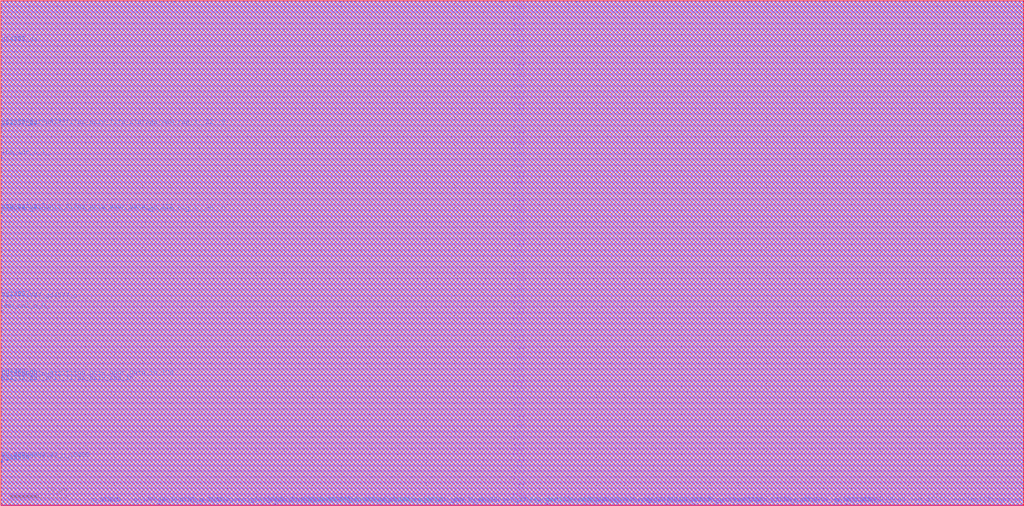
<source format=lef>
VERSION 5.7 ;
BUSBITCHARS "[]" ;
DIVIDERCHAR "/" ;

MACRO h7
   CLASS BLOCK ;
   SIZE 344 BY 54 ;
   ORIGIN 0 0 ;
   SYMMETRY X Y R90 ;
   PIN FE_OFN1038_g64577_p
      DIRECTION OUTPUT ;
      PORT 
         LAYER metal2 ;
             RECT 3.65 53.49 3.75 54 ;
      END
   END FE_OFN1038_g64577_p

   PIN FE_OFN1047_g64577_p
      DIRECTION OUTPUT ;
      PORT 
         LAYER metal2 ;
             RECT 15.25 53.49 15.35 54 ;
      END
   END FE_OFN1047_g64577_p

   PIN FE_OFN1052_g64577_p
      DIRECTION OUTPUT ;
      PORT 
         LAYER metal3 ;
             RECT 0 33.975 0.255 34.175 ;
      END
   END FE_OFN1052_g64577_p

   PIN FE_OFN1057_g64577_p
      DIRECTION OUTPUT ;
      PORT 
         LAYER metal2 ;
             RECT 17.65 53.49 17.75 54 ;
      END
   END FE_OFN1057_g64577_p

   PIN FE_OFN1058_g64577_p
      DIRECTION OUTPUT ;
      PORT 
         LAYER metal2 ;
             RECT 5.45 53.49 5.55 54 ;
      END
   END FE_OFN1058_g64577_p

   PIN g62724_db
      DIRECTION OUTPUT ;
      PORT 
         LAYER metal3 ;
             RECT 0 32.625 0.51 32.725 ;
      END
   END g62724_db

   PIN g62724_sb
      DIRECTION OUTPUT ;
      PORT 
         LAYER metal3 ;
             RECT 0 34.825 0.51 34.925 ;
      END
   END g62724_sb

   PIN g62776_sb
      DIRECTION OUTPUT ;
      PORT 
         LAYER metal2 ;
             RECT 8.05 53.49 8.15 54 ;
      END
   END g62776_sb

   PIN g62799_db
      DIRECTION OUTPUT ;
      PORT 
         LAYER metal2 ;
             RECT 2.05 53.49 2.15 54 ;
      END
   END g62799_db

   PIN g62805_da
      DIRECTION OUTPUT ;
      PORT 
         LAYER metal2 ;
             RECT 5.65 53.49 5.75 54 ;
      END
   END g62805_da

   PIN g62806_da
      DIRECTION OUTPUT ;
      PORT 
         LAYER metal2 ;
             RECT 30.45 53.49 30.55 54 ;
      END
   END g62806_da

   PIN g62813_db
      DIRECTION OUTPUT ;
      PORT 
         LAYER metal2 ;
             RECT 3.05 53.49 3.15 54 ;
      END
   END g62813_db

   PIN g62817_da
      DIRECTION OUTPUT ;
      PORT 
         LAYER metal2 ;
             RECT 1.85 53.49 1.95 54 ;
      END
   END g62817_da

   PIN g62826_db
      DIRECTION OUTPUT ;
      PORT 
         LAYER metal3 ;
             RECT 0 24.225 0.51 24.325 ;
      END
   END g62826_db

   PIN g63015_da
      DIRECTION OUTPUT ;
      PORT 
         LAYER metal2 ;
             RECT 24.45 53.49 24.55 54 ;
      END
   END g63015_da

   PIN g63072_sb
      DIRECTION OUTPUT ;
      PORT 
         LAYER metal2 ;
             RECT 8.25 53.49 8.35 54 ;
      END
   END g63072_sb

   PIN g63105_db
      DIRECTION OUTPUT ;
      PORT 
         LAYER metal2 ;
             RECT 3.85 53.49 3.95 54 ;
      END
   END g63105_db

   PIN g64152_sb
      DIRECTION OUTPUT ;
      PORT 
         LAYER metal3 ;
             RECT 0 45.025 0.51 45.125 ;
      END
   END g64152_sb

   PIN g64158_da
      DIRECTION OUTPUT ;
      PORT 
         LAYER metal3 ;
             RECT 0 30.625 0.51 30.725 ;
      END
   END g64158_da

   PIN g64184_da
      DIRECTION OUTPUT ;
      PORT 
         LAYER metal3 ;
             RECT 0 42.025 0.51 42.125 ;
      END
   END g64184_da

   PIN g64211_db
      DIRECTION OUTPUT ;
      PORT 
         LAYER metal2 ;
             RECT 3.25 53.49 3.35 54 ;
      END
   END g64211_db

   PIN g64235_da
      DIRECTION OUTPUT ;
      PORT 
         LAYER metal3 ;
             RECT 0 44.025 0.51 44.125 ;
      END
   END g64235_da

   PIN g64235_db
      DIRECTION OUTPUT ;
      PORT 
         LAYER metal3 ;
             RECT 0 45.225 0.51 45.325 ;
      END
   END g64235_db

   PIN g64273_da
      DIRECTION OUTPUT ;
      PORT 
         LAYER metal2 ;
             RECT 14.85 53.49 14.95 54 ;
      END
   END g64273_da

   PIN g64273_db
      DIRECTION OUTPUT ;
      PORT 
         LAYER metal2 ;
             RECT 15.45 53.49 15.55 54 ;
      END
   END g64273_db

   PIN g64313_da
      DIRECTION OUTPUT ;
      PORT 
         LAYER metal2 ;
             RECT 7.05 53.49 7.15 54 ;
      END
   END g64313_da

   PIN g64313_db
      DIRECTION OUTPUT ;
      PORT 
         LAYER metal3 ;
             RECT 0 45.425 0.51 45.525 ;
      END
   END g64313_db

   PIN n_14060
      DIRECTION OUTPUT ;
      PORT 
         LAYER metal3 ;
             RECT 0 42.625 0.51 42.725 ;
      END
   END n_14060

   PIN n_14091
      DIRECTION OUTPUT ;
      PORT 
         LAYER metal3 ;
             RECT 0 45.625 0.51 45.725 ;
      END
   END n_14091

   PIN n_14092
      DIRECTION OUTPUT ;
      PORT 
         LAYER metal2 ;
             RECT 3.45 53.49 3.55 54 ;
      END
   END n_14092

   PIN n_14216
      DIRECTION OUTPUT ;
      PORT 
         LAYER metal3 ;
             RECT 0 38.225 0.51 38.325 ;
      END
   END n_14216

   PIN n_14596
      DIRECTION OUTPUT ;
      PORT 
         LAYER metal3 ;
             RECT 0 45.825 0.51 45.925 ;
      END
   END n_14596

   PIN n_14603
      DIRECTION OUTPUT ;
      PORT 
         LAYER metal2 ;
             RECT 27.45 53.49 27.55 54 ;
      END
   END n_14603

   PIN n_14608
      DIRECTION OUTPUT ;
      PORT 
         LAYER metal2 ;
             RECT 22.05 53.49 22.15 54 ;
      END
   END n_14608

   PIN n_14610
      DIRECTION OUTPUT ;
      PORT 
         LAYER metal2 ;
             RECT 26.25 53.49 26.35 54 ;
      END
   END n_14610

   PIN n_14611
      DIRECTION OUTPUT ;
      PORT 
         LAYER metal3 ;
             RECT 0 32.825 0.51 32.925 ;
      END
   END n_14611

   PIN n_16247
      DIRECTION OUTPUT ;
      PORT 
         LAYER metal2 ;
             RECT 21.85 53.49 21.95 54 ;
      END
   END n_16247

   PIN n_16252
      DIRECTION OUTPUT ;
      PORT 
         LAYER metal2 ;
             RECT 21.65 53.49 21.75 54 ;
      END
   END n_16252

   PIN n_3825
      DIRECTION OUTPUT ;
      PORT 
         LAYER metal2 ;
             RECT 6.45 53.49 6.55 54 ;
      END
   END n_3825

   PIN n_3938
      DIRECTION OUTPUT ;
      PORT 
         LAYER metal2 ;
             RECT 19.45 53.49 19.55 54 ;
      END
   END n_3938

   PIN n_3977
      DIRECTION OUTPUT ;
      PORT 
         LAYER metal3 ;
             RECT 0 26.425 0.51 26.525 ;
      END
   END n_3977

   PIN n_3983
      DIRECTION OUTPUT ;
      PORT 
         LAYER metal3 ;
             RECT 0 46.025 0.51 46.125 ;
      END
   END n_3983

   PIN n_4010
      DIRECTION OUTPUT ;
      PORT 
         LAYER metal3 ;
             RECT 0 47.025 0.51 47.125 ;
      END
   END n_4010

   PIN n_4077
      DIRECTION OUTPUT ;
      PORT 
         LAYER metal3 ;
             RECT 0 35.025 0.51 35.125 ;
      END
   END n_4077

   PIN n_5012
      DIRECTION OUTPUT ;
      PORT 
         LAYER metal2 ;
             RECT 4.65 53.49 4.75 54 ;
      END
   END n_5012

   PIN n_5136
      DIRECTION OUTPUT ;
      PORT 
         LAYER metal2 ;
             RECT 23.45 53.49 23.55 54 ;
      END
   END n_5136

   PIN n_5376
      DIRECTION OUTPUT ;
      PORT 
         LAYER metal3 ;
             RECT 0 46.225 0.51 46.325 ;
      END
   END n_5376

   PIN pci_target_unit_fifos_pciw_fifo_storage_mem_reg_0__28__Q
      DIRECTION OUTPUT ;
      PORT 
         LAYER metal2 ;
             RECT 15.85 53.49 15.95 54 ;
      END
   END pci_target_unit_fifos_pciw_fifo_storage_mem_reg_0__28__Q

   PIN pci_target_unit_fifos_pciw_fifo_storage_mem_reg_1__28__Q
      DIRECTION OUTPUT ;
      PORT 
         LAYER metal2 ;
             RECT 8.45 53.49 8.55 54 ;
      END
   END pci_target_unit_fifos_pciw_fifo_storage_mem_reg_1__28__Q

   PIN pci_target_unit_fifos_pciw_fifo_storage_mem_reg_4__15__Q
      DIRECTION OUTPUT ;
      PORT 
         LAYER metal4 ;
             RECT 5.05 53.49 5.15 54 ;
      END
   END pci_target_unit_fifos_pciw_fifo_storage_mem_reg_4__15__Q

   PIN pci_target_unit_fifos_pciw_fifo_storage_mem_reg_4__18__Q
      DIRECTION OUTPUT ;
      PORT 
         LAYER metal3 ;
             RECT 0 43.825 0.51 43.925 ;
      END
   END pci_target_unit_fifos_pciw_fifo_storage_mem_reg_4__18__Q

   PIN pci_target_unit_fifos_pciw_fifo_storage_mem_reg_6__15__Q
      DIRECTION OUTPUT ;
      PORT 
         LAYER metal3 ;
             RECT 0 40.225 0.51 40.325 ;
      END
   END pci_target_unit_fifos_pciw_fifo_storage_mem_reg_6__15__Q

   PIN pci_target_unit_wbm_sm_pciw_fifo_addr_data_in_51
      DIRECTION OUTPUT ;
      PORT 
         LAYER metal2 ;
             RECT 99.05 53.49 99.15 54 ;
      END
   END pci_target_unit_wbm_sm_pciw_fifo_addr_data_in_51

   PIN pci_target_unit_wbm_sm_pciw_fifo_addr_data_in_63
      DIRECTION OUTPUT ;
      PORT 
         LAYER metal2 ;
             RECT 73.85 53.49 73.95 54 ;
      END
   END pci_target_unit_wbm_sm_pciw_fifo_addr_data_in_63

   PIN FE_OCP_RBN2037_FE_OCPN2000_n_13743
      DIRECTION INPUT ;
      PORT 
         LAYER metal2 ;
             RECT 15.65 53.49 15.75 54 ;
      END
   END FE_OCP_RBN2037_FE_OCPN2000_n_13743

   PIN FE_OCP_RBN2086_FE_OFN1756_n_13997
      DIRECTION INPUT ;
      PORT 
         LAYER metal4 ;
             RECT 32.6 53.745 32.8 54 ;
      END
   END FE_OCP_RBN2086_FE_OFN1756_n_13997

   PIN FE_OFN1015_g64577_p
      DIRECTION INPUT ;
      PORT 
         LAYER metal2 ;
             RECT 11.45 53.49 11.55 54 ;
      END
   END FE_OFN1015_g64577_p

   PIN FE_OFN1027_g64577_p
      DIRECTION INPUT ;
      PORT 
         LAYER metal3 ;
             RECT 0 37.775 0.255 37.975 ;
      END
   END FE_OFN1027_g64577_p

   PIN FE_OFN1034_g64577_p
      DIRECTION INPUT ;
      PORT 
         LAYER metal4 ;
             RECT 11.2 53.745 11.4 54 ;
      END
   END FE_OFN1034_g64577_p

   PIN FE_OFN1043_g64577_p
      DIRECTION INPUT ;
      PORT 
         LAYER metal2 ;
             RECT 33.65 53.49 33.75 54 ;
      END
   END FE_OFN1043_g64577_p

   PIN FE_OFN1046_g64577_p
      DIRECTION INPUT ;
      PORT 
         LAYER metal4 ;
             RECT 34.2 53.745 34.4 54 ;
      END
   END FE_OFN1046_g64577_p

   PIN FE_OFN1054_g64577_p
      DIRECTION INPUT ;
      PORT 
         LAYER metal4 ;
             RECT 32.2 53.745 32.4 54 ;
      END
   END FE_OFN1054_g64577_p

   PIN FE_OFN1464_n_13736
      DIRECTION INPUT ;
      PORT 
         LAYER metal3 ;
             RECT 0 39.775 0.255 39.975 ;
      END
   END FE_OFN1464_n_13736

   PIN FE_OFN1465_n_13736
      DIRECTION INPUT ;
      PORT 
         LAYER metal2 ;
             RECT 23.05 53.49 23.15 54 ;
      END
   END FE_OFN1465_n_13736

   PIN FE_OFN1466_n_13736
      DIRECTION INPUT ;
      PORT 
         LAYER metal4 ;
             RECT 43.4 53.745 43.6 54 ;
      END
   END FE_OFN1466_n_13736

   PIN FE_OFN1469_n_13741
      DIRECTION INPUT ;
      PORT 
         LAYER metal3 ;
             RECT 0 34.625 0.51 34.725 ;
      END
   END FE_OFN1469_n_13741

   PIN FE_OFN1470_n_13741
      DIRECTION INPUT ;
      PORT 
         LAYER metal2 ;
             RECT 28.25 53.49 28.35 54 ;
      END
   END FE_OFN1470_n_13741

   PIN FE_OFN1471_n_13741
      DIRECTION INPUT ;
      PORT 
         LAYER metal2 ;
             RECT 4.05 53.49 4.15 54 ;
      END
   END FE_OFN1471_n_13741

   PIN FE_OFN1478_n_13995
      DIRECTION INPUT ;
      PORT 
         LAYER metal2 ;
             RECT 24.05 53.49 24.15 54 ;
      END
   END FE_OFN1478_n_13995

   PIN FE_OFN1479_n_13995
      DIRECTION INPUT ;
      PORT 
         LAYER metal2 ;
             RECT 7.85 53.49 7.95 54 ;
      END
   END FE_OFN1479_n_13995

   PIN FE_OFN1522_n_4730
      DIRECTION INPUT ;
      PORT 
         LAYER metal4 ;
             RECT 15.8 53.745 16 54 ;
      END
   END FE_OFN1522_n_4730

   PIN FE_OFN1523_n_4730
      DIRECTION INPUT ;
      PORT 
         LAYER metal4 ;
             RECT 35.4 53.745 35.6 54 ;
      END
   END FE_OFN1523_n_4730

   PIN FE_OFN1524_n_4730
      DIRECTION INPUT ;
      PORT 
         LAYER metal3 ;
             RECT 0 33.175 0.255 33.375 ;
      END
   END FE_OFN1524_n_4730

   PIN FE_OFN1557_n_4732
      DIRECTION INPUT ;
      PORT 
         LAYER metal3 ;
             RECT 0 38.575 0.255 38.775 ;
      END
   END FE_OFN1557_n_4732

   PIN FE_OFN1558_n_4732
      DIRECTION INPUT ;
      PORT 
         LAYER metal4 ;
             RECT 33.4 53.745 33.6 54 ;
      END
   END FE_OFN1558_n_4732

   PIN FE_OFN1559_n_4732
      DIRECTION INPUT ;
      PORT 
         LAYER metal2 ;
             RECT 7.65 53.49 7.75 54 ;
      END
   END FE_OFN1559_n_4732

   PIN FE_OFN1581_n_16657
      DIRECTION INPUT ;
      PORT 
         LAYER metal3 ;
             RECT 0 41.575 0.255 41.775 ;
      END
   END FE_OFN1581_n_16657

   PIN FE_OFN1583_n_16657
      DIRECTION INPUT ;
      PORT 
         LAYER metal4 ;
             RECT 31.8 53.745 32 54 ;
      END
   END FE_OFN1583_n_16657

   PIN FE_OFN1584_n_16657
      DIRECTION INPUT ;
      PORT 
         LAYER metal3 ;
             RECT 0 39.375 0.255 39.575 ;
      END
   END FE_OFN1584_n_16657

   PIN FE_OFN1612_n_4740
      DIRECTION INPUT ;
      PORT 
         LAYER metal3 ;
             RECT 0 40.575 0.255 40.775 ;
      END
   END FE_OFN1612_n_4740

   PIN FE_OFN1613_n_4740
      DIRECTION INPUT ;
      PORT 
         LAYER metal2 ;
             RECT 5.25 53.49 5.35 54 ;
      END
   END FE_OFN1613_n_4740

   PIN FE_OFN1614_n_4740
      DIRECTION INPUT ;
      PORT 
         LAYER metal2 ;
             RECT 6.25 53.49 6.35 54 ;
      END
   END FE_OFN1614_n_4740

   PIN FE_OFN1757_n_13997
      DIRECTION INPUT ;
      PORT 
         LAYER metal2 ;
             RECT 7.25 53.49 7.35 54 ;
      END
   END FE_OFN1757_n_13997

   PIN FE_OFN1761_n_14054
      DIRECTION INPUT ;
      PORT 
         LAYER metal2 ;
             RECT 4.25 53.49 4.35 54 ;
      END
   END FE_OFN1761_n_14054

   PIN FE_OFN1762_n_14054
      DIRECTION INPUT ;
      PORT 
         LAYER metal3 ;
             RECT 0 42.975 0.255 43.175 ;
      END
   END FE_OFN1762_n_14054

   PIN FE_OFN1764_n_14054
      DIRECTION INPUT ;
      PORT 
         LAYER metal2 ;
             RECT 12.05 53.49 12.15 54 ;
      END
   END FE_OFN1764_n_14054

   PIN FE_OFN1770_n_13800
      DIRECTION INPUT ;
      PORT 
         LAYER metal2 ;
             RECT 8.85 53.49 8.95 54 ;
      END
   END FE_OFN1770_n_13800

   PIN FE_OFN1771_n_13800
      DIRECTION INPUT ;
      PORT 
         LAYER metal2 ;
             RECT 11.65 53.49 11.75 54 ;
      END
   END FE_OFN1771_n_13800

   PIN FE_OFN1772_n_13800
      DIRECTION INPUT ;
      PORT 
         LAYER metal3 ;
             RECT 0 31.625 0.51 31.725 ;
      END
   END FE_OFN1772_n_13800

   PIN FE_OFN1776_n_13971
      DIRECTION INPUT ;
      PORT 
         LAYER metal4 ;
             RECT 33.8 53.745 34 54 ;
      END
   END FE_OFN1776_n_13971

   PIN FE_OFN1777_n_13971
      DIRECTION INPUT ;
      PORT 
         LAYER metal2 ;
             RECT 32.45 53.49 32.55 54 ;
      END
   END FE_OFN1777_n_13971

   PIN FE_OFN854_n_4736
      DIRECTION INPUT ;
      PORT 
         LAYER metal2 ;
             RECT 15.05 53.49 15.15 54 ;
      END
   END FE_OFN854_n_4736

   PIN FE_OFN855_n_4736
      DIRECTION INPUT ;
      PORT 
         LAYER metal4 ;
             RECT 33 53.745 33.2 54 ;
      END
   END FE_OFN855_n_4736

   PIN FE_OFN859_n_4734
      DIRECTION INPUT ;
      PORT 
         LAYER metal2 ;
             RECT 6.85 53.49 6.95 54 ;
      END
   END FE_OFN859_n_4734

   PIN FE_OFN860_n_4734
      DIRECTION INPUT ;
      PORT 
         LAYER metal3 ;
             RECT 0 38.975 0.255 39.175 ;
      END
   END FE_OFN860_n_4734

   PIN FE_OFN868_n_4725
      DIRECTION INPUT ;
      PORT 
         LAYER metal3 ;
             RECT 0 28.175 0.255 28.375 ;
      END
   END FE_OFN868_n_4725

   PIN FE_OFN951_n_4725
      DIRECTION INPUT ;
      PORT 
         LAYER metal2 ;
             RECT 31.05 53.49 31.15 54 ;
      END
   END FE_OFN951_n_4725

   PIN FE_OFN952_n_4725
      DIRECTION INPUT ;
      PORT 
         LAYER metal3 ;
             RECT 0 37.375 0.255 37.575 ;
      END
   END FE_OFN952_n_4725

   PIN FE_OFN975_n_4727
      DIRECTION INPUT ;
      PORT 
         LAYER metal4 ;
             RECT 24.2 53.745 24.4 54 ;
      END
   END FE_OFN975_n_4727

   PIN FE_OFN976_n_4727
      DIRECTION INPUT ;
      PORT 
         LAYER metal4 ;
             RECT 43 53.745 43.2 54 ;
      END
   END FE_OFN976_n_4727

   PIN g62803_da
      DIRECTION INPUT ;
      PORT 
         LAYER metal2 ;
             RECT 2.85 53.49 2.95 54 ;
      END
   END g62803_da

   PIN g62805_sb
      DIRECTION INPUT ;
      PORT 
         LAYER metal2 ;
             RECT 6.05 53.49 6.15 54 ;
      END
   END g62805_sb

   PIN g62862_sb
      DIRECTION INPUT ;
      PORT 
         LAYER metal2 ;
             RECT 4.45 53.49 4.55 54 ;
      END
   END g62862_sb

   PIN g63015_sb
      DIRECTION INPUT ;
      PORT 
         LAYER metal2 ;
             RECT 24.85 53.49 24.95 54 ;
      END
   END g63015_sb

   PIN g63057_sb
      DIRECTION INPUT ;
      PORT 
         LAYER metal2 ;
             RECT 22.85 53.49 22.95 54 ;
      END
   END g63057_sb

   PIN g63058_da
      DIRECTION INPUT ;
      PORT 
         LAYER metal2 ;
             RECT 16.45 53.49 16.55 54 ;
      END
   END g63058_da

   PIN g63072_da
      DIRECTION INPUT ;
      PORT 
         LAYER metal3 ;
             RECT 0 44.825 0.51 44.925 ;
      END
   END g63072_da

   PIN g63122_da
      DIRECTION INPUT ;
      PORT 
         LAYER metal2 ;
             RECT 4.85 53.49 4.95 54 ;
      END
   END g63122_da

   PIN g64078_da
      DIRECTION INPUT ;
      PORT 
         LAYER metal3 ;
             RECT 0 34.425 0.51 34.525 ;
      END
   END g64078_da

   PIN g64158_sb
      DIRECTION INPUT ;
      PORT 
         LAYER metal3 ;
             RECT 0 30.425 0.51 30.525 ;
      END
   END g64158_sb

   PIN g64217_db
      DIRECTION INPUT ;
      PORT 
         LAYER metal2 ;
             RECT 30.05 53.49 30.15 54 ;
      END
   END g64217_db

   PIN g64217_sb
      DIRECTION INPUT ;
      PORT 
         LAYER metal2 ;
             RECT 29.25 53.49 29.35 54 ;
      END
   END g64217_sb

   PIN g64296_db
      DIRECTION INPUT ;
      PORT 
         LAYER metal3 ;
             RECT 0 26.225 0.51 26.325 ;
      END
   END g64296_db

   PIN ispd_clk
      DIRECTION INPUT ;
      PORT 
         LAYER metal3 ;
             RECT 0 43.375 0.255 43.575 ;
      END
   END ispd_clk

   PIN n_13891
      DIRECTION INPUT ;
      PORT 
         LAYER metal3 ;
             RECT 0 44.625 0.51 44.725 ;
      END
   END n_13891

   PIN n_13901
      DIRECTION INPUT ;
      PORT 
         LAYER metal3 ;
             RECT 0 31.175 0.255 31.375 ;
      END
   END n_13901

   PIN n_13987
      DIRECTION INPUT ;
      PORT 
         LAYER metal2 ;
             RECT 26.85 53.49 26.95 54 ;
      END
   END n_13987

   PIN n_13993
      DIRECTION INPUT ;
      PORT 
         LAYER metal2 ;
             RECT 19.05 53.49 19.15 54 ;
      END
   END n_13993

   PIN n_14001
      DIRECTION INPUT ;
      PORT 
         LAYER metal2 ;
             RECT 13.65 53.49 13.75 54 ;
      END
   END n_14001

   PIN n_14458
      DIRECTION INPUT ;
      PORT 
         LAYER metal2 ;
             RECT 27.25 53.49 27.35 54 ;
      END
   END n_14458

   PIN n_14472
      DIRECTION INPUT ;
      PORT 
         LAYER metal2 ;
             RECT 11.85 53.49 11.95 54 ;
      END
   END n_14472

   PIN n_14594
      DIRECTION INPUT ;
      PORT 
         LAYER metal2 ;
             RECT 100.05 53.49 100.15 54 ;
      END
   END n_14594

   PIN n_14956
      DIRECTION INPUT ;
      PORT 
         LAYER metal3 ;
             RECT 0 32.425 0.51 32.525 ;
      END
   END n_14956

   PIN n_16244
      DIRECTION INPUT ;
      PORT 
         LAYER metal2 ;
             RECT 22.65 53.49 22.75 54 ;
      END
   END n_16244

   PIN n_16621
      DIRECTION INPUT ;
      PORT 
         LAYER metal2 ;
             RECT 27.65 53.49 27.75 54 ;
      END
   END n_16621

   PIN n_3923
      DIRECTION INPUT ;
      PORT 
         LAYER metal2 ;
             RECT 14.65 53.49 14.75 54 ;
      END
   END n_3923

   PIN n_3958
      DIRECTION INPUT ;
      PORT 
         LAYER metal2 ;
             RECT 2.25 53.49 2.35 54 ;
      END
   END n_3958

   PIN n_4013
      DIRECTION INPUT ;
      PORT 
         LAYER metal3 ;
             RECT 0 44.425 0.51 44.525 ;
      END
   END n_4013

   PIN n_5351
      DIRECTION INPUT ;
      PORT 
         LAYER metal3 ;
             RECT 0 41.025 0.51 41.125 ;
      END
   END n_5351

   PIN n_5371
      DIRECTION INPUT ;
      PORT 
         LAYER metal2 ;
             RECT 7.45 53.49 7.55 54 ;
      END
   END n_5371

   PIN n_5388
      DIRECTION INPUT ;
      PORT 
         LAYER metal3 ;
             RECT 0 42.425 0.51 42.525 ;
      END
   END n_5388

   PIN pci_target_unit_fifos_pciw_addr_data_in_128
      DIRECTION INPUT ;
      PORT 
         LAYER metal2 ;
             RECT 6.65 53.49 6.75 54 ;
      END
   END pci_target_unit_fifos_pciw_addr_data_in_128

   PIN pci_target_unit_fifos_pciw_addr_data_in_132
      DIRECTION INPUT ;
      PORT 
         LAYER metal3 ;
             RECT 0 30.825 0.51 30.925 ;
      END
   END pci_target_unit_fifos_pciw_addr_data_in_132

   PIN pci_target_unit_fifos_pciw_addr_data_in_133
      DIRECTION INPUT ;
      PORT 
         LAYER metal2 ;
             RECT 32.85 53.49 32.95 54 ;
      END
   END pci_target_unit_fifos_pciw_addr_data_in_133

   PIN pci_target_unit_fifos_pciw_addr_data_in_134
      DIRECTION INPUT ;
      PORT 
         LAYER metal2 ;
             RECT 12.25 53.49 12.35 54 ;
      END
   END pci_target_unit_fifos_pciw_addr_data_in_134

   PIN pci_target_unit_fifos_pciw_addr_data_in_135
      DIRECTION INPUT ;
      PORT 
         LAYER metal2 ;
             RECT 35.25 53.49 35.35 54 ;
      END
   END pci_target_unit_fifos_pciw_addr_data_in_135

   PIN pci_target_unit_fifos_pciw_addr_data_in_136
      DIRECTION INPUT ;
      PORT 
         LAYER metal2 ;
             RECT 16.85 53.49 16.95 54 ;
      END
   END pci_target_unit_fifos_pciw_addr_data_in_136

   PIN pci_target_unit_fifos_pciw_addr_data_in_138
      DIRECTION INPUT ;
      PORT 
         LAYER metal2 ;
             RECT 26.65 53.49 26.75 54 ;
      END
   END pci_target_unit_fifos_pciw_addr_data_in_138

   PIN pci_target_unit_fifos_pciw_addr_data_in_141
      DIRECTION INPUT ;
      PORT 
         LAYER metal2 ;
             RECT 32.25 53.49 32.35 54 ;
      END
   END pci_target_unit_fifos_pciw_addr_data_in_141

   PIN pci_target_unit_fifos_pciw_addr_data_in_142
      DIRECTION INPUT ;
      PORT 
         LAYER metal3 ;
             RECT 0 41.225 0.51 41.325 ;
      END
   END pci_target_unit_fifos_pciw_addr_data_in_142

   PIN pci_target_unit_fifos_pciw_addr_data_in_148
      DIRECTION INPUT ;
      PORT 
         LAYER metal2 ;
             RECT 14.45 53.49 14.55 54 ;
      END
   END pci_target_unit_fifos_pciw_addr_data_in_148

   PIN pci_target_unit_fifos_pciw_fifo_storage_mem_reg_0__13__Q
      DIRECTION INPUT ;
      PORT 
         LAYER metal2 ;
             RECT 24.25 53.49 24.35 54 ;
      END
   END pci_target_unit_fifos_pciw_fifo_storage_mem_reg_0__13__Q

   PIN pci_target_unit_fifos_pciw_fifo_storage_mem_reg_0__16__Q
      DIRECTION INPUT ;
      PORT 
         LAYER metal2 ;
             RECT 21.45 53.49 21.55 54 ;
      END
   END pci_target_unit_fifos_pciw_fifo_storage_mem_reg_0__16__Q

   PIN pci_target_unit_fifos_pciw_fifo_storage_mem_reg_1__13__Q
      DIRECTION INPUT ;
      PORT 
         LAYER metal2 ;
             RECT 23.25 53.49 23.35 54 ;
      END
   END pci_target_unit_fifos_pciw_fifo_storage_mem_reg_1__13__Q

   PIN pci_target_unit_fifos_pciw_fifo_storage_mem_reg_2__22__Q
      DIRECTION INPUT ;
      PORT 
         LAYER metal2 ;
             RECT 5.85 53.49 5.95 54 ;
      END
   END pci_target_unit_fifos_pciw_fifo_storage_mem_reg_2__22__Q

   PIN pci_target_unit_fifos_pciw_fifo_storage_mem_reg_2__8__Q
      DIRECTION INPUT ;
      PORT 
         LAYER metal3 ;
             RECT 0 46.825 0.51 46.925 ;
      END
   END pci_target_unit_fifos_pciw_fifo_storage_mem_reg_2__8__Q

   PIN pci_target_unit_fifos_pciw_fifo_storage_mem_reg_3__8__Q
      DIRECTION INPUT ;
      PORT 
         LAYER metal3 ;
             RECT 0 46.625 0.51 46.725 ;
      END
   END pci_target_unit_fifos_pciw_fifo_storage_mem_reg_3__8__Q

   PIN pci_target_unit_fifos_pciw_fifo_storage_mem_reg_4__12__Q
      DIRECTION INPUT ;
      PORT 
         LAYER metal3 ;
             RECT 0 30.225 0.51 30.325 ;
      END
   END pci_target_unit_fifos_pciw_fifo_storage_mem_reg_4__12__Q

   PIN pci_target_unit_fifos_pciw_fifo_storage_mem_reg_4__17__Q
      DIRECTION INPUT ;
      PORT 
         LAYER metal2 ;
             RECT 2.45 53.49 2.55 54 ;
      END
   END pci_target_unit_fifos_pciw_fifo_storage_mem_reg_4__17__Q

   PIN pci_target_unit_fifos_pciw_fifo_storage_mem_reg_4__28__Q
      DIRECTION INPUT ;
      PORT 
         LAYER metal3 ;
             RECT 0 44.225 0.51 44.325 ;
      END
   END pci_target_unit_fifos_pciw_fifo_storage_mem_reg_4__28__Q

   PIN pci_target_unit_fifos_pciw_fifo_storage_mem_reg_5__14__Q
      DIRECTION INPUT ;
      PORT 
         LAYER metal2 ;
             RECT 5.05 53.49 5.15 54 ;
      END
   END pci_target_unit_fifos_pciw_fifo_storage_mem_reg_5__14__Q

   PIN pci_target_unit_fifos_pciw_fifo_storage_mem_reg_5__21__Q
      DIRECTION INPUT ;
      PORT 
         LAYER metal2 ;
             RECT 28.45 53.49 28.55 54 ;
      END
   END pci_target_unit_fifos_pciw_fifo_storage_mem_reg_5__21__Q

   PIN pci_target_unit_fifos_pciw_fifo_storage_mem_reg_5__28__Q
      DIRECTION INPUT ;
      PORT 
         LAYER metal3 ;
             RECT 0 46.425 0.51 46.525 ;
      END
   END pci_target_unit_fifos_pciw_fifo_storage_mem_reg_5__28__Q

   PIN pci_target_unit_fifos_pciw_fifo_storage_mem_reg_6__13__Q
      DIRECTION INPUT ;
      PORT 
         LAYER metal3 ;
             RECT 0 33.625 0.51 33.725 ;
      END
   END pci_target_unit_fifos_pciw_fifo_storage_mem_reg_6__13__Q

   PIN pci_target_unit_fifos_pciw_fifo_storage_mem_reg_6__22__Q
      DIRECTION INPUT ;
      PORT 
         LAYER metal2 ;
             RECT 2.65 53.49 2.75 54 ;
      END
   END pci_target_unit_fifos_pciw_fifo_storage_mem_reg_6__22__Q

   PIN pci_target_unit_fifos_pciw_fifo_storage_mem_reg_7__12__Q
      DIRECTION INPUT ;
      PORT 
         LAYER metal3 ;
             RECT 0 29.225 0.51 29.325 ;
      END
   END pci_target_unit_fifos_pciw_fifo_storage_mem_reg_7__12__Q

   PIN pci_target_unit_fifos_pciw_fifo_storage_mem_reg_7__13__Q
      DIRECTION INPUT ;
      PORT 
         LAYER metal3 ;
             RECT 0 32.225 0.51 32.325 ;
      END
   END pci_target_unit_fifos_pciw_fifo_storage_mem_reg_7__13__Q

   PIN pci_target_unit_fifos_pciw_fifo_storage_mem_reg_7__15__Q
      DIRECTION INPUT ;
      PORT 
         LAYER metal3 ;
             RECT 0 42.225 0.51 42.325 ;
      END
   END pci_target_unit_fifos_pciw_fifo_storage_mem_reg_7__15__Q

   PIN vss
      DIRECTION INOUT ;
      USE GROUND ;
      PORT 
         LAYER metal1 ;
             RECT 0 -0.255 344 0.255 ;
      END
      PORT 
         LAYER metal1 ;
             RECT 0 3.745 344 4.255 ;
      END
      PORT 
         LAYER metal1 ;
             RECT 0 7.745 344 8.255 ;
      END
      PORT 
         LAYER metal1 ;
             RECT 0 11.745 344 12.255 ;
      END
      PORT 
         LAYER metal1 ;
             RECT 0 15.745 344 16.255 ;
      END
      PORT 
         LAYER metal1 ;
             RECT 0 19.745 344 20.255 ;
      END
      PORT 
         LAYER metal1 ;
             RECT 0 23.745 344 24.255 ;
      END
      PORT 
         LAYER metal1 ;
             RECT 0 27.745 344 28.255 ;
      END
      PORT 
         LAYER metal1 ;
             RECT 0 31.745 344 32.255 ;
      END
      PORT 
         LAYER metal1 ;
             RECT 0 35.745 344 36.255 ;
      END
      PORT 
         LAYER metal1 ;
             RECT 0 39.745 344 40.255 ;
      END
      PORT 
         LAYER metal1 ;
             RECT 0 43.745 344 44.255 ;
      END
      PORT 
         LAYER metal1 ;
             RECT 0 47.745 344 48.255 ;
      END
      PORT 
         LAYER metal1 ;
             RECT 0 51.745 344 52.255 ;
      END
   END vss

   PIN vdd
      DIRECTION INOUT ;
      USE POWER ;
      PORT 
         LAYER metal1 ;
             RECT 0 1.745 344 2.255 ;
      END
      PORT 
         LAYER metal1 ;
             RECT 0 5.745 344 6.255 ;
      END
      PORT 
         LAYER metal1 ;
             RECT 0 9.745 344 10.255 ;
      END
      PORT 
         LAYER metal1 ;
             RECT 0 13.745 344 14.255 ;
      END
      PORT 
         LAYER metal1 ;
             RECT 0 17.745 344 18.255 ;
      END
      PORT 
         LAYER metal1 ;
             RECT 0 21.745 344 22.255 ;
      END
      PORT 
         LAYER metal1 ;
             RECT 0 25.745 344 26.255 ;
      END
      PORT 
         LAYER metal1 ;
             RECT 0 29.745 344 30.255 ;
      END
      PORT 
         LAYER metal1 ;
             RECT 0 33.745 344 34.255 ;
      END
      PORT 
         LAYER metal1 ;
             RECT 0 37.745 344 38.255 ;
      END
      PORT 
         LAYER metal1 ;
             RECT 0 41.745 344 42.255 ;
      END
      PORT 
         LAYER metal1 ;
             RECT 0 45.745 344 46.255 ;
      END
      PORT 
         LAYER metal1 ;
             RECT 0 49.745 344 50.255 ;
      END
      PORT 
         LAYER metal1 ;
             RECT 0 53.745 344 54.255 ;
      END
   END vdd

   OBS
      LAYER metal1 ;
         RECT 0 0 344 54 ;
   END
   OBS
      LAYER metal2 ;
         RECT 0 0 344 54 ;
   END
   OBS
      LAYER metal3 ;
         RECT 0 0 344 54 ;
   END
   OBS
      LAYER metal4 ;
         RECT 0 0 344 54 ;
   END
   OBS
      LAYER metal5 ;
         RECT 0 0 344 54 ;
   END
END h7

MACRO h8
   CLASS BLOCK ;
   SIZE 358.4 BY 50 ;
   ORIGIN 0 0 ;
   SYMMETRY X Y R90 ;
   PIN FE_OCP_RBN2089_FE_OFN1433_n_12042
      DIRECTION OUTPUT ;
      PORT 
         LAYER metal3 ;
             RECT 0 26.9 0.51 27 ;
      END
   END FE_OCP_RBN2089_FE_OFN1433_n_12042

   PIN FE_OCP_RBN2094_FE_OCPN1856_n_12030
      DIRECTION OUTPUT ;
      PORT 
         LAYER metal2 ;
             RECT 20.05 49.49 20.15 50 ;
      END
   END FE_OCP_RBN2094_FE_OCPN1856_n_12030

   PIN FE_OFN1124_n_6935
      DIRECTION OUTPUT ;
      PORT 
         LAYER metal2 ;
             RECT 19.45 49.49 19.55 50 ;
      END
   END FE_OFN1124_n_6935

   PIN FE_OFN1204_n_4097
      DIRECTION OUTPUT ;
      PORT 
         LAYER metal4 ;
             RECT 54 49.745 54.2 50 ;
      END
   END FE_OFN1204_n_4097

   PIN FE_OFN1205_n_4097
      DIRECTION OUTPUT ;
      PORT 
         LAYER metal2 ;
             RECT 24.85 49.49 24.95 50 ;
      END
   END FE_OFN1205_n_4097

   PIN FE_OFN1206_n_4097
      DIRECTION OUTPUT ;
      PORT 
         LAYER metal4 ;
             RECT 35.4 49.745 35.6 50 ;
      END
   END FE_OFN1206_n_4097

   PIN FE_OFN1207_n_4097
      DIRECTION OUTPUT ;
      PORT 
         LAYER metal3 ;
             RECT 0 36.85 0.255 37.05 ;
      END
   END FE_OFN1207_n_4097

   PIN FE_OFN1238_n_6436
      DIRECTION OUTPUT ;
      PORT 
         LAYER metal2 ;
             RECT 23.45 49.49 23.55 50 ;
      END
   END FE_OFN1238_n_6436

   PIN FE_OFN1450_n_10780
      DIRECTION OUTPUT ;
      PORT 
         LAYER metal2 ;
             RECT 14.25 49.49 14.35 50 ;
      END
   END FE_OFN1450_n_10780

   PIN FE_OFN1723_n_16317
      DIRECTION OUTPUT ;
      PORT 
         LAYER metal3 ;
             RECT 0 25.5 0.51 25.6 ;
      END
   END FE_OFN1723_n_16317

   PIN FE_OFN647_n_4460
      DIRECTION OUTPUT ;
      PORT 
         LAYER metal2 ;
             RECT 32.05 49.49 32.15 50 ;
      END
   END FE_OFN647_n_4460

   PIN FE_OFN652_n_4417
      DIRECTION OUTPUT ;
      PORT 
         LAYER metal4 ;
             RECT 29.2 0 29.4 0.255 ;
      END
   END FE_OFN652_n_4417

   PIN FE_OFN658_n_4438
      DIRECTION OUTPUT ;
      PORT 
         LAYER metal2 ;
             RECT 22.25 49.49 22.35 50 ;
      END
   END FE_OFN658_n_4438

   PIN FE_RN_199_0
      DIRECTION OUTPUT ;
      PORT 
         LAYER metal2 ;
             RECT 17.25 0 17.35 0.51 ;
      END
   END FE_RN_199_0

   PIN FE_RN_216_0
      DIRECTION OUTPUT ;
      PORT 
         LAYER metal2 ;
             RECT 21.65 49.49 21.75 50 ;
      END
   END FE_RN_216_0

   PIN g54587_p
      DIRECTION OUTPUT ;
      PORT 
         LAYER metal2 ;
             RECT 26.05 49.49 26.15 50 ;
      END
   END g54587_p

   PIN g62336_da
      DIRECTION OUTPUT ;
      PORT 
         LAYER metal2 ;
             RECT 19.25 49.49 19.35 50 ;
      END
   END g62336_da

   PIN g62386_db
      DIRECTION OUTPUT ;
      PORT 
         LAYER metal2 ;
             RECT 16.65 49.49 16.75 50 ;
      END
   END g62386_db

   PIN g62426_db
      DIRECTION OUTPUT ;
      PORT 
         LAYER metal2 ;
             RECT 23.25 49.49 23.35 50 ;
      END
   END g62426_db

   PIN g62540_db
      DIRECTION OUTPUT ;
      PORT 
         LAYER metal2 ;
             RECT 21.85 49.49 21.95 50 ;
      END
   END g62540_db

   PIN g62582_da
      DIRECTION OUTPUT ;
      PORT 
         LAYER metal3 ;
             RECT 0 26.1 0.51 26.2 ;
      END
   END g62582_da

   PIN g62675_da
      DIRECTION OUTPUT ;
      PORT 
         LAYER metal2 ;
             RECT 22.45 49.49 22.55 50 ;
      END
   END g62675_da

   PIN g62685_da
      DIRECTION OUTPUT ;
      PORT 
         LAYER metal2 ;
             RECT 49.05 49.49 49.15 50 ;
      END
   END g62685_da

   PIN g62980_da
      DIRECTION OUTPUT ;
      PORT 
         LAYER metal2 ;
             RECT 70.45 49.49 70.55 50 ;
      END
   END g62980_da

   PIN g62980_db
      DIRECTION OUTPUT ;
      PORT 
         LAYER metal2 ;
             RECT 71.25 49.49 71.35 50 ;
      END
   END g62980_db

   PIN g64765_db
      DIRECTION OUTPUT ;
      PORT 
         LAYER metal2 ;
             RECT 18.65 49.49 18.75 50 ;
      END
   END g64765_db

   PIN g64908_sb
      DIRECTION OUTPUT ;
      PORT 
         LAYER metal2 ;
             RECT 27.85 49.49 27.95 50 ;
      END
   END g64908_sb

   PIN g64949_da
      DIRECTION OUTPUT ;
      PORT 
         LAYER metal3 ;
             RECT 0 28.1 0.51 28.2 ;
      END
   END g64949_da

   PIN g64974_db
      DIRECTION OUTPUT ;
      PORT 
         LAYER metal2 ;
             RECT 14.85 49.49 14.95 50 ;
      END
   END g64974_db

   PIN g64993_db
      DIRECTION OUTPUT ;
      PORT 
         LAYER metal3 ;
             RECT 0 21.7 0.51 21.8 ;
      END
   END g64993_db

   PIN g65004_db
      DIRECTION OUTPUT ;
      PORT 
         LAYER metal3 ;
             RECT 0 31.1 0.51 31.2 ;
      END
   END g65004_db

   PIN g65047_sb
      DIRECTION OUTPUT ;
      PORT 
         LAYER metal2 ;
             RECT 18.85 49.49 18.95 50 ;
      END
   END g65047_sb

   PIN g65328_db
      DIRECTION OUTPUT ;
      PORT 
         LAYER metal2 ;
             RECT 15.25 49.49 15.35 50 ;
      END
   END g65328_db

   PIN g65394_sb
      DIRECTION OUTPUT ;
      PORT 
         LAYER metal2 ;
             RECT 72.85 49.49 72.95 50 ;
      END
   END g65394_sb

   PIN n_11898
      DIRECTION OUTPUT ;
      PORT 
         LAYER metal2 ;
             RECT 16.85 49.49 16.95 50 ;
      END
   END n_11898

   PIN n_11899
      DIRECTION OUTPUT ;
      PORT 
         LAYER metal2 ;
             RECT 15.65 49.49 15.75 50 ;
      END
   END n_11899

   PIN n_11988
      DIRECTION OUTPUT ;
      PORT 
         LAYER metal3 ;
             RECT 0 26.3 0.51 26.4 ;
      END
   END n_11988

   PIN n_12002
      DIRECTION OUTPUT ;
      PORT 
         LAYER metal3 ;
             RECT 0 28.3 0.51 28.4 ;
      END
   END n_12002

   PIN n_12011
      DIRECTION OUTPUT ;
      PORT 
         LAYER metal3 ;
             RECT 0 30.9 0.51 31 ;
      END
   END n_12011

   PIN n_12041
      DIRECTION OUTPUT ;
      PORT 
         LAYER metal2 ;
             RECT 60.05 49.49 60.15 50 ;
      END
   END n_12041

   PIN n_12049
      DIRECTION OUTPUT ;
      PORT 
         LAYER metal2 ;
             RECT 70.85 49.49 70.95 50 ;
      END
   END n_12049

   PIN n_12052
      DIRECTION OUTPUT ;
      PORT 
         LAYER metal2 ;
             RECT 27.45 49.49 27.55 50 ;
      END
   END n_12052

   PIN n_12089
      DIRECTION OUTPUT ;
      PORT 
         LAYER metal3 ;
             RECT 0 31.5 0.51 31.6 ;
      END
   END n_12089

   PIN n_12102
      DIRECTION OUTPUT ;
      PORT 
         LAYER metal2 ;
             RECT 48.05 49.49 48.15 50 ;
      END
   END n_12102

   PIN n_12118
      DIRECTION OUTPUT ;
      PORT 
         LAYER metal2 ;
             RECT 56.25 49.49 56.35 50 ;
      END
   END n_12118

   PIN n_12196
      DIRECTION OUTPUT ;
      PORT 
         LAYER metal2 ;
             RECT 24.25 49.49 24.35 50 ;
      END
   END n_12196

   PIN n_12351
      DIRECTION OUTPUT ;
      PORT 
         LAYER metal2 ;
             RECT 15.85 49.49 15.95 50 ;
      END
   END n_12351

   PIN n_12406
      DIRECTION OUTPUT ;
      PORT 
         LAYER metal3 ;
             RECT 0 29.7 0.51 29.8 ;
      END
   END n_12406

   PIN n_12427
      DIRECTION OUTPUT ;
      PORT 
         LAYER metal2 ;
             RECT 43.85 49.49 43.95 50 ;
      END
   END n_12427

   PIN n_12449
      DIRECTION OUTPUT ;
      PORT 
         LAYER metal3 ;
             RECT 0 30.7 0.51 30.8 ;
      END
   END n_12449

   PIN n_12459
      DIRECTION OUTPUT ;
      PORT 
         LAYER metal3 ;
             RECT 0 26.5 0.51 26.6 ;
      END
   END n_12459

   PIN n_12473
      DIRECTION OUTPUT ;
      PORT 
         LAYER metal2 ;
             RECT 14.65 49.49 14.75 50 ;
      END
   END n_12473

   PIN n_12483
      DIRECTION OUTPUT ;
      PORT 
         LAYER metal2 ;
             RECT 40.05 49.49 40.15 50 ;
      END
   END n_12483

   PIN n_12492
      DIRECTION OUTPUT ;
      PORT 
         LAYER metal3 ;
             RECT 0 28.5 0.51 28.6 ;
      END
   END n_12492

   PIN n_12746
      DIRECTION OUTPUT ;
      PORT 
         LAYER metal2 ;
             RECT 38.05 49.49 38.15 50 ;
      END
   END n_12746

   PIN n_12749
      DIRECTION OUTPUT ;
      PORT 
         LAYER metal2 ;
             RECT 65.25 49.49 65.35 50 ;
      END
   END n_12749

   PIN n_12817
      DIRECTION OUTPUT ;
      PORT 
         LAYER metal2 ;
             RECT 47.85 49.49 47.95 50 ;
      END
   END n_12817

   PIN n_12886
      DIRECTION OUTPUT ;
      PORT 
         LAYER metal3 ;
             RECT 0 30.5 0.51 30.6 ;
      END
   END n_12886

   PIN n_12934
      DIRECTION OUTPUT ;
      PORT 
         LAYER metal2 ;
             RECT 48.25 49.49 48.35 50 ;
      END
   END n_12934

   PIN n_13128
      DIRECTION OUTPUT ;
      PORT 
         LAYER metal3 ;
             RECT 0 26.7 0.51 26.8 ;
      END
   END n_13128

   PIN n_13139
      DIRECTION OUTPUT ;
      PORT 
         LAYER metal2 ;
             RECT 17.05 49.49 17.15 50 ;
      END
   END n_13139

   PIN n_14311
      DIRECTION OUTPUT ;
      PORT 
         LAYER metal2 ;
             RECT 28.05 49.49 28.15 50 ;
      END
   END n_14311

   PIN n_14314
      DIRECTION OUTPUT ;
      PORT 
         LAYER metal2 ;
             RECT 28.65 49.49 28.75 50 ;
      END
   END n_14314

   PIN n_14381
      DIRECTION OUTPUT ;
      PORT 
         LAYER metal2 ;
             RECT 25.45 49.49 25.55 50 ;
      END
   END n_14381

   PIN n_16409
      DIRECTION OUTPUT ;
      PORT 
         LAYER metal2 ;
             RECT 62.25 49.49 62.35 50 ;
      END
   END n_16409

   PIN n_3744
      DIRECTION OUTPUT ;
      PORT 
         LAYER metal4 ;
             RECT 38.6 49.745 38.8 50 ;
      END
   END n_3744

   PIN n_3749
      DIRECTION OUTPUT ;
      PORT 
         LAYER metal2 ;
             RECT 20.85 49.49 20.95 50 ;
      END
   END n_3749

   PIN n_3761
      DIRECTION OUTPUT ;
      PORT 
         LAYER metal2 ;
             RECT 23.65 49.49 23.75 50 ;
      END
   END n_3761

   PIN n_4473
      DIRECTION OUTPUT ;
      PORT 
         LAYER metal2 ;
             RECT 17.25 49.49 17.35 50 ;
      END
   END n_4473

   PIN n_4478
      DIRECTION OUTPUT ;
      PORT 
         LAYER metal2 ;
             RECT 32.45 49.49 32.55 50 ;
      END
   END n_4478

   PIN n_5975
      DIRECTION OUTPUT ;
      PORT 
         LAYER metal2 ;
             RECT 16.05 49.49 16.15 50 ;
      END
   END n_5975

   PIN n_6231
      DIRECTION OUTPUT ;
      PORT 
         LAYER metal2 ;
             RECT 27.85 0 27.95 0.51 ;
      END
   END n_6231

   PIN n_6348
      DIRECTION OUTPUT ;
      PORT 
         LAYER metal4 ;
             RECT 20.45 49.49 20.55 50 ;
      END
   END n_6348

   PIN n_6935
      DIRECTION OUTPUT ;
      PORT 
         LAYER metal2 ;
             RECT 23.85 49.49 23.95 50 ;
      END
   END n_6935

   PIN parchk_pci_ad_out_in_1179
      DIRECTION OUTPUT ;
      PORT 
         LAYER metal2 ;
             RECT 36.25 49.49 36.35 50 ;
      END
   END parchk_pci_ad_out_in_1179

   PIN parchk_pci_ad_out_in_1181
      DIRECTION OUTPUT ;
      PORT 
         LAYER metal2 ;
             RECT 25.25 49.49 25.35 50 ;
      END
   END parchk_pci_ad_out_in_1181

   PIN parchk_pci_ad_out_in_1182
      DIRECTION OUTPUT ;
      PORT 
         LAYER metal2 ;
             RECT 39.05 49.49 39.15 50 ;
      END
   END parchk_pci_ad_out_in_1182

   PIN wbs_wbb3_2_wbb2_dat_o_i_105
      DIRECTION OUTPUT ;
      PORT 
         LAYER metal2 ;
             RECT 14.85 0 14.95 0.51 ;
      END
   END wbs_wbb3_2_wbb2_dat_o_i_105

   PIN wbs_wbb3_2_wbb2_dat_o_i_116
      DIRECTION OUTPUT ;
      PORT 
         LAYER metal2 ;
             RECT 18.85 0 18.95 0.51 ;
      END
   END wbs_wbb3_2_wbb2_dat_o_i_116

   PIN wishbone_slave_unit_fifos_wbr_fifo_storage_mem_reg_0__18__Q
      DIRECTION OUTPUT ;
      PORT 
         LAYER metal2 ;
             RECT 22.65 49.49 22.75 50 ;
      END
   END wishbone_slave_unit_fifos_wbr_fifo_storage_mem_reg_0__18__Q

   PIN wishbone_slave_unit_fifos_wbr_fifo_storage_mem_reg_0__37__Q
      DIRECTION OUTPUT ;
      PORT 
         LAYER metal2 ;
             RECT 35.05 49.49 35.15 50 ;
      END
   END wishbone_slave_unit_fifos_wbr_fifo_storage_mem_reg_0__37__Q

   PIN wishbone_slave_unit_fifos_wbr_fifo_storage_mem_reg_10__11__Q
      DIRECTION OUTPUT ;
      PORT 
         LAYER metal2 ;
             RECT 62.85 49.49 62.95 50 ;
      END
   END wishbone_slave_unit_fifos_wbr_fifo_storage_mem_reg_10__11__Q

   PIN wishbone_slave_unit_fifos_wbr_fifo_storage_mem_reg_10__26__Q
      DIRECTION OUTPUT ;
      PORT 
         LAYER metal2 ;
             RECT 29.25 49.49 29.35 50 ;
      END
   END wishbone_slave_unit_fifos_wbr_fifo_storage_mem_reg_10__26__Q

   PIN wishbone_slave_unit_fifos_wbr_fifo_storage_mem_reg_13__12__Q
      DIRECTION OUTPUT ;
      PORT 
         LAYER metal2 ;
             RECT 19.05 49.49 19.15 50 ;
      END
   END wishbone_slave_unit_fifos_wbr_fifo_storage_mem_reg_13__12__Q

   PIN wishbone_slave_unit_fifos_wbr_fifo_storage_mem_reg_13__6__Q
      DIRECTION OUTPUT ;
      PORT 
         LAYER metal2 ;
             RECT 14.45 49.49 14.55 50 ;
      END
   END wishbone_slave_unit_fifos_wbr_fifo_storage_mem_reg_13__6__Q

   PIN wishbone_slave_unit_fifos_wbr_fifo_storage_mem_reg_15__25__Q
      DIRECTION OUTPUT ;
      PORT 
         LAYER metal2 ;
             RECT 20.45 49.49 20.55 50 ;
      END
   END wishbone_slave_unit_fifos_wbr_fifo_storage_mem_reg_15__25__Q

   PIN wishbone_slave_unit_fifos_wbr_fifo_storage_mem_reg_1__26__Q
      DIRECTION OUTPUT ;
      PORT 
         LAYER metal2 ;
             RECT 34.85 49.49 34.95 50 ;
      END
   END wishbone_slave_unit_fifos_wbr_fifo_storage_mem_reg_1__26__Q

   PIN wishbone_slave_unit_fifos_wbr_fifo_storage_mem_reg_1__28__Q
      DIRECTION OUTPUT ;
      PORT 
         LAYER metal3 ;
             RECT 0 31.7 0.51 31.8 ;
      END
   END wishbone_slave_unit_fifos_wbr_fifo_storage_mem_reg_1__28__Q

   PIN wishbone_slave_unit_fifos_wbr_fifo_storage_mem_reg_3__28__Q
      DIRECTION OUTPUT ;
      PORT 
         LAYER metal3 ;
             RECT 0 19.9 0.51 20 ;
      END
   END wishbone_slave_unit_fifos_wbr_fifo_storage_mem_reg_3__28__Q

   PIN wishbone_slave_unit_fifos_wbr_fifo_storage_mem_reg_4__24__Q
      DIRECTION OUTPUT ;
      PORT 
         LAYER metal2 ;
             RECT 30.65 49.49 30.75 50 ;
      END
   END wishbone_slave_unit_fifos_wbr_fifo_storage_mem_reg_4__24__Q

   PIN wishbone_slave_unit_fifos_wbr_fifo_storage_mem_reg_4__5__Q
      DIRECTION OUTPUT ;
      PORT 
         LAYER metal2 ;
             RECT 45.45 49.49 45.55 50 ;
      END
   END wishbone_slave_unit_fifos_wbr_fifo_storage_mem_reg_4__5__Q

   PIN wishbone_slave_unit_fifos_wbr_fifo_storage_mem_reg_5__8__Q
      DIRECTION OUTPUT ;
      PORT 
         LAYER metal3 ;
             RECT 0 23.5 0.51 23.6 ;
      END
   END wishbone_slave_unit_fifos_wbr_fifo_storage_mem_reg_5__8__Q

   PIN wishbone_slave_unit_fifos_wbr_fifo_storage_mem_reg_7__11__Q
      DIRECTION OUTPUT ;
      PORT 
         LAYER metal2 ;
             RECT 40.25 49.49 40.35 50 ;
      END
   END wishbone_slave_unit_fifos_wbr_fifo_storage_mem_reg_7__11__Q

   PIN FE_OCPN1856_n_12030
      DIRECTION INPUT ;
      PORT 
         LAYER metal2 ;
             RECT 20.65 49.49 20.75 50 ;
      END
   END FE_OCPN1856_n_12030

   PIN FE_OCPN1857_n_12030
      DIRECTION INPUT ;
      PORT 
         LAYER metal3 ;
             RECT 0 29.3 0.51 29.4 ;
      END
   END FE_OCPN1857_n_12030

   PIN FE_OCPN1885_FE_OFN1454_n_12028
      DIRECTION INPUT ;
      PORT 
         LAYER metal4 ;
             RECT 64.4 49.745 64.6 50 ;
      END
   END FE_OCPN1885_FE_OFN1454_n_12028

   PIN FE_OFN1120_n_6935
      DIRECTION INPUT ;
      PORT 
         LAYER metal4 ;
             RECT 69.6 49.745 69.8 50 ;
      END
   END FE_OFN1120_n_6935

   PIN FE_OFN1127_n_4090
      DIRECTION INPUT ;
      PORT 
         LAYER metal2 ;
             RECT 24.05 49.49 24.15 50 ;
      END
   END FE_OFN1127_n_4090

   PIN FE_OFN1128_n_4090
      DIRECTION INPUT ;
      PORT 
         LAYER metal3 ;
             RECT 0 19.45 0.255 19.65 ;
      END
   END FE_OFN1128_n_4090

   PIN FE_OFN1132_n_6356
      DIRECTION INPUT ;
      PORT 
         LAYER metal4 ;
             RECT 52.8 49.745 53 50 ;
      END
   END FE_OFN1132_n_6356

   PIN FE_OFN1135_n_4151
      DIRECTION INPUT ;
      PORT 
         LAYER metal5 ;
             RECT 0 31.45 0.255 31.65 ;
      END
   END FE_OFN1135_n_4151

   PIN FE_OFN1140_n_6886
      DIRECTION INPUT ;
      PORT 
         LAYER metal2 ;
             RECT 60.85 49.49 60.95 50 ;
      END
   END FE_OFN1140_n_6886

   PIN FE_OFN1147_n_6391
      DIRECTION INPUT ;
      PORT 
         LAYER metal3 ;
             RECT 0 20.25 0.255 20.45 ;
      END
   END FE_OFN1147_n_6391

   PIN FE_OFN1148_n_6391
      DIRECTION INPUT ;
      PORT 
         LAYER metal3 ;
             RECT 0 40.45 0.255 40.65 ;
      END
   END FE_OFN1148_n_6391

   PIN FE_OFN1156_n_6391
      DIRECTION INPUT ;
      PORT 
         LAYER metal4 ;
             RECT 71.8 49.745 72 50 ;
      END
   END FE_OFN1156_n_6391

   PIN FE_OFN1159_n_6391
      DIRECTION INPUT ;
      PORT 
         LAYER metal4 ;
             RECT 54.8 0 55 0.255 ;
      END
   END FE_OFN1159_n_6391

   PIN FE_OFN1162_n_6391
      DIRECTION INPUT ;
      PORT 
         LAYER metal4 ;
             RECT 38.2 49.745 38.4 50 ;
      END
   END FE_OFN1162_n_6391

   PIN FE_OFN1167_n_4092
      DIRECTION INPUT ;
      PORT 
         LAYER metal4 ;
             RECT 23.2 0 23.4 0.255 ;
      END
   END FE_OFN1167_n_4092

   PIN FE_OFN1174_n_4093
      DIRECTION INPUT ;
      PORT 
         LAYER metal3 ;
             RECT 0 16.65 0.255 16.85 ;
      END
   END FE_OFN1174_n_4093

   PIN FE_OFN1177_n_4143
      DIRECTION INPUT ;
      PORT 
         LAYER metal2 ;
             RECT 38.65 49.49 38.75 50 ;
      END
   END FE_OFN1177_n_4143

   PIN FE_OFN1184_n_4143
      DIRECTION INPUT ;
      PORT 
         LAYER metal3 ;
             RECT 0 38.85 0.255 39.05 ;
      END
   END FE_OFN1184_n_4143

   PIN FE_OFN1185_n_4143
      DIRECTION INPUT ;
      PORT 
         LAYER metal4 ;
             RECT 37.8 49.745 38 50 ;
      END
   END FE_OFN1185_n_4143

   PIN FE_OFN1189_n_4095
      DIRECTION INPUT ;
      PORT 
         LAYER metal4 ;
             RECT 36 0 36.2 0.255 ;
      END
   END FE_OFN1189_n_4095

   PIN FE_OFN1190_n_4095
      DIRECTION INPUT ;
      PORT 
         LAYER metal4 ;
             RECT 56.6 49.745 56.8 50 ;
      END
   END FE_OFN1190_n_4095

   PIN FE_OFN1193_n_4095
      DIRECTION INPUT ;
      PORT 
         LAYER metal4 ;
             RECT 33.4 0 33.6 0.255 ;
      END
   END FE_OFN1193_n_4095

   PIN FE_OFN1198_n_4096
      DIRECTION INPUT ;
      PORT 
         LAYER metal3 ;
             RECT 0 32.85 0.255 33.05 ;
      END
   END FE_OFN1198_n_4096

   PIN FE_OFN119_n_12502
      DIRECTION INPUT ;
      PORT 
         LAYER metal3 ;
             RECT 0 31.3 0.51 31.4 ;
      END
   END FE_OFN119_n_12502

   PIN FE_OFN1213_n_4098
      DIRECTION INPUT ;
      PORT 
         LAYER metal4 ;
             RECT 40.2 0 40.4 0.255 ;
      END
   END FE_OFN1213_n_4098

   PIN FE_OFN1225_n_6624
      DIRECTION INPUT ;
      PORT 
         LAYER metal3 ;
             RECT 0 38.45 0.255 38.65 ;
      END
   END FE_OFN1225_n_6624

   PIN FE_OFN1226_n_6624
      DIRECTION INPUT ;
      PORT 
         LAYER metal4 ;
             RECT 39.4 0 39.6 0.255 ;
      END
   END FE_OFN1226_n_6624

   PIN FE_OFN1231_n_6624
      DIRECTION INPUT ;
      PORT 
         LAYER metal4 ;
             RECT 36.4 0 36.6 0.255 ;
      END
   END FE_OFN1231_n_6624

   PIN FE_OFN1233_n_6624
      DIRECTION INPUT ;
      PORT 
         LAYER metal4 ;
             RECT 59 49.745 59.2 50 ;
      END
   END FE_OFN1233_n_6624

   PIN FE_OFN1235_n_6436
      DIRECTION INPUT ;
      PORT 
         LAYER metal2 ;
             RECT 25.85 49.49 25.95 50 ;
      END
   END FE_OFN1235_n_6436

   PIN FE_OFN130_n_12104
      DIRECTION INPUT ;
      PORT 
         LAYER metal2 ;
             RECT 47.45 49.49 47.55 50 ;
      END
   END FE_OFN130_n_12104

   PIN FE_OFN1431_n_12104
      DIRECTION INPUT ;
      PORT 
         LAYER metal2 ;
             RECT 16.25 49.49 16.35 50 ;
      END
   END FE_OFN1431_n_12104

   PIN FE_OFN1435_n_12042
      DIRECTION INPUT ;
      PORT 
         LAYER metal4 ;
             RECT 73 49.745 73.2 50 ;
      END
   END FE_OFN1435_n_12042

   PIN FE_OFN1441_n_12502
      DIRECTION INPUT ;
      PORT 
         LAYER metal2 ;
             RECT 28.45 49.49 28.55 50 ;
      END
   END FE_OFN1441_n_12502

   PIN FE_OFN1445_n_12502
      DIRECTION INPUT ;
      PORT 
         LAYER metal4 ;
             RECT 70.8 49.745 71 50 ;
      END
   END FE_OFN1445_n_12502

   PIN FE_OFN1449_n_10780
      DIRECTION INPUT ;
      PORT 
         LAYER metal2 ;
             RECT 21.25 49.49 21.35 50 ;
      END
   END FE_OFN1449_n_10780

   PIN FE_OFN1455_n_12028
      DIRECTION INPUT ;
      PORT 
         LAYER metal3 ;
             RECT 0 37.25 0.255 37.45 ;
      END
   END FE_OFN1455_n_12028

   PIN FE_OFN1458_n_12306
      DIRECTION INPUT ;
      PORT 
         LAYER metal2 ;
             RECT 24.45 49.49 24.55 50 ;
      END
   END FE_OFN1458_n_12306

   PIN FE_OFN1461_n_12306
      DIRECTION INPUT ;
      PORT 
         LAYER metal2 ;
             RECT 17.85 49.49 17.95 50 ;
      END
   END FE_OFN1461_n_12306

   PIN FE_OFN1474_n_14995
      DIRECTION INPUT ;
      PORT 
         LAYER metal2 ;
             RECT 39.25 49.49 39.35 50 ;
      END
   END FE_OFN1474_n_14995

   PIN FE_OFN1475_n_14995
      DIRECTION INPUT ;
      PORT 
         LAYER metal2 ;
             RECT 15.05 49.49 15.15 50 ;
      END
   END FE_OFN1475_n_14995

   PIN FE_OFN1507_n_4460
      DIRECTION INPUT ;
      PORT 
         LAYER metal2 ;
             RECT 31.45 49.49 31.55 50 ;
      END
   END FE_OFN1507_n_4460

   PIN FE_OFN1511_n_4460
      DIRECTION INPUT ;
      PORT 
         LAYER metal3 ;
             RECT 0 30.05 0.255 30.25 ;
      END
   END FE_OFN1511_n_4460

   PIN FE_OFN1515_n_4677
      DIRECTION INPUT ;
      PORT 
         LAYER metal4 ;
             RECT 16.2 0 16.4 0.255 ;
      END
   END FE_OFN1515_n_4677

   PIN FE_OFN1547_n_4501
      DIRECTION INPUT ;
      PORT 
         LAYER metal3 ;
             RECT 0 37.65 0.255 37.85 ;
      END
   END FE_OFN1547_n_4501

   PIN FE_OFN1548_n_4501
      DIRECTION INPUT ;
      PORT 
         LAYER metal2 ;
             RECT 35.25 49.49 35.35 50 ;
      END
   END FE_OFN1548_n_4501

   PIN FE_OFN1549_n_4501
      DIRECTION INPUT ;
      PORT 
         LAYER metal4 ;
             RECT 54.6 49.745 54.8 50 ;
      END
   END FE_OFN1549_n_4501

   PIN FE_OFN1653_n_4868
      DIRECTION INPUT ;
      PORT 
         LAYER metal4 ;
             RECT 37.4 49.745 37.6 50 ;
      END
   END FE_OFN1653_n_4868

   PIN FE_OFN1654_n_4868
      DIRECTION INPUT ;
      PORT 
         LAYER metal4 ;
             RECT 12.6 49.745 12.8 50 ;
      END
   END FE_OFN1654_n_4868

   PIN FE_OFN1718_n_16317
      DIRECTION INPUT ;
      PORT 
         LAYER metal2 ;
             RECT 26.45 49.49 26.55 50 ;
      END
   END FE_OFN1718_n_16317

   PIN FE_OFN1726_n_14987
      DIRECTION INPUT ;
      PORT 
         LAYER metal2 ;
             RECT 44.05 49.49 44.15 50 ;
      END
   END FE_OFN1726_n_14987

   PIN FE_OFN1733_n_11019
      DIRECTION INPUT ;
      PORT 
         LAYER metal2 ;
             RECT 26.25 0 26.35 0.51 ;
      END
   END FE_OFN1733_n_11019

   PIN FE_OFN1745_n_12086
      DIRECTION INPUT ;
      PORT 
         LAYER metal3 ;
             RECT 0 32.5 0.51 32.6 ;
      END
   END FE_OFN1745_n_12086

   PIN FE_OFN1751_n_11027
      DIRECTION INPUT ;
      PORT 
         LAYER metal5 ;
             RECT 0 29.5 0.51 29.6 ;
      END
   END FE_OFN1751_n_11027

   PIN FE_OFN1755_n_12681
      DIRECTION INPUT ;
      PORT 
         LAYER metal2 ;
             RECT 16.65 0 16.75 0.51 ;
      END
   END FE_OFN1755_n_12681

   PIN FE_OFN1794_n_4508
      DIRECTION INPUT ;
      PORT 
         LAYER metal5 ;
             RECT 0 31.05 0.255 31.25 ;
      END
   END FE_OFN1794_n_4508

   PIN FE_OFN1797_n_4508
      DIRECTION INPUT ;
      PORT 
         LAYER metal3 ;
             RECT 0 39.85 0.255 40.05 ;
      END
   END FE_OFN1797_n_4508

   PIN FE_OFN1804_n_3741
      DIRECTION INPUT ;
      PORT 
         LAYER metal3 ;
             RECT 0 27.45 0.255 27.65 ;
      END
   END FE_OFN1804_n_3741

   PIN FE_OFN1826_n_4490
      DIRECTION INPUT ;
      PORT 
         LAYER metal4 ;
             RECT 57 49.745 57.2 50 ;
      END
   END FE_OFN1826_n_4490

   PIN FE_OFN325_g66125_p
      DIRECTION INPUT ;
      PORT 
         LAYER metal2 ;
             RECT 23.05 49.49 23.15 50 ;
      END
   END FE_OFN325_g66125_p

   PIN FE_OFN589_n_4490
      DIRECTION INPUT ;
      PORT 
         LAYER metal4 ;
             RECT 53.6 49.745 53.8 50 ;
      END
   END FE_OFN589_n_4490

   PIN FE_OFN590_n_4490
      DIRECTION INPUT ;
      PORT 
         LAYER metal3 ;
             RECT 0 41.05 0.255 41.25 ;
      END
   END FE_OFN590_n_4490

   PIN FE_OFN591_n_4490
      DIRECTION INPUT ;
      PORT 
         LAYER metal4 ;
             RECT 39 49.745 39.2 50 ;
      END
   END FE_OFN591_n_4490

   PIN FE_OFN595_n_4409
      DIRECTION INPUT ;
      PORT 
         LAYER metal4 ;
             RECT 29.2 49.745 29.4 50 ;
      END
   END FE_OFN595_n_4409

   PIN FE_OFN596_n_4409
      DIRECTION INPUT ;
      PORT 
         LAYER metal5 ;
             RECT 0 28.05 0.255 28.25 ;
      END
   END FE_OFN596_n_4409

   PIN FE_OFN597_n_4409
      DIRECTION INPUT ;
      PORT 
         LAYER metal4 ;
             RECT 57.4 49.745 57.6 50 ;
      END
   END FE_OFN597_n_4409

   PIN FE_OFN599_n_4454
      DIRECTION INPUT ;
      PORT 
         LAYER metal4 ;
             RECT 36.2 49.745 36.4 50 ;
      END
   END FE_OFN599_n_4454

   PIN FE_OFN600_n_4454
      DIRECTION INPUT ;
      PORT 
         LAYER metal3 ;
             RECT 0 34.45 0.255 34.65 ;
      END
   END FE_OFN600_n_4454

   PIN FE_OFN607_n_4669
      DIRECTION INPUT ;
      PORT 
         LAYER metal4 ;
             RECT 35.8 49.745 36 50 ;
      END
   END FE_OFN607_n_4669

   PIN FE_OFN612_n_4497
      DIRECTION INPUT ;
      PORT 
         LAYER metal3 ;
             RECT 0 35.45 0.255 35.65 ;
      END
   END FE_OFN612_n_4497

   PIN FE_OFN613_n_4497
      DIRECTION INPUT ;
      PORT 
         LAYER metal4 ;
             RECT 69.2 49.745 69.4 50 ;
      END
   END FE_OFN613_n_4497

   PIN FE_OFN614_n_4497
      DIRECTION INPUT ;
      PORT 
         LAYER metal3 ;
             RECT 0 22.05 0.255 22.25 ;
      END
   END FE_OFN614_n_4497

   PIN FE_OFN626_n_4392
      DIRECTION INPUT ;
      PORT 
         LAYER metal4 ;
             RECT 20.2 0 20.4 0.255 ;
      END
   END FE_OFN626_n_4392

   PIN FE_OFN629_n_4495
      DIRECTION INPUT ;
      PORT 
         LAYER metal3 ;
             RECT 0 38.05 0.255 38.25 ;
      END
   END FE_OFN629_n_4495

   PIN FE_OFN631_n_4495
      DIRECTION INPUT ;
      PORT 
         LAYER metal3 ;
             RECT 0 23.05 0.255 23.25 ;
      END
   END FE_OFN631_n_4495

   PIN FE_OFN634_n_4505
      DIRECTION INPUT ;
      PORT 
         LAYER metal3 ;
             RECT 0 39.45 0.255 39.65 ;
      END
   END FE_OFN634_n_4505

   PIN FE_OFN635_n_4505
      DIRECTION INPUT ;
      PORT 
         LAYER metal4 ;
             RECT 72.2 49.745 72.4 50 ;
      END
   END FE_OFN635_n_4505

   PIN FE_OFN636_n_4505
      DIRECTION INPUT ;
      PORT 
         LAYER metal4 ;
             RECT 34.2 49.745 34.4 50 ;
      END
   END FE_OFN636_n_4505

   PIN FE_OFN649_n_4417
      DIRECTION INPUT ;
      PORT 
         LAYER metal2 ;
             RECT 27.65 49.49 27.75 50 ;
      END
   END FE_OFN649_n_4417

   PIN FE_OFN654_n_4438
      DIRECTION INPUT ;
      PORT 
         LAYER metal2 ;
             RECT 26.25 49.49 26.35 50 ;
      END
   END FE_OFN654_n_4438

   PIN FE_OFN656_n_4438
      DIRECTION INPUT ;
      PORT 
         LAYER metal4 ;
             RECT 35.6 0 35.8 0.255 ;
      END
   END FE_OFN656_n_4438

   PIN FE_OFN967_n_4655
      DIRECTION INPUT ;
      PORT 
         LAYER metal4 ;
             RECT 55 49.745 55.2 50 ;
      END
   END FE_OFN967_n_4655

   PIN FE_OFN968_n_4655
      DIRECTION INPUT ;
      PORT 
         LAYER metal4 ;
             RECT 35 0 35.2 0.255 ;
      END
   END FE_OFN968_n_4655

   PIN FE_RN_203_0
      DIRECTION INPUT ;
      PORT 
         LAYER metal2 ;
             RECT 17.65 49.49 17.75 50 ;
      END
   END FE_RN_203_0

   PIN g62336_sb
      DIRECTION INPUT ;
      PORT 
         LAYER metal2 ;
             RECT 19.85 49.49 19.95 50 ;
      END
   END g62336_sb

   PIN g62345_da
      DIRECTION INPUT ;
      PORT 
         LAYER metal3 ;
             RECT 0 42.5 0.51 42.6 ;
      END
   END g62345_da

   PIN g62362_db
      DIRECTION INPUT ;
      PORT 
         LAYER metal3 ;
             RECT 0 42.3 0.51 42.4 ;
      END
   END g62362_db

   PIN g62362_sb
      DIRECTION INPUT ;
      PORT 
         LAYER metal2 ;
             RECT 21.45 49.49 21.55 50 ;
      END
   END g62362_sb

   PIN g62389_db
      DIRECTION INPUT ;
      PORT 
         LAYER metal2 ;
             RECT 33.25 49.49 33.35 50 ;
      END
   END g62389_db

   PIN g62389_sb
      DIRECTION INPUT ;
      PORT 
         LAYER metal2 ;
             RECT 32.25 49.49 32.35 50 ;
      END
   END g62389_sb

   PIN g62410_db
      DIRECTION INPUT ;
      PORT 
         LAYER metal3 ;
             RECT 0 29.5 0.51 29.6 ;
      END
   END g62410_db

   PIN g62485_sb
      DIRECTION INPUT ;
      PORT 
         LAYER metal2 ;
             RECT 24.65 49.49 24.75 50 ;
      END
   END g62485_sb

   PIN g62547_db
      DIRECTION INPUT ;
      PORT 
         LAYER metal2 ;
             RECT 47.65 49.49 47.75 50 ;
      END
   END g62547_db

   PIN g62601_sb
      DIRECTION INPUT ;
      PORT 
         LAYER metal3 ;
             RECT 0 42.1 0.51 42.2 ;
      END
   END g62601_sb

   PIN g62911_db
      DIRECTION INPUT ;
      PORT 
         LAYER metal4 ;
             RECT 11.05 49.49 11.15 50 ;
      END
   END g62911_db

   PIN g62923_db
      DIRECTION INPUT ;
      PORT 
         LAYER metal2 ;
             RECT 16.45 49.49 16.55 50 ;
      END
   END g62923_db

   PIN g62923_sb
      DIRECTION INPUT ;
      PORT 
         LAYER metal2 ;
             RECT 11.05 49.49 11.15 50 ;
      END
   END g62923_sb

   PIN g62953_db
      DIRECTION INPUT ;
      PORT 
         LAYER metal4 ;
             RECT 10.85 49.49 10.95 50 ;
      END
   END g62953_db

   PIN g62980_sb
      DIRECTION INPUT ;
      PORT 
         LAYER metal2 ;
             RECT 71.05 49.49 71.15 50 ;
      END
   END g62980_sb

   PIN g63183_da
      DIRECTION INPUT ;
      PORT 
         LAYER metal3 ;
             RECT 0 35.9 0.51 36 ;
      END
   END g63183_da

   PIN g64800_sb
      DIRECTION INPUT ;
      PORT 
         LAYER metal2 ;
             RECT 42.65 49.49 42.75 50 ;
      END
   END g64800_sb

   PIN g64906_sb
      DIRECTION INPUT ;
      PORT 
         LAYER metal2 ;
             RECT 50.85 49.49 50.95 50 ;
      END
   END g64906_sb

   PIN g64907_sb
      DIRECTION INPUT ;
      PORT 
         LAYER metal2 ;
             RECT 56.45 49.49 56.55 50 ;
      END
   END g64907_sb

   PIN g64908_da
      DIRECTION INPUT ;
      PORT 
         LAYER metal2 ;
             RECT 25.05 49.49 25.15 50 ;
      END
   END g64908_da

   PIN g64949_sb
      DIRECTION INPUT ;
      PORT 
         LAYER metal3 ;
             RECT 0 27.9 0.51 28 ;
      END
   END g64949_sb

   PIN g65335_da
      DIRECTION INPUT ;
      PORT 
         LAYER metal2 ;
             RECT 10.85 49.49 10.95 50 ;
      END
   END g65335_da

   PIN g65351_sb
      DIRECTION INPUT ;
      PORT 
         LAYER metal2 ;
             RECT 73.65 49.49 73.75 50 ;
      END
   END g65351_sb

   PIN g65381_db
      DIRECTION INPUT ;
      PORT 
         LAYER metal2 ;
             RECT 29.65 49.49 29.75 50 ;
      END
   END g65381_db

   PIN g65394_da
      DIRECTION INPUT ;
      PORT 
         LAYER metal2 ;
             RECT 72.25 49.49 72.35 50 ;
      END
   END g65394_da

   PIN g65394_db
      DIRECTION INPUT ;
      PORT 
         LAYER metal2 ;
             RECT 72.45 49.49 72.55 50 ;
      END
   END g65394_db

   PIN g66098_p
      DIRECTION INPUT ;
      PORT 
         LAYER metal2 ;
             RECT 31.05 49.49 31.15 50 ;
      END
   END g66098_p

   PIN g66128_p
      DIRECTION INPUT ;
      PORT 
         LAYER metal2 ;
             RECT 21.05 49.49 21.15 50 ;
      END
   END g66128_p

   PIN g66134_p
      DIRECTION INPUT ;
      PORT 
         LAYER metal4 ;
             RECT 10.65 49.49 10.75 50 ;
      END
   END g66134_p

   PIN ispd_clk
      DIRECTION INPUT ;
      PORT 
         LAYER metal2 ;
             RECT 20.25 49.49 20.35 50 ;
      END
   END ispd_clk

   PIN n_12001
      DIRECTION INPUT ;
      PORT 
         LAYER metal5 ;
             RECT 0 26.5 0.51 26.6 ;
      END
   END n_12001

   PIN n_12010
      DIRECTION INPUT ;
      PORT 
         LAYER metal5 ;
             RECT 0 30.65 0.255 30.85 ;
      END
   END n_12010

   PIN n_12042
      DIRECTION INPUT ;
      PORT 
         LAYER metal2 ;
             RECT 10.65 49.49 10.75 50 ;
      END
   END n_12042

   PIN n_12105
      DIRECTION INPUT ;
      PORT 
         LAYER metal2 ;
             RECT 38.45 49.49 38.55 50 ;
      END
   END n_12105

   PIN n_12356
      DIRECTION INPUT ;
      PORT 
         LAYER metal3 ;
             RECT 0 33.3 0.51 33.4 ;
      END
   END n_12356

   PIN n_12403
      DIRECTION INPUT ;
      PORT 
         LAYER metal2 ;
             RECT 19.25 0 19.35 0.51 ;
      END
   END n_12403

   PIN n_12433
      DIRECTION INPUT ;
      PORT 
         LAYER metal2 ;
             RECT 49.85 49.49 49.95 50 ;
      END
   END n_12433

   PIN n_12458
      DIRECTION INPUT ;
      PORT 
         LAYER metal5 ;
             RECT 0 28.5 0.51 28.6 ;
      END
   END n_12458

   PIN n_12612
      DIRECTION INPUT ;
      PORT 
         LAYER metal3 ;
             RECT 0 25.9 0.51 26 ;
      END
   END n_12612

   PIN n_12645
      DIRECTION INPUT ;
      PORT 
         LAYER metal5 ;
             RECT 0 32.1 0.51 32.2 ;
      END
   END n_12645

   PIN n_12685
      DIRECTION INPUT ;
      PORT 
         LAYER metal2 ;
             RECT 62.45 49.49 62.55 50 ;
      END
   END n_12685

   PIN n_12695
      DIRECTION INPUT ;
      PORT 
         LAYER metal2 ;
             RECT 18.45 49.49 18.55 50 ;
      END
   END n_12695

   PIN n_12865
      DIRECTION INPUT ;
      PORT 
         LAYER metal5 ;
             RECT 0 32.3 0.51 32.4 ;
      END
   END n_12865

   PIN n_12866
      DIRECTION INPUT ;
      PORT 
         LAYER metal3 ;
             RECT 0 25.7 0.51 25.8 ;
      END
   END n_12866

   PIN n_13058
      DIRECTION INPUT ;
      PORT 
         LAYER metal4 ;
             RECT 10.45 49.49 10.55 50 ;
      END
   END n_13058

   PIN n_13144
      DIRECTION INPUT ;
      PORT 
         LAYER metal2 ;
             RECT 19.85 0 19.95 0.51 ;
      END
   END n_13144

   PIN n_13402
      DIRECTION INPUT ;
      PORT 
         LAYER metal2 ;
             RECT 16.05 0 16.15 0.51 ;
      END
   END n_13402

   PIN n_13760
      DIRECTION INPUT ;
      PORT 
         LAYER metal2 ;
             RECT 28.25 49.49 28.35 50 ;
      END
   END n_13760

   PIN n_14309
      DIRECTION INPUT ;
      PORT 
         LAYER metal2 ;
             RECT 40.85 49.49 40.95 50 ;
      END
   END n_14309

   PIN n_14313
      DIRECTION INPUT ;
      PORT 
         LAYER metal2 ;
             RECT 29.05 49.49 29.15 50 ;
      END
   END n_14313

   PIN n_14317
      DIRECTION INPUT ;
      PORT 
         LAYER metal2 ;
             RECT 36.85 49.49 36.95 50 ;
      END
   END n_14317

   PIN n_14353
      DIRECTION INPUT ;
      PORT 
         LAYER metal3 ;
             RECT 0 41.9 0.51 42 ;
      END
   END n_14353

   PIN n_156
      DIRECTION INPUT ;
      PORT 
         LAYER metal2 ;
             RECT 11.25 49.49 11.35 50 ;
      END
   END n_156

   PIN n_3464
      DIRECTION INPUT ;
      PORT 
         LAYER metal4 ;
             RECT 12.2 49.745 12.4 50 ;
      END
   END n_3464

   PIN n_3752
      DIRECTION INPUT ;
      PORT 
         LAYER metal4 ;
             RECT 51 49.745 51.2 50 ;
      END
   END n_3752

   PIN n_3755
      DIRECTION INPUT ;
      PORT 
         LAYER metal4 ;
             RECT 56.2 49.745 56.4 50 ;
      END
   END n_3755

   PIN n_3770
      DIRECTION INPUT ;
      PORT 
         LAYER metal4 ;
             RECT 70 49.745 70.2 50 ;
      END
   END n_3770

   PIN n_3774
      DIRECTION INPUT ;
      PORT 
         LAYER metal4 ;
             RECT 72.6 49.745 72.8 50 ;
      END
   END n_3774

   PIN n_3777
      DIRECTION INPUT ;
      PORT 
         LAYER metal4 ;
             RECT 11.8 49.745 12 50 ;
      END
   END n_3777

   PIN n_3785
      DIRECTION INPUT ;
      PORT 
         LAYER metal2 ;
             RECT 18.25 49.49 18.35 50 ;
      END
   END n_3785

   PIN n_3792
      DIRECTION INPUT ;
      PORT 
         LAYER metal4 ;
             RECT 55.4 49.745 55.6 50 ;
      END
   END n_3792

   PIN n_4308
      DIRECTION INPUT ;
      PORT 
         LAYER metal5 ;
             RECT 0 31.9 0.51 32 ;
      END
   END n_4308

   PIN n_4357
      DIRECTION INPUT ;
      PORT 
         LAYER metal2 ;
             RECT 15.05 0 15.15 0.51 ;
      END
   END n_4357

   PIN n_4373
      DIRECTION INPUT ;
      PORT 
         LAYER metal2 ;
             RECT 17.45 49.49 17.55 50 ;
      END
   END n_4373

   PIN n_4442
      DIRECTION INPUT ;
      PORT 
         LAYER metal3 ;
             RECT 0 22.45 0.255 22.65 ;
      END
   END n_4442

   PIN n_4444
      DIRECTION INPUT ;
      PORT 
         LAYER metal4 ;
             RECT 49.2 49.745 49.4 50 ;
      END
   END n_4444

   PIN n_4450
      DIRECTION INPUT ;
      PORT 
         LAYER metal4 ;
             RECT 37 49.745 37.2 50 ;
      END
   END n_4450

   PIN n_4452
      DIRECTION INPUT ;
      PORT 
         LAYER metal4 ;
             RECT 36.6 49.745 36.8 50 ;
      END
   END n_4452

   PIN n_4465
      DIRECTION INPUT ;
      PORT 
         LAYER metal4 ;
             RECT 34.2 0 34.4 0.255 ;
      END
   END n_4465

   PIN n_4476
      DIRECTION INPUT ;
      PORT 
         LAYER metal4 ;
             RECT 34.6 0 34.8 0.255 ;
      END
   END n_4476

   PIN n_4479
      DIRECTION INPUT ;
      PORT 
         LAYER metal4 ;
             RECT 11.4 49.745 11.6 50 ;
      END
   END n_4479

   PIN n_4488
      DIRECTION INPUT ;
      PORT 
         LAYER metal4 ;
             RECT 55.8 49.745 56 50 ;
      END
   END n_4488

   PIN n_4493
      DIRECTION INPUT ;
      PORT 
         LAYER metal4 ;
             RECT 18 0 18.2 0.255 ;
      END
   END n_4493

   PIN n_4645
      DIRECTION INPUT ;
      PORT 
         LAYER metal3 ;
             RECT 0 32.05 0.255 32.25 ;
      END
   END n_4645

   PIN n_6189
      DIRECTION INPUT ;
      PORT 
         LAYER metal2 ;
             RECT 19.65 49.49 19.75 50 ;
      END
   END n_6189

   PIN n_6232
      DIRECTION INPUT ;
      PORT 
         LAYER metal4 ;
             RECT 53.2 49.745 53.4 50 ;
      END
   END n_6232

   PIN n_6287
      DIRECTION INPUT ;
      PORT 
         LAYER metal3 ;
             RECT 0 41.45 0.255 41.65 ;
      END
   END n_6287

   PIN n_6319
      DIRECTION INPUT ;
      PORT 
         LAYER metal4 ;
             RECT 30.4 49.745 30.6 50 ;
      END
   END n_6319

   PIN n_6388
      DIRECTION INPUT ;
      PORT 
         LAYER metal2 ;
             RECT 15.85 0 15.95 0.51 ;
      END
   END n_6388

   PIN n_6645
      DIRECTION INPUT ;
      PORT 
         LAYER metal4 ;
             RECT 13 49.745 13.2 50 ;
      END
   END n_6645

   PIN n_7631
      DIRECTION INPUT ;
      PORT 
         LAYER metal2 ;
             RECT 28.85 49.49 28.95 50 ;
      END
   END n_7631

   PIN n_7671
      DIRECTION INPUT ;
      PORT 
         LAYER metal2 ;
             RECT 25.65 49.49 25.75 50 ;
      END
   END n_7671

   PIN wishbone_slave_unit_fifos_wbr_fifo_storage_mem_reg_0__0__Q
      DIRECTION INPUT ;
      PORT 
         LAYER metal2 ;
             RECT 18.05 49.49 18.15 50 ;
      END
   END wishbone_slave_unit_fifos_wbr_fifo_storage_mem_reg_0__0__Q

   PIN wishbone_slave_unit_fifos_wbr_fifo_storage_mem_reg_10__29__Q
      DIRECTION INPUT ;
      PORT 
         LAYER metal2 ;
             RECT 22.05 49.49 22.15 50 ;
      END
   END wishbone_slave_unit_fifos_wbr_fifo_storage_mem_reg_10__29__Q

   PIN wishbone_slave_unit_fifos_wbr_fifo_storage_mem_reg_12__8__Q
      DIRECTION INPUT ;
      PORT 
         LAYER metal2 ;
             RECT 10.45 49.49 10.55 50 ;
      END
   END wishbone_slave_unit_fifos_wbr_fifo_storage_mem_reg_12__8__Q

   PIN wishbone_slave_unit_fifos_wbr_fifo_storage_mem_reg_15__12__Q
      DIRECTION INPUT ;
      PORT 
         LAYER metal4 ;
             RECT 15.65 49.49 15.75 50 ;
      END
   END wishbone_slave_unit_fifos_wbr_fifo_storage_mem_reg_15__12__Q

   PIN wishbone_slave_unit_fifos_wbr_fifo_storage_mem_reg_4__21__Q
      DIRECTION INPUT ;
      PORT 
         LAYER metal2 ;
             RECT 48.85 49.49 48.95 50 ;
      END
   END wishbone_slave_unit_fifos_wbr_fifo_storage_mem_reg_4__21__Q

   PIN wishbone_slave_unit_fifos_wbr_fifo_storage_mem_reg_4__29__Q
      DIRECTION INPUT ;
      PORT 
         LAYER metal2 ;
             RECT 22.85 49.49 22.95 50 ;
      END
   END wishbone_slave_unit_fifos_wbr_fifo_storage_mem_reg_4__29__Q

   PIN wishbone_slave_unit_fifos_wbr_fifo_storage_mem_reg_6__30__Q
      DIRECTION INPUT ;
      PORT 
         LAYER metal2 ;
             RECT 63.45 49.49 63.55 50 ;
      END
   END wishbone_slave_unit_fifos_wbr_fifo_storage_mem_reg_6__30__Q

   PIN wishbone_slave_unit_fifos_wbr_fifo_storage_mem_reg_7__16__Q
      DIRECTION INPUT ;
      PORT 
         LAYER metal2 ;
             RECT 70.65 49.49 70.75 50 ;
      END
   END wishbone_slave_unit_fifos_wbr_fifo_storage_mem_reg_7__16__Q

   PIN wishbone_slave_unit_fifos_wbr_fifo_storage_mem_reg_9__14__Q
      DIRECTION INPUT ;
      PORT 
         LAYER metal3 ;
             RECT 0 21.5 0.51 21.6 ;
      END
   END wishbone_slave_unit_fifos_wbr_fifo_storage_mem_reg_9__14__Q

   PIN vss
      DIRECTION INOUT ;
      USE GROUND ;
      PORT 
         LAYER metal1 ;
             RECT 0 -0.255 358.4 0.255 ;
      END
      PORT 
         LAYER metal1 ;
             RECT 0 3.745 358.4 4.255 ;
      END
      PORT 
         LAYER metal1 ;
             RECT 0 7.745 358.4 8.255 ;
      END
      PORT 
         LAYER metal1 ;
             RECT 0 11.745 358.4 12.255 ;
      END
      PORT 
         LAYER metal1 ;
             RECT 0 15.745 358.4 16.255 ;
      END
      PORT 
         LAYER metal1 ;
             RECT 0 19.745 358.4 20.255 ;
      END
      PORT 
         LAYER metal1 ;
             RECT 0 23.745 358.4 24.255 ;
      END
      PORT 
         LAYER metal1 ;
             RECT 0 27.745 358.4 28.255 ;
      END
      PORT 
         LAYER metal1 ;
             RECT 0 31.745 358.4 32.255 ;
      END
      PORT 
         LAYER metal1 ;
             RECT 0 35.745 358.4 36.255 ;
      END
      PORT 
         LAYER metal1 ;
             RECT 0 39.745 358.4 40.255 ;
      END
      PORT 
         LAYER metal1 ;
             RECT 0 43.745 358.4 44.255 ;
      END
      PORT 
         LAYER metal1 ;
             RECT 0 47.745 358.4 48.255 ;
      END
   END vss

   PIN vdd
      DIRECTION INOUT ;
      USE POWER ;
      PORT 
         LAYER metal1 ;
             RECT 0 1.745 358.4 2.255 ;
      END
      PORT 
         LAYER metal1 ;
             RECT 0 5.745 358.4 6.255 ;
      END
      PORT 
         LAYER metal1 ;
             RECT 0 9.745 358.4 10.255 ;
      END
      PORT 
         LAYER metal1 ;
             RECT 0 13.745 358.4 14.255 ;
      END
      PORT 
         LAYER metal1 ;
             RECT 0 17.745 358.4 18.255 ;
      END
      PORT 
         LAYER metal1 ;
             RECT 0 21.745 358.4 22.255 ;
      END
      PORT 
         LAYER metal1 ;
             RECT 0 25.745 358.4 26.255 ;
      END
      PORT 
         LAYER metal1 ;
             RECT 0 29.745 358.4 30.255 ;
      END
      PORT 
         LAYER metal1 ;
             RECT 0 33.745 358.4 34.255 ;
      END
      PORT 
         LAYER metal1 ;
             RECT 0 37.745 358.4 38.255 ;
      END
      PORT 
         LAYER metal1 ;
             RECT 0 41.745 358.4 42.255 ;
      END
      PORT 
         LAYER metal1 ;
             RECT 0 45.745 358.4 46.255 ;
      END
      PORT 
         LAYER metal1 ;
             RECT 0 49.745 358.4 50.255 ;
      END
   END vdd

   OBS
      LAYER metal1 ;
         RECT 0 0 358.4 50 ;
   END
   OBS
      LAYER metal2 ;
         RECT 0 0 358.4 50 ;
   END
   OBS
      LAYER metal3 ;
         RECT 0 0 358.4 50 ;
   END
   OBS
      LAYER metal4 ;
         RECT 0 0 358.4 50 ;
   END
   OBS
      LAYER metal5 ;
         RECT 0 0 358.4 50 ;
   END
END h8

MACRO hh4
   CLASS BLOCK ;
   SIZE 352.6 BY 160 ;
   ORIGIN 0 0 ;
   SYMMETRY X Y R90 ;
   PIN FE_OCP_RBN2106_n_9155
      DIRECTION OUTPUT ;
      PORT 
         LAYER metal3 ;
             RECT 352.09 63.75 352.6 63.85 ;
      END
   END FE_OCP_RBN2106_n_9155

   PIN FE_OFN1262_n_8567
      DIRECTION OUTPUT ;
      PORT 
         LAYER metal3 ;
             RECT 352.09 63.95 352.6 64.05 ;
      END
   END FE_OFN1262_n_8567

   PIN FE_OFN1316_n_8567
      DIRECTION OUTPUT ;
      PORT 
         LAYER metal4 ;
             RECT 182.2 159.745 182.4 160 ;
      END
   END FE_OFN1316_n_8567

   PIN FE_OFN1334_n_9372
      DIRECTION OUTPUT ;
      PORT 
         LAYER metal3 ;
             RECT 352.09 66.15 352.6 66.25 ;
      END
   END FE_OFN1334_n_9372

   PIN FE_OFN1336_n_9372
      DIRECTION OUTPUT ;
      PORT 
         LAYER metal3 ;
             RECT 352.345 38.9 352.6 39.1 ;
      END
   END FE_OFN1336_n_9372

   PIN FE_OFN1337_n_9372
      DIRECTION OUTPUT ;
      PORT 
         LAYER metal3 ;
             RECT 352.345 39.3 352.6 39.5 ;
      END
   END FE_OFN1337_n_9372

   PIN FE_OFN1340_n_9372
      DIRECTION OUTPUT ;
      PORT 
         LAYER metal3 ;
             RECT 352.345 64.3 352.6 64.5 ;
      END
   END FE_OFN1340_n_9372

   PIN FE_OFN1498_n_9864
      DIRECTION OUTPUT ;
      PORT 
         LAYER metal2 ;
             RECT 286.45 0 286.55 0.51 ;
      END
   END FE_OFN1498_n_9864

   PIN FE_OFN1499_n_9864
      DIRECTION OUTPUT ;
      PORT 
         LAYER metal3 ;
             RECT 352.345 64.7 352.6 64.9 ;
      END
   END FE_OFN1499_n_9864

   PIN FE_OFN1537_n_9428
      DIRECTION OUTPUT ;
      PORT 
         LAYER metal4 ;
             RECT 171.6 159.745 171.8 160 ;
      END
   END FE_OFN1537_n_9428

   PIN FE_OFN222_n_9844
      DIRECTION OUTPUT ;
      PORT 
         LAYER metal3 ;
             RECT 352.345 13.3 352.6 13.5 ;
      END
   END FE_OFN222_n_9844

   PIN FE_OFN248_n_9114
      DIRECTION OUTPUT ;
      PORT 
         LAYER metal3 ;
             RECT 352.345 138.7 352.6 138.9 ;
      END
   END FE_OFN248_n_9114

   PIN FE_OFN257_n_8969
      DIRECTION OUTPUT ;
      PORT 
         LAYER metal2 ;
             RECT 261.85 159.49 261.95 160 ;
      END
   END FE_OFN257_n_8969

   PIN FE_OFN448_n_10853
      DIRECTION OUTPUT ;
      PORT 
         LAYER metal3 ;
             RECT 352.09 65.15 352.6 65.25 ;
      END
   END FE_OFN448_n_10853

   PIN FE_OFN523_n_9690
      DIRECTION OUTPUT ;
      PORT 
         LAYER metal4 ;
             RECT 289.2 0 289.4 0.255 ;
      END
   END FE_OFN523_n_9690

   PIN FE_OFN534_n_9864
      DIRECTION OUTPUT ;
      PORT 
         LAYER metal4 ;
             RECT 131.8 0 132 0.255 ;
      END
   END FE_OFN534_n_9864

   PIN FE_OFN566_n_9692
      DIRECTION OUTPUT ;
      PORT 
         LAYER metal3 ;
             RECT 352.345 65.5 352.6 65.7 ;
      END
   END FE_OFN566_n_9692

   PIN g57223_da
      DIRECTION OUTPUT ;
      PORT 
         LAYER metal2 ;
             RECT 202.05 0 202.15 0.51 ;
      END
   END g57223_da

   PIN g57530_db
      DIRECTION OUTPUT ;
      PORT 
         LAYER metal2 ;
             RECT 95.85 159.49 95.95 160 ;
      END
   END g57530_db

   PIN g57535_sb
      DIRECTION OUTPUT ;
      PORT 
         LAYER metal2 ;
             RECT 82.85 0 82.95 0.51 ;
      END
   END g57535_sb

   PIN g57913_db
      DIRECTION OUTPUT ;
      PORT 
         LAYER metal2 ;
             RECT 59.05 0 59.15 0.51 ;
      END
   END g57913_db

   PIN g58063_sb
      DIRECTION OUTPUT ;
      PORT 
         LAYER metal2 ;
             RECT 24.45 0 24.55 0.51 ;
      END
   END g58063_sb

   PIN g58199_da
      DIRECTION OUTPUT ;
      PORT 
         LAYER metal2 ;
             RECT 128.65 0 128.75 0.51 ;
      END
   END g58199_da

   PIN g58376_db
      DIRECTION OUTPUT ;
      PORT 
         LAYER metal2 ;
             RECT 126.85 159.49 126.95 160 ;
      END
   END g58376_db

   PIN g58389_da
      DIRECTION OUTPUT ;
      PORT 
         LAYER metal2 ;
             RECT 105.85 159.49 105.95 160 ;
      END
   END g58389_da

   PIN g58428_sb
      DIRECTION OUTPUT ;
      PORT 
         LAYER metal2 ;
             RECT 159.05 159.49 159.15 160 ;
      END
   END g58428_sb

   PIN g58439_db
      DIRECTION OUTPUT ;
      PORT 
         LAYER metal2 ;
             RECT 161.05 159.49 161.15 160 ;
      END
   END g58439_db

   PIN g58439_sb
      DIRECTION OUTPUT ;
      PORT 
         LAYER metal2 ;
             RECT 164.45 159.49 164.55 160 ;
      END
   END g58439_sb

   PIN g58481_db
      DIRECTION OUTPUT ;
      PORT 
         LAYER metal2 ;
             RECT 278.85 159.49 278.95 160 ;
      END
   END g58481_db

   PIN g58832_da
      DIRECTION OUTPUT ;
      PORT 
         LAYER metal2 ;
             RECT 266.25 159.49 266.35 160 ;
      END
   END g58832_da

   PIN n_10185
      DIRECTION OUTPUT ;
      PORT 
         LAYER metal2 ;
             RECT 231.05 0 231.15 0.51 ;
      END
   END n_10185

   PIN n_10627
      DIRECTION OUTPUT ;
      PORT 
         LAYER metal2 ;
             RECT 257.45 0 257.55 0.51 ;
      END
   END n_10627

   PIN n_10753
      DIRECTION OUTPUT ;
      PORT 
         LAYER metal3 ;
             RECT 0 138.35 0.51 138.45 ;
      END
   END n_10753

   PIN n_11005
      DIRECTION OUTPUT ;
      PORT 
         LAYER metal2 ;
             RECT 265.45 0 265.55 0.51 ;
      END
   END n_11005

   PIN n_11236
      DIRECTION OUTPUT ;
      PORT 
         LAYER metal2 ;
             RECT 166.85 0 166.95 0.51 ;
      END
   END n_11236

   PIN n_11410
      DIRECTION OUTPUT ;
      PORT 
         LAYER metal2 ;
             RECT 321.45 0 321.55 0.51 ;
      END
   END n_11410

   PIN n_12573
      DIRECTION OUTPUT ;
      PORT 
         LAYER metal2 ;
             RECT 176.65 0 176.75 0.51 ;
      END
   END n_12573

   PIN n_12578
      DIRECTION OUTPUT ;
      PORT 
         LAYER metal2 ;
             RECT 278.45 0 278.55 0.51 ;
      END
   END n_12578

   PIN n_2933
      DIRECTION OUTPUT ;
      PORT 
         LAYER metal3 ;
             RECT 352.09 113.35 352.6 113.45 ;
      END
   END n_2933

   PIN n_8714
      DIRECTION OUTPUT ;
      PORT 
         LAYER metal2 ;
             RECT 78.65 159.49 78.75 160 ;
      END
   END n_8714

   PIN n_8884
      DIRECTION OUTPUT ;
      PORT 
         LAYER metal4 ;
             RECT 223.8 159.745 224 160 ;
      END
   END n_8884

   PIN n_9228
      DIRECTION OUTPUT ;
      PORT 
         LAYER metal2 ;
             RECT 232.25 159.49 232.35 160 ;
      END
   END n_9228

   PIN n_9419
      DIRECTION OUTPUT ;
      PORT 
         LAYER metal2 ;
             RECT 98.25 159.49 98.35 160 ;
      END
   END n_9419

   PIN n_9440
      DIRECTION OUTPUT ;
      PORT 
         LAYER metal2 ;
             RECT 118.25 0 118.35 0.51 ;
      END
   END n_9440

   PIN wbu_sel_in_312
      DIRECTION OUTPUT ;
      PORT 
         LAYER metal2 ;
             RECT 238.25 0 238.35 0.51 ;
      END
   END wbu_sel_in_312

   PIN wishbone_slave_unit_del_sync_addr_out_reg_5__Q
      DIRECTION OUTPUT ;
      PORT 
         LAYER metal2 ;
             RECT 112.85 159.49 112.95 160 ;
      END
   END wishbone_slave_unit_del_sync_addr_out_reg_5__Q

   PIN wishbone_slave_unit_fifos_wbr_be_in_264
      DIRECTION OUTPUT ;
      PORT 
         LAYER metal3 ;
             RECT 352.09 112.95 352.6 113.05 ;
      END
   END wishbone_slave_unit_fifos_wbr_be_in_264

   PIN wishbone_slave_unit_fifos_wbw_fifo_storage_mem_reg_10__16__Q
      DIRECTION OUTPUT ;
      PORT 
         LAYER metal2 ;
             RECT 298.45 0 298.55 0.51 ;
      END
   END wishbone_slave_unit_fifos_wbw_fifo_storage_mem_reg_10__16__Q

   PIN wishbone_slave_unit_fifos_wbw_fifo_storage_mem_reg_13__31__Q
      DIRECTION OUTPUT ;
      PORT 
         LAYER metal3 ;
             RECT 352.09 90.15 352.6 90.25 ;
      END
   END wishbone_slave_unit_fifos_wbw_fifo_storage_mem_reg_13__31__Q

   PIN wishbone_slave_unit_fifos_wbw_fifo_storage_mem_reg_13__33__Q
      DIRECTION OUTPUT ;
      PORT 
         LAYER metal2 ;
             RECT 80.45 159.49 80.55 160 ;
      END
   END wishbone_slave_unit_fifos_wbw_fifo_storage_mem_reg_13__33__Q

   PIN wishbone_slave_unit_fifos_wbw_fifo_storage_mem_reg_15__10__Q
      DIRECTION OUTPUT ;
      PORT 
         LAYER metal2 ;
             RECT 275.45 0 275.55 0.51 ;
      END
   END wishbone_slave_unit_fifos_wbw_fifo_storage_mem_reg_15__10__Q

   PIN wishbone_slave_unit_fifos_wbw_fifo_storage_mem_reg_4__22__Q
      DIRECTION OUTPUT ;
      PORT 
         LAYER metal2 ;
             RECT 186.45 0 186.55 0.51 ;
      END
   END wishbone_slave_unit_fifos_wbw_fifo_storage_mem_reg_4__22__Q

   PIN wishbone_slave_unit_fifos_wbw_fifo_storage_mem_reg_5__20__Q
      DIRECTION OUTPUT ;
      PORT 
         LAYER metal3 ;
             RECT 0 89.55 0.51 89.65 ;
      END
   END wishbone_slave_unit_fifos_wbw_fifo_storage_mem_reg_5__20__Q

   PIN wishbone_slave_unit_fifos_wbw_fifo_storage_mem_reg_6__5__Q
      DIRECTION OUTPUT ;
      PORT 
         LAYER metal3 ;
             RECT 0 89.35 0.51 89.45 ;
      END
   END wishbone_slave_unit_fifos_wbw_fifo_storage_mem_reg_6__5__Q

   PIN wishbone_slave_unit_fifos_wbw_fifo_storage_mem_reg_7__27__Q
      DIRECTION OUTPUT ;
      PORT 
         LAYER metal2 ;
             RECT 220.85 0 220.95 0.51 ;
      END
   END wishbone_slave_unit_fifos_wbw_fifo_storage_mem_reg_7__27__Q

   PIN wishbone_slave_unit_pcim_if_wbw_addr_data_in_388
      DIRECTION OUTPUT ;
      PORT 
         LAYER metal3 ;
             RECT 352.09 90.35 352.6 90.45 ;
      END
   END wishbone_slave_unit_pcim_if_wbw_addr_data_in_388

   PIN FE_OCPN1879_n_9991
      DIRECTION INPUT ;
      PORT 
         LAYER metal3 ;
             RECT 0 138.55 0.51 138.65 ;
      END
   END FE_OCPN1879_n_9991

   PIN FE_OCPN1936_n_15566
      DIRECTION INPUT ;
      PORT 
         LAYER metal4 ;
             RECT 257.6 0 257.8 0.255 ;
      END
   END FE_OCPN1936_n_15566

   PIN FE_OCP_RBN2104_n_9155
      DIRECTION INPUT ;
      PORT 
         LAYER metal3 ;
             RECT 352.09 63.55 352.6 63.65 ;
      END
   END FE_OCP_RBN2104_n_9155

   PIN FE_OFN1251_n_16439
      DIRECTION INPUT ;
      PORT 
         LAYER metal2 ;
             RECT 267.85 159.49 267.95 160 ;
      END
   END FE_OFN1251_n_16439

   PIN FE_OFN1253_n_8567
      DIRECTION INPUT ;
      PORT 
         LAYER metal3 ;
             RECT 352.09 63.35 352.6 63.45 ;
      END
   END FE_OFN1253_n_8567

   PIN FE_OFN1282_n_8567
      DIRECTION INPUT ;
      PORT 
         LAYER metal2 ;
             RECT 179.05 159.49 179.15 160 ;
      END
   END FE_OFN1282_n_8567

   PIN FE_OFN1285_n_8567
      DIRECTION INPUT ;
      PORT 
         LAYER metal3 ;
             RECT 0 112.9 0.255 113.1 ;
      END
   END FE_OFN1285_n_8567

   PIN FE_OFN1287_n_8567
      DIRECTION INPUT ;
      PORT 
         LAYER metal4 ;
             RECT 211.8 0 212 0.255 ;
      END
   END FE_OFN1287_n_8567

   PIN FE_OFN1289_n_8567
      DIRECTION INPUT ;
      PORT 
         LAYER metal4 ;
             RECT 331 0 331.2 0.255 ;
      END
   END FE_OFN1289_n_8567

   PIN FE_OFN1296_n_8567
      DIRECTION INPUT ;
      PORT 
         LAYER metal4 ;
             RECT 88.6 0 88.8 0.255 ;
      END
   END FE_OFN1296_n_8567

   PIN FE_OFN1298_n_8567
      DIRECTION INPUT ;
      PORT 
         LAYER metal4 ;
             RECT 65.6 159.745 65.8 160 ;
      END
   END FE_OFN1298_n_8567

   PIN FE_OFN1308_n_8567
      DIRECTION INPUT ;
      PORT 
         LAYER metal4 ;
             RECT 95.4 159.745 95.6 160 ;
      END
   END FE_OFN1308_n_8567

   PIN FE_OFN1315_n_8567
      DIRECTION INPUT ;
      PORT 
         LAYER metal4 ;
             RECT 133.2 0 133.4 0.255 ;
      END
   END FE_OFN1315_n_8567

   PIN FE_OFN1341_n_9372
      DIRECTION INPUT ;
      PORT 
         LAYER metal4 ;
             RECT 269.4 159.745 269.6 160 ;
      END
   END FE_OFN1341_n_9372

   PIN FE_OFN1377_n_10853
      DIRECTION INPUT ;
      PORT 
         LAYER metal5 ;
             RECT 352.09 62.95 352.6 63.05 ;
      END
   END FE_OFN1377_n_10853

   PIN FE_OFN13_n_11877
      DIRECTION INPUT ;
      PORT 
         LAYER metal4 ;
             RECT 255.2 0 255.4 0.255 ;
      END
   END FE_OFN13_n_11877

   PIN FE_OFN1400_n_10566
      DIRECTION INPUT ;
      PORT 
         LAYER metal2 ;
             RECT 196.45 0 196.55 0.51 ;
      END
   END FE_OFN1400_n_10566

   PIN FE_OFN1496_n_9864
      DIRECTION INPUT ;
      PORT 
         LAYER metal2 ;
             RECT 132.05 0 132.15 0.51 ;
      END
   END FE_OFN1496_n_9864

   PIN FE_OFN1497_n_9864
      DIRECTION INPUT ;
      PORT 
         LAYER metal3 ;
             RECT 352.09 62.95 352.6 63.05 ;
      END
   END FE_OFN1497_n_9864

   PIN FE_OFN1534_n_9428
      DIRECTION INPUT ;
      PORT 
         LAYER metal2 ;
             RECT 174.05 159.49 174.15 160 ;
      END
   END FE_OFN1534_n_9428

   PIN FE_OFN1541_n_9502
      DIRECTION INPUT ;
      PORT 
         LAYER metal2 ;
             RECT 137.85 159.49 137.95 160 ;
      END
   END FE_OFN1541_n_9502

   PIN FE_OFN1572_n_9477
      DIRECTION INPUT ;
      PORT 
         LAYER metal4 ;
             RECT 116.2 159.745 116.4 160 ;
      END
   END FE_OFN1572_n_9477

   PIN FE_OFN1632_n_9862
      DIRECTION INPUT ;
      PORT 
         LAYER metal4 ;
             RECT 128 159.745 128.2 160 ;
      END
   END FE_OFN1632_n_9862

   PIN FE_OFN1687_n_15534
      DIRECTION INPUT ;
      PORT 
         LAYER metal2 ;
             RECT 285.85 0 285.95 0.51 ;
      END
   END FE_OFN1687_n_15534

   PIN FE_OFN1692_n_16992
      DIRECTION INPUT ;
      PORT 
         LAYER metal2 ;
             RECT 286.25 0 286.35 0.51 ;
      END
   END FE_OFN1692_n_16992

   PIN FE_OFN1713_n_9320
      DIRECTION INPUT ;
      PORT 
         LAYER metal2 ;
             RECT 195.85 0 195.95 0.51 ;
      END
   END FE_OFN1713_n_9320

   PIN FE_OFN1807_n_9899
      DIRECTION INPUT ;
      PORT 
         LAYER metal3 ;
             RECT 0 113.9 0.255 114.1 ;
      END
   END FE_OFN1807_n_9899

   PIN FE_OFN199_n_9228
      DIRECTION INPUT ;
      PORT 
         LAYER metal2 ;
             RECT 161.25 159.49 161.35 160 ;
      END
   END FE_OFN199_n_9228

   PIN FE_OFN214_n_9856
      DIRECTION INPUT ;
      PORT 
         LAYER metal4 ;
             RECT 117.4 0 117.6 0.255 ;
      END
   END FE_OFN214_n_9856

   PIN FE_OFN220_n_9846
      DIRECTION INPUT ;
      PORT 
         LAYER metal4 ;
             RECT 128.4 159.745 128.6 160 ;
      END
   END FE_OFN220_n_9846

   PIN FE_OFN224_n_9122
      DIRECTION INPUT ;
      PORT 
         LAYER metal4 ;
             RECT 137.4 159.745 137.6 160 ;
      END
   END FE_OFN224_n_9122

   PIN FE_OFN233_n_9876
      DIRECTION INPUT ;
      PORT 
         LAYER metal4 ;
             RECT 108.6 0 108.8 0.255 ;
      END
   END FE_OFN233_n_9876

   PIN FE_OFN236_n_9834
      DIRECTION INPUT ;
      PORT 
         LAYER metal4 ;
             RECT 171.2 159.745 171.4 160 ;
      END
   END FE_OFN236_n_9834

   PIN FE_OFN498_n_9697
      DIRECTION INPUT ;
      PORT 
         LAYER metal4 ;
             RECT 196.2 159.745 196.4 160 ;
      END
   END FE_OFN498_n_9697

   PIN FE_OFN519_n_9690
      DIRECTION INPUT ;
      PORT 
         LAYER metal2 ;
             RECT 289.45 0 289.55 0.51 ;
      END
   END FE_OFN519_n_9690

   PIN FE_OFN548_n_9502
      DIRECTION INPUT ;
      PORT 
         LAYER metal4 ;
             RECT 152.6 159.745 152.8 160 ;
      END
   END FE_OFN548_n_9502

   PIN FE_OFN555_n_9902
      DIRECTION INPUT ;
      PORT 
         LAYER metal4 ;
             RECT 162.2 0 162.4 0.255 ;
      END
   END FE_OFN555_n_9902

   PIN FE_OFN559_n_9531
      DIRECTION INPUT ;
      PORT 
         LAYER metal4 ;
             RECT 109 0 109.2 0.255 ;
      END
   END FE_OFN559_n_9531

   PIN FE_OFN561_n_9692
      DIRECTION INPUT ;
      PORT 
         LAYER metal3 ;
             RECT 352.09 63.15 352.6 63.25 ;
      END
   END FE_OFN561_n_9692

   PIN FE_OFN571_n_9694
      DIRECTION INPUT ;
      PORT 
         LAYER metal4 ;
             RECT 165.2 159.745 165.4 160 ;
      END
   END FE_OFN571_n_9694

   PIN FE_OFN581_n_9904
      DIRECTION INPUT ;
      PORT 
         LAYER metal3 ;
             RECT 0 88.9 0.255 89.1 ;
      END
   END FE_OFN581_n_9904

   PIN g57041_da
      DIRECTION INPUT ;
      PORT 
         LAYER metal2 ;
             RECT 306.25 0 306.35 0.51 ;
      END
   END g57041_da

   PIN g57341_db
      DIRECTION INPUT ;
      PORT 
         LAYER metal2 ;
             RECT 321.05 0 321.15 0.51 ;
      END
   END g57341_db

   PIN g58063_da
      DIRECTION INPUT ;
      PORT 
         LAYER metal3 ;
             RECT 0 38.95 0.51 39.05 ;
      END
   END g58063_da

   PIN g58082_db
      DIRECTION INPUT ;
      PORT 
         LAYER metal2 ;
             RECT 171.25 0 171.35 0.51 ;
      END
   END g58082_db

   PIN g58361_da
      DIRECTION INPUT ;
      PORT 
         LAYER metal2 ;
             RECT 142.65 0 142.75 0.51 ;
      END
   END g58361_da

   PIN g58389_sb
      DIRECTION INPUT ;
      PORT 
         LAYER metal2 ;
             RECT 106.25 159.49 106.35 160 ;
      END
   END g58389_sb

   PIN g58393_da
      DIRECTION INPUT ;
      PORT 
         LAYER metal2 ;
             RECT 118.45 0 118.55 0.51 ;
      END
   END g58393_da

   PIN g58428_da
      DIRECTION INPUT ;
      PORT 
         LAYER metal2 ;
             RECT 98.45 159.49 98.55 160 ;
      END
   END g58428_da

   PIN g58829_db
      DIRECTION INPUT ;
      PORT 
         LAYER metal2 ;
             RECT 210.85 159.49 210.95 160 ;
      END
   END g58829_db

   PIN g59091_da
      DIRECTION INPUT ;
      PORT 
         LAYER metal2 ;
             RECT 78.85 159.49 78.95 160 ;
      END
   END g59091_da

   PIN g59091_db
      DIRECTION INPUT ;
      PORT 
         LAYER metal2 ;
             RECT 79.05 159.49 79.15 160 ;
      END
   END g59091_db

   PIN g63585_da
      DIRECTION INPUT ;
      PORT 
         LAYER metal2 ;
             RECT 244.45 0 244.55 0.51 ;
      END
   END g63585_da

   PIN ispd_clk
      DIRECTION INPUT ;
      PORT 
         LAYER metal4 ;
             RECT 251 0 251.2 0.255 ;
      END
   END ispd_clk

   PIN n_10051
      DIRECTION INPUT ;
      PORT 
         LAYER metal2 ;
             RECT 160.65 0 160.75 0.51 ;
      END
   END n_10051

   PIN n_10054
      DIRECTION INPUT ;
      PORT 
         LAYER metal2 ;
             RECT 166.05 0 166.15 0.51 ;
      END
   END n_10054

   PIN n_10057
      DIRECTION INPUT ;
      PORT 
         LAYER metal2 ;
             RECT 165.05 0 165.15 0.51 ;
      END
   END n_10057

   PIN n_10314
      DIRECTION INPUT ;
      PORT 
         LAYER metal2 ;
             RECT 111.45 159.49 111.55 160 ;
      END
   END n_10314

   PIN n_10693
      DIRECTION INPUT ;
      PORT 
         LAYER metal3 ;
             RECT 0 138.75 0.51 138.85 ;
      END
   END n_10693

   PIN n_11223
      DIRECTION INPUT ;
      PORT 
         LAYER metal2 ;
             RECT 276.45 0 276.55 0.51 ;
      END
   END n_11223

   PIN n_11264
      DIRECTION INPUT ;
      PORT 
         LAYER metal3 ;
             RECT 352.09 89.95 352.6 90.05 ;
      END
   END n_11264

   PIN n_12153
      DIRECTION INPUT ;
      PORT 
         LAYER metal2 ;
             RECT 278.65 0 278.75 0.51 ;
      END
   END n_12153

   PIN n_1252
      DIRECTION INPUT ;
      PORT 
         LAYER metal3 ;
             RECT 352.09 89.75 352.6 89.85 ;
      END
   END n_1252

   PIN n_12825
      DIRECTION INPUT ;
      PORT 
         LAYER metal3 ;
             RECT 352.09 89.55 352.6 89.65 ;
      END
   END n_12825

   PIN n_1340
      DIRECTION INPUT ;
      PORT 
         LAYER metal3 ;
             RECT 352.09 89.35 352.6 89.45 ;
      END
   END n_1340

   PIN n_1342
      DIRECTION INPUT ;
      PORT 
         LAYER metal3 ;
             RECT 352.09 89.15 352.6 89.25 ;
      END
   END n_1342

   PIN n_1354
      DIRECTION INPUT ;
      PORT 
         LAYER metal3 ;
             RECT 352.09 88.95 352.6 89.05 ;
      END
   END n_1354

   PIN n_15568
      DIRECTION INPUT ;
      PORT 
         LAYER metal2 ;
             RECT 258.25 0 258.35 0.51 ;
      END
   END n_15568

   PIN n_2401
      DIRECTION INPUT ;
      PORT 
         LAYER metal3 ;
             RECT 352.09 113.15 352.6 113.25 ;
      END
   END n_2401

   PIN n_8605
      DIRECTION INPUT ;
      PORT 
         LAYER metal2 ;
             RECT 251.65 159.49 251.75 160 ;
      END
   END n_8605

   PIN n_8831
      DIRECTION INPUT ;
      PORT 
         LAYER metal4 ;
             RECT 231 159.745 231.2 160 ;
      END
   END n_8831

   PIN n_8832
      DIRECTION INPUT ;
      PORT 
         LAYER metal2 ;
             RECT 245.05 159.49 245.15 160 ;
      END
   END n_8832

   PIN n_8927
      DIRECTION INPUT ;
      PORT 
         LAYER metal2 ;
             RECT 231.25 0 231.35 0.51 ;
      END
   END n_8927

   PIN n_9116
      DIRECTION INPUT ;
      PORT 
         LAYER metal2 ;
             RECT 279.05 159.49 279.15 160 ;
      END
   END n_9116

   PIN n_9269
      DIRECTION INPUT ;
      PORT 
         LAYER metal2 ;
             RECT 165.65 0 165.75 0.51 ;
      END
   END n_9269

   PIN n_9372
      DIRECTION INPUT ;
      PORT 
         LAYER metal3 ;
             RECT 352.09 65.95 352.6 66.05 ;
      END
   END n_9372

   PIN n_9407
      DIRECTION INPUT ;
      PORT 
         LAYER metal2 ;
             RECT 92.85 0 92.95 0.51 ;
      END
   END n_9407

   PIN n_9586
      DIRECTION INPUT ;
      PORT 
         LAYER metal2 ;
             RECT 314.85 0 314.95 0.51 ;
      END
   END n_9586

   PIN n_9844
      DIRECTION INPUT ;
      PORT 
         LAYER metal2 ;
             RECT 313.85 0 313.95 0.51 ;
      END
   END n_9844

   PIN wbu_addr_in_254
      DIRECTION INPUT ;
      PORT 
         LAYER metal2 ;
             RECT 303.25 159.49 303.35 160 ;
      END
   END wbu_addr_in_254

   PIN wishbone_slave_unit_fifos_wbw_fifo_storage_mem_reg_14__29__Q
      DIRECTION INPUT ;
      PORT 
         LAYER metal2 ;
             RECT 133.05 0 133.15 0.51 ;
      END
   END wishbone_slave_unit_fifos_wbw_fifo_storage_mem_reg_14__29__Q

   PIN wishbone_slave_unit_fifos_wbw_fifo_storage_mem_reg_2__29__Q
      DIRECTION INPUT ;
      PORT 
         LAYER metal2 ;
             RECT 196.25 0 196.35 0.51 ;
      END
   END wishbone_slave_unit_fifos_wbw_fifo_storage_mem_reg_2__29__Q

   PIN wishbone_slave_unit_fifos_wbw_fifo_storage_mem_reg_6__27__Q
      DIRECTION INPUT ;
      PORT 
         LAYER metal2 ;
             RECT 59.25 0 59.35 0.51 ;
      END
   END wishbone_slave_unit_fifos_wbw_fifo_storage_mem_reg_6__27__Q

   PIN wishbone_slave_unit_fifos_wbw_fifo_storage_mem_reg_6__29__Q
      DIRECTION INPUT ;
      PORT 
         LAYER metal2 ;
             RECT 258.65 0 258.75 0.51 ;
      END
   END wishbone_slave_unit_fifos_wbw_fifo_storage_mem_reg_6__29__Q

   PIN vss
      DIRECTION INOUT ;
      USE GROUND ;
      SHAPE ABUTMENT ;
      PORT 
         LAYER metal1 ;
             RECT 0 -0.255 352.6 0.255 ;
      END
      PORT 
         LAYER metal1 ;
             RECT 0 3.745 352.6 4.255 ;
      END
      PORT 
         LAYER metal1 ;
             RECT 0 7.745 352.6 8.255 ;
      END
      PORT 
         LAYER metal1 ;
             RECT 0 11.745 352.6 12.255 ;
      END
      PORT 
         LAYER metal1 ;
             RECT 0 15.745 352.6 16.255 ;
      END
      PORT 
         LAYER metal1 ;
             RECT 0 19.745 352.6 20.255 ;
      END
      PORT 
         LAYER metal1 ;
             RECT 0 23.745 352.6 24.255 ;
      END
      PORT 
         LAYER metal1 ;
             RECT 0 27.745 352.6 28.255 ;
      END
      PORT 
         LAYER metal1 ;
             RECT 0 31.745 352.6 32.255 ;
      END
      PORT 
         LAYER metal1 ;
             RECT 0 35.745 352.6 36.255 ;
      END
      PORT 
         LAYER metal1 ;
             RECT 0 39.745 352.6 40.255 ;
      END
      PORT 
         LAYER metal1 ;
             RECT 0 43.745 352.6 44.255 ;
      END
      PORT 
         LAYER metal1 ;
             RECT 0 47.745 352.6 48.255 ;
      END
      PORT 
         LAYER metal1 ;
             RECT 0 51.745 352.6 52.255 ;
      END
      PORT 
         LAYER metal1 ;
             RECT 0 55.745 352.6 56.255 ;
      END
      PORT 
         LAYER metal1 ;
             RECT 0 59.745 352.6 60.255 ;
      END
      PORT 
         LAYER metal1 ;
             RECT 0 63.745 352.6 64.255 ;
      END
      PORT 
         LAYER metal1 ;
             RECT 0 67.745 352.6 68.255 ;
      END
      PORT 
         LAYER metal1 ;
             RECT 0 71.745 352.6 72.255 ;
      END
      PORT 
         LAYER metal1 ;
             RECT 0 75.745 352.6 76.255 ;
      END
      PORT 
         LAYER metal1 ;
             RECT 0 79.745 352.6 80.255 ;
      END
      PORT 
         LAYER metal1 ;
             RECT 0 83.745 352.6 84.255 ;
      END
      PORT 
         LAYER metal1 ;
             RECT 0 87.745 352.6 88.255 ;
      END
      PORT 
         LAYER metal1 ;
             RECT 0 91.745 352.6 92.255 ;
      END
      PORT 
         LAYER metal1 ;
             RECT 0 95.745 352.6 96.255 ;
      END
      PORT 
         LAYER metal1 ;
             RECT 0 99.745 352.6 100.255 ;
      END
      PORT 
         LAYER metal1 ;
             RECT 0 103.745 352.6 104.255 ;
      END
      PORT 
         LAYER metal1 ;
             RECT 0 107.745 352.6 108.255 ;
      END
      PORT 
         LAYER metal1 ;
             RECT 0 111.745 352.6 112.255 ;
      END
      PORT 
         LAYER metal1 ;
             RECT 0 115.745 352.6 116.255 ;
      END
      PORT 
         LAYER metal1 ;
             RECT 0 119.745 352.6 120.255 ;
      END
      PORT 
         LAYER metal1 ;
             RECT 0 123.745 352.6 124.255 ;
      END
      PORT 
         LAYER metal1 ;
             RECT 0 127.745 352.6 128.255 ;
      END
      PORT 
         LAYER metal1 ;
             RECT 0 131.745 352.6 132.255 ;
      END
      PORT 
         LAYER metal1 ;
             RECT 0 135.745 352.6 136.255 ;
      END
      PORT 
         LAYER metal1 ;
             RECT 0 139.745 352.6 140.255 ;
      END
      PORT 
         LAYER metal1 ;
             RECT 0 143.745 352.6 144.255 ;
      END
      PORT 
         LAYER metal1 ;
             RECT 0 147.745 352.6 148.255 ;
      END
      PORT 
         LAYER metal1 ;
             RECT 0 151.745 352.6 152.255 ;
      END
      PORT 
         LAYER metal1 ;
             RECT 0 155.745 352.6 156.255 ;
      END
      PORT 
         LAYER metal1 ;
             RECT 0 159.745 352.6 160.255 ;
      END
   END vss

   PIN vdd
      DIRECTION INOUT ;
      USE POWER ;
      PORT 
         LAYER metal1 ;
             RECT 0 1.745 352.6 2.255 ;
      END
      PORT 
         LAYER metal1 ;
             RECT 0 5.745 352.6 6.255 ;
      END
      PORT 
         LAYER metal1 ;
             RECT 0 9.745 352.6 10.255 ;
      END
      PORT 
         LAYER metal1 ;
             RECT 0 13.745 352.6 14.255 ;
      END
      PORT 
         LAYER metal1 ;
             RECT 0 17.745 352.6 18.255 ;
      END
      PORT 
         LAYER metal1 ;
             RECT 0 21.745 352.6 22.255 ;
      END
      PORT 
         LAYER metal1 ;
             RECT 0 25.745 352.6 26.255 ;
      END
      PORT 
         LAYER metal1 ;
             RECT 0 29.745 352.6 30.255 ;
      END
      PORT 
         LAYER metal1 ;
             RECT 0 33.745 352.6 34.255 ;
      END
      PORT 
         LAYER metal1 ;
             RECT 0 37.745 352.6 38.255 ;
      END
      PORT 
         LAYER metal1 ;
             RECT 0 41.745 352.6 42.255 ;
      END
      PORT 
         LAYER metal1 ;
             RECT 0 45.745 352.6 46.255 ;
      END
      PORT 
         LAYER metal1 ;
             RECT 0 49.745 352.6 50.255 ;
      END
      PORT 
         LAYER metal1 ;
             RECT 0 53.745 352.6 54.255 ;
      END
      PORT 
         LAYER metal1 ;
             RECT 0 57.745 352.6 58.255 ;
      END
      PORT 
         LAYER metal1 ;
             RECT 0 61.745 352.6 62.255 ;
      END
      PORT 
         LAYER metal1 ;
             RECT 0 65.745 352.6 66.255 ;
      END
      PORT 
         LAYER metal1 ;
             RECT 0 69.745 352.6 70.255 ;
      END
      PORT 
         LAYER metal1 ;
             RECT 0 73.745 352.6 74.255 ;
      END
      PORT 
         LAYER metal1 ;
             RECT 0 77.745 352.6 78.255 ;
      END
      PORT 
         LAYER metal1 ;
             RECT 0 81.745 352.6 82.255 ;
      END
      PORT 
         LAYER metal1 ;
             RECT 0 85.745 352.6 86.255 ;
      END
      PORT 
         LAYER metal1 ;
             RECT 0 89.745 352.6 90.255 ;
      END
      PORT 
         LAYER metal1 ;
             RECT 0 93.745 352.6 94.255 ;
      END
      PORT 
         LAYER metal1 ;
             RECT 0 97.745 352.6 98.255 ;
      END
      PORT 
         LAYER metal1 ;
             RECT 0 101.745 352.6 102.255 ;
      END
      PORT 
         LAYER metal1 ;
             RECT 0 105.745 352.6 106.255 ;
      END
      PORT 
         LAYER metal1 ;
             RECT 0 109.745 352.6 110.255 ;
      END
      PORT 
         LAYER metal1 ;
             RECT 0 113.745 352.6 114.255 ;
      END
      PORT 
         LAYER metal1 ;
             RECT 0 117.745 352.6 118.255 ;
      END
      PORT 
         LAYER metal1 ;
             RECT 0 121.745 352.6 122.255 ;
      END
      PORT 
         LAYER metal1 ;
             RECT 0 125.745 352.6 126.255 ;
      END
      PORT 
         LAYER metal1 ;
             RECT 0 129.745 352.6 130.255 ;
      END
      PORT 
         LAYER metal1 ;
             RECT 0 133.745 352.6 134.255 ;
      END
      PORT 
         LAYER metal1 ;
             RECT 0 137.745 352.6 138.255 ;
      END
      PORT 
         LAYER metal1 ;
             RECT 0 141.745 352.6 142.255 ;
      END
      PORT 
         LAYER metal1 ;
             RECT 0 145.745 352.6 146.255 ;
      END
      PORT 
         LAYER metal1 ;
             RECT 0 149.745 352.6 150.255 ;
      END
      PORT 
         LAYER metal1 ;
             RECT 0 153.745 352.6 154.255 ;
      END
      PORT 
         LAYER metal1 ;
             RECT 0 157.745 352.6 158.255 ;
      END
   END vdd

   OBS
      LAYER metal1 ;
         RECT 0 0 352.6 160 ;
   END
   OBS
      LAYER metal2 ;
         RECT 0 0 352.6 160 ;
   END
   OBS
      LAYER metal3 ;
         RECT 0 0 352.6 160 ;
   END
   OBS
      LAYER metal4 ;
         RECT 0 0 352.6 160 ;
   END
   OBS
      LAYER metal5 ;
         RECT 0 0 352.6 160 ;
   END
END hh4

MACRO h5
   CLASS BLOCK ;
   SIZE 359 BY 154 ;
   ORIGIN 0 0 ;
   SYMMETRY X Y R90 ;
   PIN FE_OCPN1988_FE_OFN1264_n_8567
      DIRECTION OUTPUT ;
      PORT 
         LAYER metal4 ;
             RECT 309.2 0 309.4 0.255 ;
      END
   END FE_OCPN1988_FE_OFN1264_n_8567

   PIN FE_OFN1299_n_8567
      DIRECTION OUTPUT ;
      PORT 
         LAYER metal4 ;
             RECT 117.4 0 117.6 0.255 ;
      END
   END FE_OFN1299_n_8567

   PIN FE_OFN1504_n_9531
      DIRECTION OUTPUT ;
      PORT 
         LAYER metal2 ;
             RECT 31.85 0 31.95 0.51 ;
      END
   END FE_OFN1504_n_9531

   PIN FE_OFN1675_n_10588
      DIRECTION OUTPUT ;
      PORT 
         LAYER metal2 ;
             RECT 78.05 0 78.15 0.51 ;
      END
   END FE_OFN1675_n_10588

   PIN FE_OFN538_n_9895
      DIRECTION OUTPUT ;
      PORT 
         LAYER metal3 ;
             RECT 0 90.9 0.255 91.1 ;
      END
   END FE_OFN538_n_9895

   PIN g57182_da
      DIRECTION OUTPUT ;
      PORT 
         LAYER metal2 ;
             RECT 61.65 0 61.75 0.51 ;
      END
   END g57182_da

   PIN g57202_db
      DIRECTION OUTPUT ;
      PORT 
         LAYER metal2 ;
             RECT 60.85 153.49 60.95 154 ;
      END
   END g57202_db

   PIN g57368_db
      DIRECTION OUTPUT ;
      PORT 
         LAYER metal2 ;
             RECT 237.25 0 237.35 0.51 ;
      END
   END g57368_db

   PIN g57569_db
      DIRECTION OUTPUT ;
      PORT 
         LAYER metal2 ;
             RECT 149.45 0 149.55 0.51 ;
      END
   END g57569_db

   PIN g57942_sb
      DIRECTION OUTPUT ;
      PORT 
         LAYER metal2 ;
             RECT 71.65 0 71.75 0.51 ;
      END
   END g57942_sb

   PIN g58061_db
      DIRECTION OUTPUT ;
      PORT 
         LAYER metal2 ;
             RECT 74.05 153.49 74.15 154 ;
      END
   END g58061_db

   PIN g58210_db
      DIRECTION OUTPUT ;
      PORT 
         LAYER metal2 ;
             RECT 55.05 0 55.15 0.51 ;
      END
   END g58210_db

   PIN g58235_db
      DIRECTION OUTPUT ;
      PORT 
         LAYER metal3 ;
             RECT 0 21.75 0.51 21.85 ;
      END
   END g58235_db

   PIN g58319_db
      DIRECTION OUTPUT ;
      PORT 
         LAYER metal2 ;
             RECT 47.85 153.49 47.95 154 ;
      END
   END g58319_db

   PIN g58425_da
      DIRECTION OUTPUT ;
      PORT 
         LAYER metal2 ;
             RECT 163.05 0 163.15 0.51 ;
      END
   END g58425_da

   PIN g61860_da
      DIRECTION OUTPUT ;
      PORT 
         LAYER metal2 ;
             RECT 333.25 153.49 333.35 154 ;
      END
   END g61860_da

   PIN n_10554
      DIRECTION OUTPUT ;
      PORT 
         LAYER metal3 ;
             RECT 0 57.55 0.51 57.65 ;
      END
   END n_10554

   PIN n_11097
      DIRECTION OUTPUT ;
      PORT 
         LAYER metal2 ;
             RECT 163.45 153.49 163.55 154 ;
      END
   END n_11097

   PIN n_11198
      DIRECTION OUTPUT ;
      PORT 
         LAYER metal3 ;
             RECT 358.49 57.15 359 57.25 ;
      END
   END n_11198

   PIN n_11261
      DIRECTION OUTPUT ;
      PORT 
         LAYER metal3 ;
             RECT 358.49 57.35 359 57.45 ;
      END
   END n_11261

   PIN n_12158
      DIRECTION OUTPUT ;
      PORT 
         LAYER metal2 ;
             RECT 189.45 0 189.55 0.51 ;
      END
   END n_12158

   PIN n_12530
      DIRECTION OUTPUT ;
      PORT 
         LAYER metal2 ;
             RECT 109.05 153.49 109.15 154 ;
      END
   END n_12530

   PIN n_2151
      DIRECTION OUTPUT ;
      PORT 
         LAYER metal2 ;
             RECT 159.85 153.49 159.95 154 ;
      END
   END n_2151

   PIN n_7842
      DIRECTION OUTPUT ;
      PORT 
         LAYER metal2 ;
             RECT 338.25 0 338.35 0.51 ;
      END
   END n_7842

   PIN n_9878
      DIRECTION OUTPUT ;
      PORT 
         LAYER metal3 ;
             RECT 0 57.75 0.51 57.85 ;
      END
   END n_9878

   PIN n_9971
      DIRECTION OUTPUT ;
      PORT 
         LAYER metal2 ;
             RECT 256.85 0 256.95 0.51 ;
      END
   END n_9971

   PIN pci_target_unit_fifos_pcir_fifo_storage_mem_reg_0__8__Q
      DIRECTION OUTPUT ;
      PORT 
         LAYER metal2 ;
             RECT 139.65 153.49 139.75 154 ;
      END
   END pci_target_unit_fifos_pcir_fifo_storage_mem_reg_0__8__Q

   PIN pci_target_unit_fifos_pcir_fifo_storage_mem_reg_1__22__Q
      DIRECTION OUTPUT ;
      PORT 
         LAYER metal2 ;
             RECT 173.65 0 173.75 0.51 ;
      END
   END pci_target_unit_fifos_pcir_fifo_storage_mem_reg_1__22__Q

   PIN pci_target_unit_pcit_if_pcir_fifo_data_in_766
      DIRECTION OUTPUT ;
      PORT 
         LAYER metal2 ;
             RECT 136.25 153.49 136.35 154 ;
      END
   END pci_target_unit_pcit_if_pcir_fifo_data_in_766

   PIN wishbone_slave_unit_fifos_wbw_fifo_storage_mem_reg_0__6__Q
      DIRECTION OUTPUT ;
      PORT 
         LAYER metal2 ;
             RECT 216.45 0 216.55 0.51 ;
      END
   END wishbone_slave_unit_fifos_wbw_fifo_storage_mem_reg_0__6__Q

   PIN wishbone_slave_unit_fifos_wbw_fifo_storage_mem_reg_10__6__Q
      DIRECTION OUTPUT ;
      PORT 
         LAYER metal2 ;
             RECT 83.25 153.49 83.35 154 ;
      END
   END wishbone_slave_unit_fifos_wbw_fifo_storage_mem_reg_10__6__Q

   PIN wishbone_slave_unit_fifos_wbw_fifo_storage_mem_reg_4__21__Q
      DIRECTION OUTPUT ;
      PORT 
         LAYER metal2 ;
             RECT 101.65 0 101.75 0.51 ;
      END
   END wishbone_slave_unit_fifos_wbw_fifo_storage_mem_reg_4__21__Q

   PIN wishbone_slave_unit_fifos_wbw_fifo_storage_mem_reg_4__6__Q
      DIRECTION OUTPUT ;
      PORT 
         LAYER metal2 ;
             RECT 292.05 0 292.15 0.51 ;
      END
   END wishbone_slave_unit_fifos_wbw_fifo_storage_mem_reg_4__6__Q

   PIN wishbone_slave_unit_fifos_wbw_fifo_storage_mem_reg_6__17__Q
      DIRECTION OUTPUT ;
      PORT 
         LAYER metal2 ;
             RECT 129.05 0 129.15 0.51 ;
      END
   END wishbone_slave_unit_fifos_wbw_fifo_storage_mem_reg_6__17__Q

   PIN wishbone_slave_unit_fifos_wbw_fifo_storage_mem_reg_9__2__Q
      DIRECTION OUTPUT ;
      PORT 
         LAYER metal2 ;
             RECT 234.45 0 234.55 0.51 ;
      END
   END wishbone_slave_unit_fifos_wbw_fifo_storage_mem_reg_9__2__Q

   PIN wishbone_slave_unit_fifos_wbw_fifo_storage_mem_reg_9__6__Q
      DIRECTION OUTPUT ;
      PORT 
         LAYER metal2 ;
             RECT 27.45 153.49 27.55 154 ;
      END
   END wishbone_slave_unit_fifos_wbw_fifo_storage_mem_reg_9__6__Q

   PIN FE_OCPN1987_FE_OFN1264_n_8567
      DIRECTION INPUT ;
      PORT 
         LAYER metal2 ;
             RECT 308.65 0 308.75 0.51 ;
      END
   END FE_OCPN1987_FE_OFN1264_n_8567

   PIN FE_OCP_RBN2065_n_16572
      DIRECTION INPUT ;
      PORT 
         LAYER metal2 ;
             RECT 173.45 0 173.55 0.51 ;
      END
   END FE_OCP_RBN2065_n_16572

   PIN FE_OFN1068_n_8176
      DIRECTION INPUT ;
      PORT 
         LAYER metal3 ;
             RECT 358.49 90.95 359 91.05 ;
      END
   END FE_OFN1068_n_8176

   PIN FE_OFN1077_n_7845
      DIRECTION INPUT ;
      PORT 
         LAYER metal4 ;
             RECT 329.2 0 329.4 0.255 ;
      END
   END FE_OFN1077_n_7845

   PIN FE_OFN1265_n_8567
      DIRECTION INPUT ;
      PORT 
         LAYER metal3 ;
             RECT 358.745 57.7 359 57.9 ;
      END
   END FE_OFN1265_n_8567

   PIN FE_OFN1271_n_8567
      DIRECTION INPUT ;
      PORT 
         LAYER metal3 ;
             RECT 0 90.5 0.255 90.7 ;
      END
   END FE_OFN1271_n_8567

   PIN FE_OFN1281_n_8567
      DIRECTION INPUT ;
      PORT 
         LAYER metal4 ;
             RECT 64.4 0 64.6 0.255 ;
      END
   END FE_OFN1281_n_8567

   PIN FE_OFN1283_n_8567
      DIRECTION INPUT ;
      PORT 
         LAYER metal2 ;
             RECT 117.65 0 117.75 0.51 ;
      END
   END FE_OFN1283_n_8567

   PIN FE_OFN1322_n_8567
      DIRECTION INPUT ;
      PORT 
         LAYER metal4 ;
             RECT 237.6 0 237.8 0.255 ;
      END
   END FE_OFN1322_n_8567

   PIN FE_OFN1323_n_8567
      DIRECTION INPUT ;
      PORT 
         LAYER metal4 ;
             RECT 274.8 0 275 0.255 ;
      END
   END FE_OFN1323_n_8567

   PIN FE_OFN1349_n_9163
      DIRECTION INPUT ;
      PORT 
         LAYER metal2 ;
             RECT 113.85 153.49 113.95 154 ;
      END
   END FE_OFN1349_n_9163

   PIN FE_OFN1353_n_15558
      DIRECTION INPUT ;
      PORT 
         LAYER metal2 ;
             RECT 147.85 0 147.95 0.51 ;
      END
   END FE_OFN1353_n_15558

   PIN FE_OFN1365_n_15587
      DIRECTION INPUT ;
      PORT 
         LAYER metal2 ;
             RECT 257.45 0 257.55 0.51 ;
      END
   END FE_OFN1365_n_15587

   PIN FE_OFN1376_n_10853
      DIRECTION INPUT ;
      PORT 
         LAYER metal3 ;
             RECT 0 57.35 0.51 57.45 ;
      END
   END FE_OFN1376_n_10853

   PIN FE_OFN1502_n_9531
      DIRECTION INPUT ;
      PORT 
         LAYER metal2 ;
             RECT 32.05 0 32.15 0.51 ;
      END
   END FE_OFN1502_n_9531

   PIN FE_OFN1503_n_9531
      DIRECTION INPUT ;
      PORT 
         LAYER metal2 ;
             RECT 301.45 153.49 301.55 154 ;
      END
   END FE_OFN1503_n_9531

   PIN FE_OFN1543_n_9502
      DIRECTION INPUT ;
      PORT 
         LAYER metal3 ;
             RECT 358.745 126.9 359 127.1 ;
      END
   END FE_OFN1543_n_9502

   PIN FE_OFN1544_n_9502
      DIRECTION INPUT ;
      PORT 
         LAYER metal4 ;
             RECT 49.2 153.745 49.4 154 ;
      END
   END FE_OFN1544_n_9502

   PIN FE_OFN1678_n_10588
      DIRECTION INPUT ;
      PORT 
         LAYER metal3 ;
             RECT 0 57.15 0.51 57.25 ;
      END
   END FE_OFN1678_n_10588

   PIN FE_OFN1682_n_16891
      DIRECTION INPUT ;
      PORT 
         LAYER metal2 ;
             RECT 258.05 0 258.15 0.51 ;
      END
   END FE_OFN1682_n_16891

   PIN FE_OFN1717_n_16637
      DIRECTION INPUT ;
      PORT 
         LAYER metal2 ;
             RECT 113.25 153.49 113.35 154 ;
      END
   END FE_OFN1717_n_16637

   PIN FE_OFN1842_n_9828
      DIRECTION INPUT ;
      PORT 
         LAYER metal4 ;
             RECT 301.2 153.745 301.4 154 ;
      END
   END FE_OFN1842_n_9828

   PIN FE_OFN222_n_9844
      DIRECTION INPUT ;
      PORT 
         LAYER metal2 ;
             RECT 48.05 153.49 48.15 154 ;
      END
   END FE_OFN222_n_9844

   PIN FE_OFN239_n_9118
      DIRECTION INPUT ;
      PORT 
         LAYER metal4 ;
             RECT 211.2 153.745 211.4 154 ;
      END
   END FE_OFN239_n_9118

   PIN FE_OFN521_n_9690
      DIRECTION INPUT ;
      PORT 
         LAYER metal3 ;
             RECT 0 21.3 0.255 21.5 ;
      END
   END FE_OFN521_n_9690

   PIN FE_OFN535_n_9895
      DIRECTION INPUT ;
      PORT 
         LAYER metal3 ;
             RECT 0 91.75 0.51 91.85 ;
      END
   END FE_OFN535_n_9895

   PIN FE_OFN536_n_9895
      DIRECTION INPUT ;
      PORT 
         LAYER metal2 ;
             RECT 88.05 0 88.15 0.51 ;
      END
   END FE_OFN536_n_9895

   PIN FE_OFN551_n_9902
      DIRECTION INPUT ;
      PORT 
         LAYER metal4 ;
             RECT 209.2 0 209.4 0.255 ;
      END
   END FE_OFN551_n_9902

   PIN FE_OFN568_n_9694
      DIRECTION INPUT ;
      PORT 
         LAYER metal4 ;
             RECT 55.4 0 55.6 0.255 ;
      END
   END FE_OFN568_n_9694

   PIN FE_OFN579_n_9904
      DIRECTION INPUT ;
      PORT 
         LAYER metal2 ;
             RECT 74.45 153.49 74.55 154 ;
      END
   END FE_OFN579_n_9904

   PIN FE_OFN680_n_8060
      DIRECTION INPUT ;
      PORT 
         LAYER metal4 ;
             RECT 238.4 153.745 238.6 154 ;
      END
   END FE_OFN680_n_8060

   PIN g57065_db
      DIRECTION INPUT ;
      PORT 
         LAYER metal3 ;
             RECT 0 91.55 0.51 91.65 ;
      END
   END g57065_db

   PIN g57353_da
      DIRECTION INPUT ;
      PORT 
         LAYER metal2 ;
             RECT 82.25 0 82.35 0.51 ;
      END
   END g57353_da

   PIN g57473_db
      DIRECTION INPUT ;
      PORT 
         LAYER metal3 ;
             RECT 358.49 56.95 359 57.05 ;
      END
   END g57473_db

   PIN g57932_da
      DIRECTION INPUT ;
      PORT 
         LAYER metal3 ;
             RECT 0 56.95 0.51 57.05 ;
      END
   END g57932_da

   PIN g57942_da
      DIRECTION INPUT ;
      PORT 
         LAYER metal3 ;
             RECT 0 91.35 0.51 91.45 ;
      END
   END g57942_da

   PIN g58425_sb
      DIRECTION INPUT ;
      PORT 
         LAYER metal2 ;
             RECT 163.45 0 163.55 0.51 ;
      END
   END g58425_sb

   PIN g61866_da
      DIRECTION INPUT ;
      PORT 
         LAYER metal2 ;
             RECT 107.65 0 107.75 0.51 ;
      END
   END g61866_da

   PIN g62004_sb
      DIRECTION INPUT ;
      PORT 
         LAYER metal2 ;
             RECT 292.05 153.49 292.15 154 ;
      END
   END g62004_sb

   PIN g62027_db
      DIRECTION INPUT ;
      PORT 
         LAYER metal2 ;
             RECT 338.65 0 338.75 0.51 ;
      END
   END g62027_db

   PIN g65976_da
      DIRECTION INPUT ;
      PORT 
         LAYER metal2 ;
             RECT 318.05 0 318.15 0.51 ;
      END
   END g65976_da

   PIN g65976_db
      DIRECTION INPUT ;
      PORT 
         LAYER metal2 ;
             RECT 318.25 0 318.35 0.51 ;
      END
   END g65976_db

   PIN ispd_clk
      DIRECTION INPUT ;
      PORT 
         LAYER metal4 ;
             RECT 102 0 102.2 0.255 ;
      END
   END ispd_clk

   PIN n_10151
      DIRECTION INPUT ;
      PORT 
         LAYER metal2 ;
             RECT 190.25 0 190.35 0.51 ;
      END
   END n_10151

   PIN n_10154
      DIRECTION INPUT ;
      PORT 
         LAYER metal2 ;
             RECT 190.05 0 190.15 0.51 ;
      END
   END n_10154

   PIN n_10381
      DIRECTION INPUT ;
      PORT 
         LAYER metal2 ;
             RECT 291.05 0 291.15 0.51 ;
      END
   END n_10381

   PIN n_10414
      DIRECTION INPUT ;
      PORT 
         LAYER metal2 ;
             RECT 217.45 0 217.55 0.51 ;
      END
   END n_10414

   PIN n_10426
      DIRECTION INPUT ;
      PORT 
         LAYER metal2 ;
             RECT 28.45 153.49 28.55 154 ;
      END
   END n_10426

   PIN n_10588
      DIRECTION INPUT ;
      PORT 
         LAYER metal2 ;
             RECT 78.25 0 78.35 0.51 ;
      END
   END n_10588

   PIN n_11040
      DIRECTION INPUT ;
      PORT 
         LAYER metal2 ;
             RECT 110.65 153.49 110.75 154 ;
      END
   END n_11040

   PIN n_11041
      DIRECTION INPUT ;
      PORT 
         LAYER metal2 ;
             RECT 110.05 153.49 110.15 154 ;
      END
   END n_11041

   PIN n_11572
      DIRECTION INPUT ;
      PORT 
         LAYER metal2 ;
             RECT 130.05 0 130.15 0.51 ;
      END
   END n_11572

   PIN n_11773
      DIRECTION INPUT ;
      PORT 
         LAYER metal2 ;
             RECT 109.65 153.49 109.75 154 ;
      END
   END n_11773

   PIN n_12548
      DIRECTION INPUT ;
      PORT 
         LAYER metal2 ;
             RECT 137.25 153.49 137.35 154 ;
      END
   END n_12548

   PIN n_1851
      DIRECTION INPUT ;
      PORT 
         LAYER metal2 ;
             RECT 333.45 153.49 333.55 154 ;
      END
   END n_1851

   PIN n_2053
      DIRECTION INPUT ;
      PORT 
         LAYER metal4 ;
             RECT 189.2 153.745 189.4 154 ;
      END
   END n_2053

   PIN n_2299
      DIRECTION INPUT ;
      PORT 
         LAYER metal4 ;
             RECT 173.2 153.745 173.4 154 ;
      END
   END n_2299

   PIN n_7853
      DIRECTION INPUT ;
      PORT 
         LAYER metal2 ;
             RECT 140.65 153.49 140.75 154 ;
      END
   END n_7853

   PIN n_8407
      DIRECTION INPUT ;
      PORT 
         LAYER metal4 ;
             RECT 129.2 0 129.4 0.255 ;
      END
   END n_8407

   PIN n_9307
      DIRECTION INPUT ;
      PORT 
         LAYER metal2 ;
             RECT 189.65 0 189.75 0.51 ;
      END
   END n_9307

   PIN n_9744
      DIRECTION INPUT ;
      PORT 
         LAYER metal2 ;
             RECT 61.85 0 61.95 0.51 ;
      END
   END n_9744

   PIN pci_target_unit_fifos_pcir_data_in_165
      DIRECTION INPUT ;
      PORT 
         LAYER metal2 ;
             RECT 173.05 153.49 173.15 154 ;
      END
   END pci_target_unit_fifos_pcir_data_in_165

   PIN pci_target_unit_fifos_pcir_data_in_179
      DIRECTION INPUT ;
      PORT 
         LAYER metal2 ;
             RECT 269.25 153.49 269.35 154 ;
      END
   END pci_target_unit_fifos_pcir_data_in_179

   PIN wishbone_slave_unit_fifos_wbw_fifo_storage_mem_reg_10__26__Q
      DIRECTION INPUT ;
      PORT 
         LAYER metal2 ;
             RECT 41.85 0 41.95 0.51 ;
      END
   END wishbone_slave_unit_fifos_wbw_fifo_storage_mem_reg_10__26__Q

   PIN wishbone_slave_unit_fifos_wbw_fifo_storage_mem_reg_13__3__Q
      DIRECTION INPUT ;
      PORT 
         LAYER metal2 ;
             RECT 314.25 153.49 314.35 154 ;
      END
   END wishbone_slave_unit_fifos_wbw_fifo_storage_mem_reg_13__3__Q

   PIN wishbone_slave_unit_fifos_wbw_fifo_storage_mem_reg_15__3__Q
      DIRECTION INPUT ;
      PORT 
         LAYER metal2 ;
             RECT 266.25 0 266.35 0.51 ;
      END
   END wishbone_slave_unit_fifos_wbw_fifo_storage_mem_reg_15__3__Q

   PIN wishbone_slave_unit_fifos_wbw_fifo_storage_mem_reg_6__3__Q
      DIRECTION INPUT ;
      PORT 
         LAYER metal2 ;
             RECT 74.25 153.49 74.35 154 ;
      END
   END wishbone_slave_unit_fifos_wbw_fifo_storage_mem_reg_6__3__Q

   PIN wishbone_slave_unit_fifos_wbw_fifo_storage_mem_reg_7__17__Q
      DIRECTION INPUT ;
      PORT 
         LAYER metal2 ;
             RECT 163.25 0 163.35 0.51 ;
      END
   END wishbone_slave_unit_fifos_wbw_fifo_storage_mem_reg_7__17__Q

   PIN wishbone_slave_unit_fifos_wbw_fifo_storage_mem_reg_8__16__Q
      DIRECTION INPUT ;
      PORT 
         LAYER metal3 ;
             RECT 0 20.95 0.51 21.05 ;
      END
   END wishbone_slave_unit_fifos_wbw_fifo_storage_mem_reg_8__16__Q

   PIN vss
      DIRECTION INOUT ;
      USE GROUND ;
      PORT 
         LAYER metal1 ;
             RECT 0 -0.255 359 0.255 ;
      END
      PORT 
         LAYER metal1 ;
             RECT 0 3.745 359 4.255 ;
      END
      PORT 
         LAYER metal1 ;
             RECT 0 7.745 359 8.255 ;
      END
      PORT 
         LAYER metal1 ;
             RECT 0 11.745 359 12.255 ;
      END
      PORT 
         LAYER metal1 ;
             RECT 0 15.745 359 16.255 ;
      END
      PORT 
         LAYER metal1 ;
             RECT 0 19.745 359 20.255 ;
      END
      PORT 
         LAYER metal1 ;
             RECT 0 23.745 359 24.255 ;
      END
      PORT 
         LAYER metal1 ;
             RECT 0 27.745 359 28.255 ;
      END
      PORT 
         LAYER metal1 ;
             RECT 0 31.745 359 32.255 ;
      END
      PORT 
         LAYER metal1 ;
             RECT 0 35.745 359 36.255 ;
      END
      PORT 
         LAYER metal1 ;
             RECT 0 39.745 359 40.255 ;
      END
      PORT 
         LAYER metal1 ;
             RECT 0 43.745 359 44.255 ;
      END
      PORT 
         LAYER metal1 ;
             RECT 0 47.745 359 48.255 ;
      END
      PORT 
         LAYER metal1 ;
             RECT 0 51.745 359 52.255 ;
      END
      PORT 
         LAYER metal1 ;
             RECT 0 55.745 359 56.255 ;
      END
      PORT 
         LAYER metal1 ;
             RECT 0 59.745 359 60.255 ;
      END
      PORT 
         LAYER metal1 ;
             RECT 0 63.745 359 64.255 ;
      END
      PORT 
         LAYER metal1 ;
             RECT 0 67.745 359 68.255 ;
      END
      PORT 
         LAYER metal1 ;
             RECT 0 71.745 359 72.255 ;
      END
      PORT 
         LAYER metal1 ;
             RECT 0 75.745 359 76.255 ;
      END
      PORT 
         LAYER metal1 ;
             RECT 0 79.745 359 80.255 ;
      END
      PORT 
         LAYER metal1 ;
             RECT 0 83.745 359 84.255 ;
      END
      PORT 
         LAYER metal1 ;
             RECT 0 87.745 359 88.255 ;
      END
      PORT 
         LAYER metal1 ;
             RECT 0 91.745 359 92.255 ;
      END
      PORT 
         LAYER metal1 ;
             RECT 0 95.745 359 96.255 ;
      END
      PORT 
         LAYER metal1 ;
             RECT 0 99.745 359 100.255 ;
      END
      PORT 
         LAYER metal1 ;
             RECT 0 103.745 359 104.255 ;
      END
      PORT 
         LAYER metal1 ;
             RECT 0 107.745 359 108.255 ;
      END
      PORT 
         LAYER metal1 ;
             RECT 0 111.745 359 112.255 ;
      END
      PORT 
         LAYER metal1 ;
             RECT 0 115.745 359 116.255 ;
      END
      PORT 
         LAYER metal1 ;
             RECT 0 119.745 359 120.255 ;
      END
      PORT 
         LAYER metal1 ;
             RECT 0 123.745 359 124.255 ;
      END
      PORT 
         LAYER metal1 ;
             RECT 0 127.745 359 128.255 ;
      END
      PORT 
         LAYER metal1 ;
             RECT 0 131.745 359 132.255 ;
      END
      PORT 
         LAYER metal1 ;
             RECT 0 135.745 359 136.255 ;
      END
      PORT 
         LAYER metal1 ;
             RECT 0 139.745 359 140.255 ;
      END
      PORT 
         LAYER metal1 ;
             RECT 0 143.745 359 144.255 ;
      END
      PORT 
         LAYER metal1 ;
             RECT 0 147.745 359 148.255 ;
      END
      PORT 
         LAYER metal1 ;
             RECT 0 151.745 359 152.255 ;
      END
   END vss

   PIN vdd
      DIRECTION INOUT ;
      USE POWER ;
      PORT 
         LAYER metal1 ;
             RECT 0 1.745 359 2.255 ;
      END
      PORT 
         LAYER metal1 ;
             RECT 0 5.745 359 6.255 ;
      END
      PORT 
         LAYER metal1 ;
             RECT 0 9.745 359 10.255 ;
      END
      PORT 
         LAYER metal1 ;
             RECT 0 13.745 359 14.255 ;
      END
      PORT 
         LAYER metal1 ;
             RECT 0 17.745 359 18.255 ;
      END
      PORT 
         LAYER metal1 ;
             RECT 0 21.745 359 22.255 ;
      END
      PORT 
         LAYER metal1 ;
             RECT 0 25.745 359 26.255 ;
      END
      PORT 
         LAYER metal1 ;
             RECT 0 29.745 359 30.255 ;
      END
      PORT 
         LAYER metal1 ;
             RECT 0 33.745 359 34.255 ;
      END
      PORT 
         LAYER metal1 ;
             RECT 0 37.745 359 38.255 ;
      END
      PORT 
         LAYER metal1 ;
             RECT 0 41.745 359 42.255 ;
      END
      PORT 
         LAYER metal1 ;
             RECT 0 45.745 359 46.255 ;
      END
      PORT 
         LAYER metal1 ;
             RECT 0 49.745 359 50.255 ;
      END
      PORT 
         LAYER metal1 ;
             RECT 0 53.745 359 54.255 ;
      END
      PORT 
         LAYER metal1 ;
             RECT 0 57.745 359 58.255 ;
      END
      PORT 
         LAYER metal1 ;
             RECT 0 61.745 359 62.255 ;
      END
      PORT 
         LAYER metal1 ;
             RECT 0 65.745 359 66.255 ;
      END
      PORT 
         LAYER metal1 ;
             RECT 0 69.745 359 70.255 ;
      END
      PORT 
         LAYER metal1 ;
             RECT 0 73.745 359 74.255 ;
      END
      PORT 
         LAYER metal1 ;
             RECT 0 77.745 359 78.255 ;
      END
      PORT 
         LAYER metal1 ;
             RECT 0 81.745 359 82.255 ;
      END
      PORT 
         LAYER metal1 ;
             RECT 0 85.745 359 86.255 ;
      END
      PORT 
         LAYER metal1 ;
             RECT 0 89.745 359 90.255 ;
      END
      PORT 
         LAYER metal1 ;
             RECT 0 93.745 359 94.255 ;
      END
      PORT 
         LAYER metal1 ;
             RECT 0 97.745 359 98.255 ;
      END
      PORT 
         LAYER metal1 ;
             RECT 0 101.745 359 102.255 ;
      END
      PORT 
         LAYER metal1 ;
             RECT 0 105.745 359 106.255 ;
      END
      PORT 
         LAYER metal1 ;
             RECT 0 109.745 359 110.255 ;
      END
      PORT 
         LAYER metal1 ;
             RECT 0 113.745 359 114.255 ;
      END
      PORT 
         LAYER metal1 ;
             RECT 0 117.745 359 118.255 ;
      END
      PORT 
         LAYER metal1 ;
             RECT 0 121.745 359 122.255 ;
      END
      PORT 
         LAYER metal1 ;
             RECT 0 125.745 359 126.255 ;
      END
      PORT 
         LAYER metal1 ;
             RECT 0 129.745 359 130.255 ;
      END
      PORT 
         LAYER metal1 ;
             RECT 0 133.745 359 134.255 ;
      END
      PORT 
         LAYER metal1 ;
             RECT 0 137.745 359 138.255 ;
      END
      PORT 
         LAYER metal1 ;
             RECT 0 141.745 359 142.255 ;
      END
      PORT 
         LAYER metal1 ;
             RECT 0 145.745 359 146.255 ;
      END
      PORT 
         LAYER metal1 ;
             RECT 0 149.745 359 150.255 ;
      END
      PORT 
         LAYER metal1 ;
             RECT 0 153.745 359 154.255 ;
      END
   END vdd

   OBS
      LAYER metal1 ;
         RECT 0 0 359 154 ;
   END
   OBS
      LAYER metal2 ;
         RECT 0 0 359 154 ;
   END
   OBS
      LAYER metal3 ;
         RECT 0 0 359 154 ;
   END
   OBS
      LAYER metal4 ;
         RECT 0 0 359 154 ;
   END
   OBS
      LAYER metal5 ;
         RECT 0 0 359 154 ;
   END
END h5

MACRO h3
   CLASS BLOCK ;
   SIZE 356.4 BY 178 ;
   ORIGIN 0 0 ;
   SYMMETRY X Y R90 ;
   PIN FE_OFN1630_n_9862
      DIRECTION OUTPUT ;
      PORT 
         LAYER metal2 ;
             RECT 85.85 177.49 85.95 178 ;
      END
   END FE_OFN1630_n_9862

   PIN FE_OFN199_n_9228
      DIRECTION OUTPUT ;
      PORT 
         LAYER metal3 ;
             RECT 0 46.5 0.255 46.7 ;
      END
   END FE_OFN199_n_9228

   PIN FE_RN_189_0
      DIRECTION OUTPUT ;
      PORT 
         LAYER metal2 ;
             RECT 100.25 0 100.35 0.51 ;
      END
   END FE_RN_189_0

   PIN g57181_sb
      DIRECTION OUTPUT ;
      PORT 
         LAYER metal2 ;
             RECT 34.85 0 34.95 0.51 ;
      END
   END g57181_sb

   PIN g57242_db
      DIRECTION OUTPUT ;
      PORT 
         LAYER metal2 ;
             RECT 173.45 0 173.55 0.51 ;
      END
   END g57242_db

   PIN g57370_da
      DIRECTION OUTPUT ;
      PORT 
         LAYER metal2 ;
             RECT 81.65 0 81.75 0.51 ;
      END
   END g57370_da

   PIN g57404_db
      DIRECTION OUTPUT ;
      PORT 
         LAYER metal2 ;
             RECT 175.05 177.49 175.15 178 ;
      END
   END g57404_db

   PIN g57508_sb
      DIRECTION OUTPUT ;
      PORT 
         LAYER metal2 ;
             RECT 95.05 0 95.15 0.51 ;
      END
   END g57508_sb

   PIN g57581_db
      DIRECTION OUTPUT ;
      PORT 
         LAYER metal2 ;
             RECT 123.85 0 123.95 0.51 ;
      END
   END g57581_db

   PIN g57909_da
      DIRECTION OUTPUT ;
      PORT 
         LAYER metal3 ;
             RECT 0 15.35 0.51 15.45 ;
      END
   END g57909_da

   PIN g57912_db
      DIRECTION OUTPUT ;
      PORT 
         LAYER metal2 ;
             RECT 222.85 0 222.95 0.51 ;
      END
   END g57912_db

   PIN g58049_da
      DIRECTION OUTPUT ;
      PORT 
         LAYER metal3 ;
             RECT 0 45.95 0.51 46.05 ;
      END
   END g58049_da

   PIN g58066_da
      DIRECTION OUTPUT ;
      PORT 
         LAYER metal3 ;
             RECT 0 74.95 0.51 75.05 ;
      END
   END g58066_da

   PIN g58066_db
      DIRECTION OUTPUT ;
      PORT 
         LAYER metal2 ;
             RECT 277.85 0 277.95 0.51 ;
      END
   END g58066_db

   PIN g58107_da
      DIRECTION OUTPUT ;
      PORT 
         LAYER metal2 ;
             RECT 75.65 177.49 75.75 178 ;
      END
   END g58107_da

   PIN g58339_da
      DIRECTION OUTPUT ;
      PORT 
         LAYER metal2 ;
             RECT 227.85 177.49 227.95 178 ;
      END
   END g58339_da

   PIN g58434_da
      DIRECTION OUTPUT ;
      PORT 
         LAYER metal2 ;
             RECT 134.65 0 134.75 0.51 ;
      END
   END g58434_da

   PIN g58437_da
      DIRECTION OUTPUT ;
      PORT 
         LAYER metal2 ;
             RECT 184.85 0 184.95 0.51 ;
      END
   END g58437_da

   PIN n_10060
      DIRECTION OUTPUT ;
      PORT 
         LAYER metal2 ;
             RECT 161.05 0 161.15 0.51 ;
      END
   END n_10060

   PIN n_10608
      DIRECTION OUTPUT ;
      PORT 
         LAYER metal2 ;
             RECT 121.25 0 121.35 0.51 ;
      END
   END n_10608

   PIN n_11362
      DIRECTION OUTPUT ;
      PORT 
         LAYER metal2 ;
             RECT 255.45 0 255.55 0.51 ;
      END
   END n_11362

   PIN n_11544
      DIRECTION OUTPUT ;
      PORT 
         LAYER metal2 ;
             RECT 250.25 0 250.35 0.51 ;
      END
   END n_11544

   PIN n_11582
      DIRECTION OUTPUT ;
      PORT 
         LAYER metal2 ;
             RECT 276.25 0 276.35 0.51 ;
      END
   END n_11582

   PIN n_12129
      DIRECTION OUTPUT ;
      PORT 
         LAYER metal2 ;
             RECT 75.05 0 75.15 0.51 ;
      END
   END n_12129

   PIN n_12140
      DIRECTION OUTPUT ;
      PORT 
         LAYER metal2 ;
             RECT 21.05 0 21.15 0.51 ;
      END
   END n_12140

   PIN n_9427
      DIRECTION OUTPUT ;
      PORT 
         LAYER metal2 ;
             RECT 116.85 177.49 116.95 178 ;
      END
   END n_9427

   PIN n_9435
      DIRECTION OUTPUT ;
      PORT 
         LAYER metal2 ;
             RECT 64.25 177.49 64.35 178 ;
      END
   END n_9435

   PIN wishbone_slave_unit_fifos_wbw_fifo_storage_mem_reg_13__35__Q
      DIRECTION OUTPUT ;
      PORT 
         LAYER metal3 ;
             RECT 0 102.95 0.51 103.05 ;
      END
   END wishbone_slave_unit_fifos_wbw_fifo_storage_mem_reg_13__35__Q

   PIN wishbone_slave_unit_fifos_wbw_fifo_storage_mem_reg_13__8__Q
      DIRECTION OUTPUT ;
      PORT 
         LAYER metal2 ;
             RECT 233.85 177.49 233.95 178 ;
      END
   END wishbone_slave_unit_fifos_wbw_fifo_storage_mem_reg_13__8__Q

   PIN wishbone_slave_unit_fifos_wbw_fifo_storage_mem_reg_14__0__Q
      DIRECTION OUTPUT ;
      PORT 
         LAYER metal2 ;
             RECT 313.05 0 313.15 0.51 ;
      END
   END wishbone_slave_unit_fifos_wbw_fifo_storage_mem_reg_14__0__Q

   PIN wishbone_slave_unit_fifos_wbw_fifo_storage_mem_reg_15__33__Q
      DIRECTION OUTPUT ;
      PORT 
         LAYER metal2 ;
             RECT 171.25 177.49 171.35 178 ;
      END
   END wishbone_slave_unit_fifos_wbw_fifo_storage_mem_reg_15__33__Q

   PIN wishbone_slave_unit_fifos_wbw_fifo_storage_mem_reg_15__35__Q
      DIRECTION OUTPUT ;
      PORT 
         LAYER metal2 ;
             RECT 45.45 177.49 45.55 178 ;
      END
   END wishbone_slave_unit_fifos_wbw_fifo_storage_mem_reg_15__35__Q

   PIN wishbone_slave_unit_fifos_wbw_fifo_storage_mem_reg_7__14__Q
      DIRECTION OUTPUT ;
      PORT 
         LAYER metal2 ;
             RECT 150.25 177.49 150.35 178 ;
      END
   END wishbone_slave_unit_fifos_wbw_fifo_storage_mem_reg_7__14__Q

   PIN wishbone_slave_unit_fifos_wbw_fifo_storage_mem_reg_7__32__Q
      DIRECTION OUTPUT ;
      PORT 
         LAYER metal2 ;
             RECT 202.85 0 202.95 0.51 ;
      END
   END wishbone_slave_unit_fifos_wbw_fifo_storage_mem_reg_7__32__Q

   PIN wishbone_slave_unit_fifos_wbw_fifo_storage_mem_reg_9__20__Q
      DIRECTION OUTPUT ;
      PORT 
         LAYER metal2 ;
             RECT 100.05 177.49 100.15 178 ;
      END
   END wishbone_slave_unit_fifos_wbw_fifo_storage_mem_reg_9__20__Q

   PIN wishbone_slave_unit_fifos_wbw_fifo_storage_mem_reg_9__35__Q
      DIRECTION OUTPUT ;
      PORT 
         LAYER metal2 ;
             RECT 56.05 0 56.15 0.51 ;
      END
   END wishbone_slave_unit_fifos_wbw_fifo_storage_mem_reg_9__35__Q

   PIN wishbone_slave_unit_pcim_if_wbw_addr_data_in_393
      DIRECTION OUTPUT ;
      PORT 
         LAYER metal2 ;
             RECT 107.05 0 107.15 0.51 ;
      END
   END wishbone_slave_unit_pcim_if_wbw_addr_data_in_393

   PIN wishbone_slave_unit_pcim_if_wbw_addr_data_in_397
      DIRECTION OUTPUT ;
      PORT 
         LAYER metal3 ;
             RECT 0 133.15 0.51 133.25 ;
      END
   END wishbone_slave_unit_pcim_if_wbw_addr_data_in_397

   PIN wishbone_slave_unit_pcim_if_wbw_addr_data_in_398
      DIRECTION OUTPUT ;
      PORT 
         LAYER metal3 ;
             RECT 0 163.15 0.51 163.25 ;
      END
   END wishbone_slave_unit_pcim_if_wbw_addr_data_in_398

   PIN wishbone_slave_unit_pcim_if_wbw_addr_data_in_403
      DIRECTION OUTPUT ;
      PORT 
         LAYER metal3 ;
             RECT 0 46.15 0.51 46.25 ;
      END
   END wishbone_slave_unit_pcim_if_wbw_addr_data_in_403

   PIN FE_OCPN1936_n_15566
      DIRECTION INPUT ;
      PORT 
         LAYER metal4 ;
             RECT 57.2 0 57.4 0.255 ;
      END
   END FE_OCPN1936_n_15566

   PIN FE_OCP_RBN2062_n_16572
      DIRECTION INPUT ;
      PORT 
         LAYER metal2 ;
             RECT 98.45 0 98.55 0.51 ;
      END
   END FE_OCP_RBN2062_n_16572

   PIN FE_OFN1257_n_8567
      DIRECTION INPUT ;
      PORT 
         LAYER metal4 ;
             RECT 271 0 271.2 0.255 ;
      END
   END FE_OFN1257_n_8567

   PIN FE_OFN1273_n_8567
      DIRECTION INPUT ;
      PORT 
         LAYER metal3 ;
             RECT 0 73.9 0.255 74.1 ;
      END
   END FE_OFN1273_n_8567

   PIN FE_OFN1274_n_8567
      DIRECTION INPUT ;
      PORT 
         LAYER metal3 ;
             RECT 356.145 102.9 356.4 103.1 ;
      END
   END FE_OFN1274_n_8567

   PIN FE_OFN1285_n_8567
      DIRECTION INPUT ;
      PORT 
         LAYER metal3 ;
             RECT 0 74.3 0.255 74.5 ;
      END
   END FE_OFN1285_n_8567

   PIN FE_OFN1286_n_8567
      DIRECTION INPUT ;
      PORT 
         LAYER metal4 ;
             RECT 144.2 177.745 144.4 178 ;
      END
   END FE_OFN1286_n_8567

   PIN FE_OFN1288_n_8567
      DIRECTION INPUT ;
      PORT 
         LAYER metal4 ;
             RECT 163.8 177.745 164 178 ;
      END
   END FE_OFN1288_n_8567

   PIN FE_OFN1289_n_8567
      DIRECTION INPUT ;
      PORT 
         LAYER metal4 ;
             RECT 35 0 35.2 0.255 ;
      END
   END FE_OFN1289_n_8567

   PIN FE_OFN1292_n_8567
      DIRECTION INPUT ;
      PORT 
         LAYER metal4 ;
             RECT 95.2 0 95.4 0.255 ;
      END
   END FE_OFN1292_n_8567

   PIN FE_OFN1308_n_8567
      DIRECTION INPUT ;
      PORT 
         LAYER metal3 ;
             RECT 0 7.5 0.255 7.7 ;
      END
   END FE_OFN1308_n_8567

   PIN FE_OFN1311_n_8567
      DIRECTION INPUT ;
      PORT 
         LAYER metal4 ;
             RECT 231 0 231.2 0.255 ;
      END
   END FE_OFN1311_n_8567

   PIN FE_OFN1312_n_8567
      DIRECTION INPUT ;
      PORT 
         LAYER metal3 ;
             RECT 356.145 132.9 356.4 133.1 ;
      END
   END FE_OFN1312_n_8567

   PIN FE_OFN1319_n_8567
      DIRECTION INPUT ;
      PORT 
         LAYER metal4 ;
             RECT 124.2 0 124.4 0.255 ;
      END
   END FE_OFN1319_n_8567

   PIN FE_OFN1320_n_8567
      DIRECTION INPUT ;
      PORT 
         LAYER metal4 ;
             RECT 238.4 177.745 238.6 178 ;
      END
   END FE_OFN1320_n_8567

   PIN FE_OFN1354_n_15558
      DIRECTION INPUT ;
      PORT 
         LAYER metal2 ;
             RECT 122.05 0 122.15 0.51 ;
      END
   END FE_OFN1354_n_15558

   PIN FE_OFN1355_n_15558
      DIRECTION INPUT ;
      PORT 
         LAYER metal2 ;
             RECT 99.05 0 99.15 0.51 ;
      END
   END FE_OFN1355_n_15558

   PIN FE_OFN1367_n_15587
      DIRECTION INPUT ;
      PORT 
         LAYER metal2 ;
             RECT 85.05 0 85.15 0.51 ;
      END
   END FE_OFN1367_n_15587

   PIN FE_OFN1368_n_15587
      DIRECTION INPUT ;
      PORT 
         LAYER metal2 ;
             RECT 63.45 0 63.55 0.51 ;
      END
   END FE_OFN1368_n_15587

   PIN FE_OFN1378_n_10853
      DIRECTION INPUT ;
      PORT 
         LAYER metal2 ;
             RECT 207.65 0 207.75 0.51 ;
      END
   END FE_OFN1378_n_10853

   PIN FE_OFN1505_n_9531
      DIRECTION INPUT ;
      PORT 
         LAYER metal2 ;
             RECT 25.25 177.49 25.35 178 ;
      END
   END FE_OFN1505_n_9531

   PIN FE_OFN1537_n_9428
      DIRECTION INPUT ;
      PORT 
         LAYER metal2 ;
             RECT 105.65 0 105.75 0.51 ;
      END
   END FE_OFN1537_n_9428

   PIN FE_OFN1538_n_9428
      DIRECTION INPUT ;
      PORT 
         LAYER metal4 ;
             RECT 183 0 183.2 0.255 ;
      END
   END FE_OFN1538_n_9428

   PIN FE_OFN1565_n_9477
      DIRECTION INPUT ;
      PORT 
         LAYER metal3 ;
             RECT 356.145 44.9 356.4 45.1 ;
      END
   END FE_OFN1565_n_9477

   PIN FE_OFN1629_n_9862
      DIRECTION INPUT ;
      PORT 
         LAYER metal2 ;
             RECT 86.05 177.49 86.15 178 ;
      END
   END FE_OFN1629_n_9862

   PIN FE_OFN1677_n_10588
      DIRECTION INPUT ;
      PORT 
         LAYER metal2 ;
             RECT 207.05 0 207.15 0.51 ;
      END
   END FE_OFN1677_n_10588

   PIN FE_OFN1685_n_16891
      DIRECTION INPUT ;
      PORT 
         LAYER metal2 ;
             RECT 85.65 0 85.75 0.51 ;
      END
   END FE_OFN1685_n_16891

   PIN FE_OFN1688_n_15534
      DIRECTION INPUT ;
      PORT 
         LAYER metal2 ;
             RECT 210.05 177.49 210.15 178 ;
      END
   END FE_OFN1688_n_15534

   PIN FE_OFN1693_n_16992
      DIRECTION INPUT ;
      PORT 
         LAYER metal2 ;
             RECT 210.65 177.49 210.75 178 ;
      END
   END FE_OFN1693_n_16992

   PIN FE_OFN198_n_9228
      DIRECTION INPUT ;
      PORT 
         LAYER metal3 ;
             RECT 0 45.75 0.51 45.85 ;
      END
   END FE_OFN198_n_9228

   PIN FE_OFN201_n_9140
      DIRECTION INPUT ;
      PORT 
         LAYER metal4 ;
             RECT 263 177.745 263.2 178 ;
      END
   END FE_OFN201_n_9140

   PIN FE_OFN203_n_9865
      DIRECTION INPUT ;
      PORT 
         LAYER metal3 ;
             RECT 356.145 45.3 356.4 45.5 ;
      END
   END FE_OFN203_n_9865

   PIN FE_OFN210_n_9858
      DIRECTION INPUT ;
      PORT 
         LAYER metal2 ;
             RECT 239.25 0 239.35 0.51 ;
      END
   END FE_OFN210_n_9858

   PIN FE_OFN212_n_9124
      DIRECTION INPUT ;
      PORT 
         LAYER metal4 ;
             RECT 145.4 0 145.6 0.255 ;
      END
   END FE_OFN212_n_9124

   PIN FE_OFN216_n_9889
      DIRECTION INPUT ;
      PORT 
         LAYER metal3 ;
             RECT 0 14.9 0.255 15.1 ;
      END
   END FE_OFN216_n_9889

   PIN FE_OFN254_n_9868
      DIRECTION INPUT ;
      PORT 
         LAYER metal4 ;
             RECT 82 177.745 82.2 178 ;
      END
   END FE_OFN254_n_9868

   PIN FE_OFN268_n_9884
      DIRECTION INPUT ;
      PORT 
         LAYER metal3 ;
             RECT 0 45.3 0.255 45.5 ;
      END
   END FE_OFN268_n_9884

   PIN FE_OFN539_n_9895
      DIRECTION INPUT ;
      PORT 
         LAYER metal3 ;
             RECT 356.145 74.7 356.4 74.9 ;
      END
   END FE_OFN539_n_9895

   PIN FE_OFN548_n_9502
      DIRECTION INPUT ;
      PORT 
         LAYER metal4 ;
             RECT 219.2 0 219.4 0.255 ;
      END
   END FE_OFN548_n_9502

   PIN FE_OFN554_n_9902
      DIRECTION INPUT ;
      PORT 
         LAYER metal4 ;
             RECT 231.4 0 231.6 0.255 ;
      END
   END FE_OFN554_n_9902

   PIN FE_OFN560_n_9531
      DIRECTION INPUT ;
      PORT 
         LAYER metal4 ;
             RECT 82.4 177.745 82.6 178 ;
      END
   END FE_OFN560_n_9531

   PIN FE_OFN571_n_9694
      DIRECTION INPUT ;
      PORT 
         LAYER metal3 ;
             RECT 0 15.7 0.255 15.9 ;
      END
   END FE_OFN571_n_9694

   PIN FE_OFN572_n_9694
      DIRECTION INPUT ;
      PORT 
         LAYER metal4 ;
             RECT 274.8 177.745 275 178 ;
      END
   END FE_OFN572_n_9694

   PIN FE_OFN576_n_9687
      DIRECTION INPUT ;
      PORT 
         LAYER metal3 ;
             RECT 0 103.3 0.255 103.5 ;
      END
   END FE_OFN576_n_9687

   PIN FE_OFN580_n_9904
      DIRECTION INPUT ;
      PORT 
         LAYER metal4 ;
             RECT 278.2 0 278.4 0.255 ;
      END
   END FE_OFN580_n_9904

   PIN FE_OFN581_n_9904
      DIRECTION INPUT ;
      PORT 
         LAYER metal4 ;
             RECT 75.2 0 75.4 0.255 ;
      END
   END FE_OFN581_n_9904

   PIN g57213_db
      DIRECTION INPUT ;
      PORT 
         LAYER metal2 ;
             RECT 250.65 0 250.75 0.51 ;
      END
   END g57213_db

   PIN g57221_da
      DIRECTION INPUT ;
      PORT 
         LAYER metal2 ;
             RECT 119.05 177.49 119.15 178 ;
      END
   END g57221_da

   PIN g57544_da
      DIRECTION INPUT ;
      PORT 
         LAYER metal2 ;
             RECT 55.45 177.49 55.55 178 ;
      END
   END g57544_da

   PIN g57944_da
      DIRECTION INPUT ;
      PORT 
         LAYER metal3 ;
             RECT 355.89 103.35 356.4 103.45 ;
      END
   END g57944_da

   PIN g58060_da
      DIRECTION INPUT ;
      PORT 
         LAYER metal2 ;
             RECT 124.45 0 124.55 0.51 ;
      END
   END g58060_da

   PIN g58073_db
      DIRECTION INPUT ;
      PORT 
         LAYER metal2 ;
             RECT 237.25 0 237.35 0.51 ;
      END
   END g58073_db

   PIN g58333_da
      DIRECTION INPUT ;
      PORT 
         LAYER metal2 ;
             RECT 77.65 177.49 77.75 178 ;
      END
   END g58333_da

   PIN g58333_db
      DIRECTION INPUT ;
      PORT 
         LAYER metal2 ;
             RECT 77.85 177.49 77.95 178 ;
      END
   END g58333_db

   PIN g58341_sb
      DIRECTION INPUT ;
      PORT 
         LAYER metal2 ;
             RECT 330.45 0 330.55 0.51 ;
      END
   END g58341_sb

   PIN g58402_db
      DIRECTION INPUT ;
      PORT 
         LAYER metal2 ;
             RECT 64.65 177.49 64.75 178 ;
      END
   END g58402_db

   PIN g58438_db
      DIRECTION INPUT ;
      PORT 
         LAYER metal2 ;
             RECT 201.05 0 201.15 0.51 ;
      END
   END g58438_db

   PIN ispd_clk
      DIRECTION INPUT ;
      PORT 
         LAYER metal3 ;
             RECT 0 46.9 0.255 47.1 ;
      END
   END ispd_clk

   PIN n_10002
      DIRECTION INPUT ;
      PORT 
         LAYER metal2 ;
             RECT 21.65 0 21.75 0.51 ;
      END
   END n_10002

   PIN n_11259
      DIRECTION INPUT ;
      PORT 
         LAYER metal2 ;
             RECT 234.85 177.49 234.95 178 ;
      END
   END n_11259

   PIN n_11337
      DIRECTION INPUT ;
      PORT 
         LAYER metal2 ;
             RECT 162.85 177.49 162.95 178 ;
      END
   END n_11337

   PIN n_11516
      DIRECTION INPUT ;
      PORT 
         LAYER metal2 ;
             RECT 186.25 177.49 186.35 178 ;
      END
   END n_11516

   PIN n_12841
      DIRECTION INPUT ;
      PORT 
         LAYER metal3 ;
             RECT 0 44.95 0.51 45.05 ;
      END
   END n_12841

   PIN n_12847
      DIRECTION INPUT ;
      PORT 
         LAYER metal3 ;
             RECT 0 162.95 0.51 163.05 ;
      END
   END n_12847

   PIN n_12848
      DIRECTION INPUT ;
      PORT 
         LAYER metal3 ;
             RECT 0 132.95 0.51 133.05 ;
      END
   END n_12848

   PIN n_12852
      DIRECTION INPUT ;
      PORT 
         LAYER metal2 ;
             RECT 108.05 0 108.15 0.51 ;
      END
   END n_12852

   PIN n_16840
      DIRECTION INPUT ;
      PORT 
         LAYER metal2 ;
             RECT 21.25 0 21.35 0.51 ;
      END
   END n_16840

   PIN n_16841
      DIRECTION INPUT ;
      PORT 
         LAYER metal2 ;
             RECT 22.25 0 22.35 0.51 ;
      END
   END n_16841

   PIN n_9551
      DIRECTION INPUT ;
      PORT 
         LAYER metal2 ;
             RECT 245.25 0 245.35 0.51 ;
      END
   END n_9551

   PIN n_9726
      DIRECTION INPUT ;
      PORT 
         LAYER metal2 ;
             RECT 259.85 0 259.95 0.51 ;
      END
   END n_9726

   PIN n_9868
      DIRECTION INPUT ;
      PORT 
         LAYER metal2 ;
             RECT 182.85 0 182.95 0.51 ;
      END
   END n_9868

   PIN n_9908
      DIRECTION INPUT ;
      PORT 
         LAYER metal3 ;
             RECT 0 74.75 0.51 74.85 ;
      END
   END n_9908

   PIN wishbone_slave_unit_fifos_wbw_fifo_storage_mem_reg_0__34__Q
      DIRECTION INPUT ;
      PORT 
         LAYER metal2 ;
             RECT 63.65 0 63.75 0.51 ;
      END
   END wishbone_slave_unit_fifos_wbw_fifo_storage_mem_reg_0__34__Q

   PIN wishbone_slave_unit_fifos_wbw_fifo_storage_mem_reg_0__8__Q
      DIRECTION INPUT ;
      PORT 
         LAYER metal2 ;
             RECT 86.05 0 86.15 0.51 ;
      END
   END wishbone_slave_unit_fifos_wbw_fifo_storage_mem_reg_0__8__Q

   PIN wishbone_slave_unit_fifos_wbw_fifo_storage_mem_reg_4__8__Q
      DIRECTION INPUT ;
      PORT 
         LAYER metal2 ;
             RECT 42.65 0 42.75 0.51 ;
      END
   END wishbone_slave_unit_fifos_wbw_fifo_storage_mem_reg_4__8__Q

   PIN wishbone_slave_unit_fifos_wbw_fifo_storage_mem_reg_6__0__Q
      DIRECTION INPUT ;
      PORT 
         LAYER metal2 ;
             RECT 297.45 0 297.55 0.51 ;
      END
   END wishbone_slave_unit_fifos_wbw_fifo_storage_mem_reg_6__0__Q

   PIN wishbone_slave_unit_fifos_wbw_fifo_storage_mem_reg_6__28__Q
      DIRECTION INPUT ;
      PORT 
         LAYER metal2 ;
             RECT 162.25 0 162.35 0.51 ;
      END
   END wishbone_slave_unit_fifos_wbw_fifo_storage_mem_reg_6__28__Q

   PIN wishbone_slave_unit_fifos_wbw_fifo_storage_mem_reg_7__10__Q
      DIRECTION INPUT ;
      PORT 
         LAYER metal2 ;
             RECT 113.45 0 113.55 0.51 ;
      END
   END wishbone_slave_unit_fifos_wbw_fifo_storage_mem_reg_7__10__Q

   PIN wishbone_slave_unit_fifos_wbw_fifo_storage_mem_reg_7__28__Q
      DIRECTION INPUT ;
      PORT 
         LAYER metal2 ;
             RECT 134.85 0 134.95 0.51 ;
      END
   END wishbone_slave_unit_fifos_wbw_fifo_storage_mem_reg_7__28__Q

   PIN wishbone_slave_unit_fifos_wbw_fifo_storage_mem_reg_8__1__Q
      DIRECTION INPUT ;
      PORT 
         LAYER metal2 ;
             RECT 265.85 0 265.95 0.51 ;
      END
   END wishbone_slave_unit_fifos_wbw_fifo_storage_mem_reg_8__1__Q

   PIN vss
      DIRECTION INOUT ;
      USE GROUND ;
      PORT 
         LAYER metal1 ;
             RECT 0 -0.255 356.4 0.255 ;
      END
      PORT 
         LAYER metal1 ;
             RECT 0 3.745 356.4 4.255 ;
      END
      PORT 
         LAYER metal1 ;
             RECT 0 7.745 356.4 8.255 ;
      END
      PORT 
         LAYER metal1 ;
             RECT 0 11.745 356.4 12.255 ;
      END
      PORT 
         LAYER metal1 ;
             RECT 0 15.745 356.4 16.255 ;
      END
      PORT 
         LAYER metal1 ;
             RECT 0 19.745 356.4 20.255 ;
      END
      PORT 
         LAYER metal1 ;
             RECT 0 23.745 356.4 24.255 ;
      END
      PORT 
         LAYER metal1 ;
             RECT 0 27.745 356.4 28.255 ;
      END
      PORT 
         LAYER metal1 ;
             RECT 0 31.745 356.4 32.255 ;
      END
      PORT 
         LAYER metal1 ;
             RECT 0 35.745 356.4 36.255 ;
      END
      PORT 
         LAYER metal1 ;
             RECT 0 39.745 356.4 40.255 ;
      END
      PORT 
         LAYER metal1 ;
             RECT 0 43.745 356.4 44.255 ;
      END
      PORT 
         LAYER metal1 ;
             RECT 0 47.745 356.4 48.255 ;
      END
      PORT 
         LAYER metal1 ;
             RECT 0 51.745 356.4 52.255 ;
      END
      PORT 
         LAYER metal1 ;
             RECT 0 55.745 356.4 56.255 ;
      END
      PORT 
         LAYER metal1 ;
             RECT 0 59.745 356.4 60.255 ;
      END
      PORT 
         LAYER metal1 ;
             RECT 0 63.745 356.4 64.255 ;
      END
      PORT 
         LAYER metal1 ;
             RECT 0 67.745 356.4 68.255 ;
      END
      PORT 
         LAYER metal1 ;
             RECT 0 71.745 356.4 72.255 ;
      END
      PORT 
         LAYER metal1 ;
             RECT 0 75.745 356.4 76.255 ;
      END
      PORT 
         LAYER metal1 ;
             RECT 0 79.745 356.4 80.255 ;
      END
      PORT 
         LAYER metal1 ;
             RECT 0 83.745 356.4 84.255 ;
      END
      PORT 
         LAYER metal1 ;
             RECT 0 87.745 356.4 88.255 ;
      END
      PORT 
         LAYER metal1 ;
             RECT 0 91.745 356.4 92.255 ;
      END
      PORT 
         LAYER metal1 ;
             RECT 0 95.745 356.4 96.255 ;
      END
      PORT 
         LAYER metal1 ;
             RECT 0 99.745 356.4 100.255 ;
      END
      PORT 
         LAYER metal1 ;
             RECT 0 103.745 356.4 104.255 ;
      END
      PORT 
         LAYER metal1 ;
             RECT 0 107.745 356.4 108.255 ;
      END
      PORT 
         LAYER metal1 ;
             RECT 0 111.745 356.4 112.255 ;
      END
      PORT 
         LAYER metal1 ;
             RECT 0 115.745 356.4 116.255 ;
      END
      PORT 
         LAYER metal1 ;
             RECT 0 119.745 356.4 120.255 ;
      END
      PORT 
         LAYER metal1 ;
             RECT 0 123.745 356.4 124.255 ;
      END
      PORT 
         LAYER metal1 ;
             RECT 0 127.745 356.4 128.255 ;
      END
      PORT 
         LAYER metal1 ;
             RECT 0 131.745 356.4 132.255 ;
      END
      PORT 
         LAYER metal1 ;
             RECT 0 135.745 356.4 136.255 ;
      END
      PORT 
         LAYER metal1 ;
             RECT 0 139.745 356.4 140.255 ;
      END
      PORT 
         LAYER metal1 ;
             RECT 0 143.745 356.4 144.255 ;
      END
      PORT 
         LAYER metal1 ;
             RECT 0 147.745 356.4 148.255 ;
      END
      PORT 
         LAYER metal1 ;
             RECT 0 151.745 356.4 152.255 ;
      END
      PORT 
         LAYER metal1 ;
             RECT 0 155.745 356.4 156.255 ;
      END
      PORT 
         LAYER metal1 ;
             RECT 0 159.745 356.4 160.255 ;
      END
      PORT 
         LAYER metal1 ;
             RECT 0 163.745 356.4 164.255 ;
      END
      PORT 
         LAYER metal1 ;
             RECT 0 167.745 356.4 168.255 ;
      END
      PORT 
         LAYER metal1 ;
             RECT 0 171.745 356.4 172.255 ;
      END
      PORT 
         LAYER metal1 ;
             RECT 0 175.745 356.4 176.255 ;
      END
   END vss

   PIN vdd
      DIRECTION INOUT ;
      USE POWER ;
      PORT 
         LAYER metal1 ;
             RECT 0 1.745 356.4 2.255 ;
      END
      PORT 
         LAYER metal1 ;
             RECT 0 5.745 356.4 6.255 ;
      END
      PORT 
         LAYER metal1 ;
             RECT 0 9.745 356.4 10.255 ;
      END
      PORT 
         LAYER metal1 ;
             RECT 0 13.745 356.4 14.255 ;
      END
      PORT 
         LAYER metal1 ;
             RECT 0 17.745 356.4 18.255 ;
      END
      PORT 
         LAYER metal1 ;
             RECT 0 21.745 356.4 22.255 ;
      END
      PORT 
         LAYER metal1 ;
             RECT 0 25.745 356.4 26.255 ;
      END
      PORT 
         LAYER metal1 ;
             RECT 0 29.745 356.4 30.255 ;
      END
      PORT 
         LAYER metal1 ;
             RECT 0 33.745 356.4 34.255 ;
      END
      PORT 
         LAYER metal1 ;
             RECT 0 37.745 356.4 38.255 ;
      END
      PORT 
         LAYER metal1 ;
             RECT 0 41.745 356.4 42.255 ;
      END
      PORT 
         LAYER metal1 ;
             RECT 0 45.745 356.4 46.255 ;
      END
      PORT 
         LAYER metal1 ;
             RECT 0 49.745 356.4 50.255 ;
      END
      PORT 
         LAYER metal1 ;
             RECT 0 53.745 356.4 54.255 ;
      END
      PORT 
         LAYER metal1 ;
             RECT 0 57.745 356.4 58.255 ;
      END
      PORT 
         LAYER metal1 ;
             RECT 0 61.745 356.4 62.255 ;
      END
      PORT 
         LAYER metal1 ;
             RECT 0 65.745 356.4 66.255 ;
      END
      PORT 
         LAYER metal1 ;
             RECT 0 69.745 356.4 70.255 ;
      END
      PORT 
         LAYER metal1 ;
             RECT 0 73.745 356.4 74.255 ;
      END
      PORT 
         LAYER metal1 ;
             RECT 0 77.745 356.4 78.255 ;
      END
      PORT 
         LAYER metal1 ;
             RECT 0 81.745 356.4 82.255 ;
      END
      PORT 
         LAYER metal1 ;
             RECT 0 85.745 356.4 86.255 ;
      END
      PORT 
         LAYER metal1 ;
             RECT 0 89.745 356.4 90.255 ;
      END
      PORT 
         LAYER metal1 ;
             RECT 0 93.745 356.4 94.255 ;
      END
      PORT 
         LAYER metal1 ;
             RECT 0 97.745 356.4 98.255 ;
      END
      PORT 
         LAYER metal1 ;
             RECT 0 101.745 356.4 102.255 ;
      END
      PORT 
         LAYER metal1 ;
             RECT 0 105.745 356.4 106.255 ;
      END
      PORT 
         LAYER metal1 ;
             RECT 0 109.745 356.4 110.255 ;
      END
      PORT 
         LAYER metal1 ;
             RECT 0 113.745 356.4 114.255 ;
      END
      PORT 
         LAYER metal1 ;
             RECT 0 117.745 356.4 118.255 ;
      END
      PORT 
         LAYER metal1 ;
             RECT 0 121.745 356.4 122.255 ;
      END
      PORT 
         LAYER metal1 ;
             RECT 0 125.745 356.4 126.255 ;
      END
      PORT 
         LAYER metal1 ;
             RECT 0 129.745 356.4 130.255 ;
      END
      PORT 
         LAYER metal1 ;
             RECT 0 133.745 356.4 134.255 ;
      END
      PORT 
         LAYER metal1 ;
             RECT 0 137.745 356.4 138.255 ;
      END
      PORT 
         LAYER metal1 ;
             RECT 0 141.745 356.4 142.255 ;
      END
      PORT 
         LAYER metal1 ;
             RECT 0 145.745 356.4 146.255 ;
      END
      PORT 
         LAYER metal1 ;
             RECT 0 149.745 356.4 150.255 ;
      END
      PORT 
         LAYER metal1 ;
             RECT 0 153.745 356.4 154.255 ;
      END
      PORT 
         LAYER metal1 ;
             RECT 0 157.745 356.4 158.255 ;
      END
      PORT 
         LAYER metal1 ;
             RECT 0 161.745 356.4 162.255 ;
      END
      PORT 
         LAYER metal1 ;
             RECT 0 165.745 356.4 166.255 ;
      END
      PORT 
         LAYER metal1 ;
             RECT 0 169.745 356.4 170.255 ;
      END
      PORT 
         LAYER metal1 ;
             RECT 0 173.745 356.4 174.255 ;
      END
      PORT 
         LAYER metal1 ;
             RECT 0 177.745 356.4 178.255 ;
      END
   END vdd

   OBS
      LAYER metal1 ;
         RECT 0 0 356.4 178 ;
   END
   OBS
      LAYER metal2 ;
         RECT 0 0 356.4 178 ;
   END
   OBS
      LAYER metal3 ;
         RECT 0 0 356.4 178 ;
   END
   OBS
      LAYER metal4 ;
         RECT 0 0 356.4 178 ;
   END
   OBS
      LAYER metal5 ;
         RECT 0 0 356.4 178 ;
   END
END h3

MACRO h2
   CLASS BLOCK ;
   SIZE 360.6 BY 178 ;
   ORIGIN 0 0 ;
   SYMMETRY X Y R90 ;
   PIN FE_OCP_RBN2122_n_16966
      DIRECTION OUTPUT ;
      PORT 
         LAYER metal3 ;
             RECT 0 15.55 0.51 15.65 ;
      END
   END FE_OCP_RBN2122_n_16966

   PIN FE_OFN741_n_2678
      DIRECTION OUTPUT ;
      PORT 
         LAYER metal2 ;
             RECT 225.85 0 225.95 0.51 ;
      END
   END FE_OFN741_n_2678

   PIN FE_OFN752_n_2547
      DIRECTION OUTPUT ;
      PORT 
         LAYER metal2 ;
             RECT 55.65 0 55.75 0.51 ;
      END
   END FE_OFN752_n_2547

   PIN FE_RN_232_0
      DIRECTION OUTPUT ;
      PORT 
         LAYER metal3 ;
             RECT 360.09 162.75 360.6 162.85 ;
      END
   END FE_RN_232_0

   PIN configuration_pci_err_addr_471
      DIRECTION OUTPUT ;
      PORT 
         LAYER metal2 ;
             RECT 139.65 0 139.75 0.51 ;
      END
   END configuration_pci_err_addr_471

   PIN configuration_sync_cache_lsize_to_wb_bits_reg_3__Q
      DIRECTION OUTPUT ;
      PORT 
         LAYER metal3 ;
             RECT 360.09 45.15 360.6 45.25 ;
      END
   END configuration_sync_cache_lsize_to_wb_bits_reg_3__Q

   PIN g53255_p
      DIRECTION OUTPUT ;
      PORT 
         LAYER metal2 ;
             RECT 46.65 0 46.75 0.51 ;
      END
   END g53255_p

   PIN g53301_p
      DIRECTION OUTPUT ;
      PORT 
         LAYER metal2 ;
             RECT 110.85 177.49 110.95 178 ;
      END
   END g53301_p

   PIN g61965_da
      DIRECTION OUTPUT ;
      PORT 
         LAYER metal3 ;
             RECT 0 162.55 0.51 162.65 ;
      END
   END g61965_da

   PIN g62827_da
      DIRECTION OUTPUT ;
      PORT 
         LAYER metal2 ;
             RECT 56.65 177.49 56.75 178 ;
      END
   END g62827_da

   PIN g62837_da
      DIRECTION OUTPUT ;
      PORT 
         LAYER metal3 ;
             RECT 0 132.95 0.51 133.05 ;
      END
   END g62837_da

   PIN g62837_db
      DIRECTION OUTPUT ;
      PORT 
         LAYER metal3 ;
             RECT 0 133.15 0.51 133.25 ;
      END
   END g62837_db

   PIN g63077_da
      DIRECTION OUTPUT ;
      PORT 
         LAYER metal2 ;
             RECT 87.85 0 87.95 0.51 ;
      END
   END g63077_da

   PIN g63080_db
      DIRECTION OUTPUT ;
      PORT 
         LAYER metal3 ;
             RECT 0 72.55 0.51 72.65 ;
      END
   END g63080_db

   PIN g63568_db
      DIRECTION OUTPUT ;
      PORT 
         LAYER metal2 ;
             RECT 37.65 177.49 37.75 178 ;
      END
   END g63568_db

   PIN g64259_db
      DIRECTION OUTPUT ;
      PORT 
         LAYER metal3 ;
             RECT 0 45.15 0.51 45.25 ;
      END
   END g64259_db

   PIN g64259_sb
      DIRECTION OUTPUT ;
      PORT 
         LAYER metal3 ;
             RECT 0 103.35 0.51 103.45 ;
      END
   END g64259_sb

   PIN g64301_db
      DIRECTION OUTPUT ;
      PORT 
         LAYER metal2 ;
             RECT 61.05 177.49 61.15 178 ;
      END
   END g64301_db

   PIN g64332_db
      DIRECTION OUTPUT ;
      PORT 
         LAYER metal3 ;
             RECT 0 42.95 0.51 43.05 ;
      END
   END g64332_db

   PIN g64332_sb
      DIRECTION OUTPUT ;
      PORT 
         LAYER metal3 ;
             RECT 0 45.35 0.51 45.45 ;
      END
   END g64332_sb

   PIN g65212_da
      DIRECTION OUTPUT ;
      PORT 
         LAYER metal2 ;
             RECT 293.65 0 293.75 0.51 ;
      END
   END g65212_da

   PIN g65234_sb
      DIRECTION OUTPUT ;
      PORT 
         LAYER metal2 ;
             RECT 216.85 0 216.95 0.51 ;
      END
   END g65234_sb

   PIN g65240_db
      DIRECTION OUTPUT ;
      PORT 
         LAYER metal2 ;
             RECT 181.65 0 181.75 0.51 ;
      END
   END g65240_db

   PIN g66184_p
      DIRECTION OUTPUT ;
      PORT 
         LAYER metal3 ;
             RECT 360.09 103.95 360.6 104.05 ;
      END
   END g66184_p

   PIN g66726_p
      DIRECTION OUTPUT ;
      PORT 
         LAYER metal3 ;
             RECT 360.09 14.95 360.6 15.05 ;
      END
   END g66726_p

   PIN n_10825
      DIRECTION OUTPUT ;
      PORT 
         LAYER metal2 ;
             RECT 220.25 0 220.35 0.51 ;
      END
   END n_10825

   PIN n_1159
      DIRECTION OUTPUT ;
      PORT 
         LAYER metal2 ;
             RECT 260.25 0 260.35 0.51 ;
      END
   END n_1159

   PIN n_1196
      DIRECTION OUTPUT ;
      PORT 
         LAYER metal3 ;
             RECT 360.09 102.95 360.6 103.05 ;
      END
   END n_1196

   PIN n_13304
      DIRECTION OUTPUT ;
      PORT 
         LAYER metal2 ;
             RECT 114.05 0 114.15 0.51 ;
      END
   END n_13304

   PIN n_13701
      DIRECTION OUTPUT ;
      PORT 
         LAYER metal2 ;
             RECT 31.65 0 31.75 0.51 ;
      END
   END n_13701

   PIN n_13859
      DIRECTION OUTPUT ;
      PORT 
         LAYER metal2 ;
             RECT 70.05 0 70.15 0.51 ;
      END
   END n_13859

   PIN n_13980
      DIRECTION OUTPUT ;
      PORT 
         LAYER metal2 ;
             RECT 98.45 177.49 98.55 178 ;
      END
   END n_13980

   PIN n_14413
      DIRECTION OUTPUT ;
      PORT 
         LAYER metal2 ;
             RECT 85.85 177.49 85.95 178 ;
      END
   END n_14413

   PIN n_14690
      DIRECTION OUTPUT ;
      PORT 
         LAYER metal2 ;
             RECT 162.25 177.49 162.35 178 ;
      END
   END n_14690

   PIN n_14804
      DIRECTION OUTPUT ;
      PORT 
         LAYER metal2 ;
             RECT 143.25 177.49 143.35 178 ;
      END
   END n_14804

   PIN n_1507
      DIRECTION OUTPUT ;
      PORT 
         LAYER metal2 ;
             RECT 176.45 177.49 176.55 178 ;
      END
   END n_1507

   PIN n_1552
      DIRECTION OUTPUT ;
      PORT 
         LAYER metal3 ;
             RECT 360.09 104.15 360.6 104.25 ;
      END
   END n_1552

   PIN n_15611
      DIRECTION OUTPUT ;
      PORT 
         LAYER metal2 ;
             RECT 252.05 0 252.15 0.51 ;
      END
   END n_15611

   PIN n_16275
      DIRECTION OUTPUT ;
      PORT 
         LAYER metal2 ;
             RECT 290.45 177.49 290.55 178 ;
      END
   END n_16275

   PIN n_16280
      DIRECTION OUTPUT ;
      PORT 
         LAYER metal2 ;
             RECT 234.45 0 234.55 0.51 ;
      END
   END n_16280

   PIN n_16507
      DIRECTION OUTPUT ;
      PORT 
         LAYER metal2 ;
             RECT 205.45 0 205.55 0.51 ;
      END
   END n_16507

   PIN n_16748
      DIRECTION OUTPUT ;
      PORT 
         LAYER metal4 ;
             RECT 108.2 0 108.4 0.255 ;
      END
   END n_16748

   PIN n_16975
      DIRECTION OUTPUT ;
      PORT 
         LAYER metal3 ;
             RECT 0 15.75 0.51 15.85 ;
      END
   END n_16975

   PIN n_177
      DIRECTION OUTPUT ;
      PORT 
         LAYER metal2 ;
             RECT 284.65 0 284.75 0.51 ;
      END
   END n_177

   PIN n_2597
      DIRECTION OUTPUT ;
      PORT 
         LAYER metal2 ;
             RECT 206.65 0 206.75 0.51 ;
      END
   END n_2597

   PIN n_2598
      DIRECTION OUTPUT ;
      PORT 
         LAYER metal2 ;
             RECT 209.45 0 209.55 0.51 ;
      END
   END n_2598

   PIN n_2729
      DIRECTION OUTPUT ;
      PORT 
         LAYER metal2 ;
             RECT 258.05 0 258.15 0.51 ;
      END
   END n_2729

   PIN n_2776
      DIRECTION OUTPUT ;
      PORT 
         LAYER metal2 ;
             RECT 125.45 0 125.55 0.51 ;
      END
   END n_2776

   PIN n_3123
      DIRECTION OUTPUT ;
      PORT 
         LAYER metal3 ;
             RECT 360.09 103.35 360.6 103.45 ;
      END
   END n_3123

   PIN n_3319
      DIRECTION OUTPUT ;
      PORT 
         LAYER metal2 ;
             RECT 214.45 0 214.55 0.51 ;
      END
   END n_3319

   PIN n_3320
      DIRECTION OUTPUT ;
      PORT 
         LAYER metal2 ;
             RECT 193.65 0 193.75 0.51 ;
      END
   END n_3320

   PIN n_8498
      DIRECTION OUTPUT ;
      PORT 
         LAYER metal2 ;
             RECT 300.65 0 300.75 0.51 ;
      END
   END n_8498

   PIN n_8757
      DIRECTION OUTPUT ;
      PORT 
         LAYER metal4 ;
             RECT 147.2 0 147.4 0.255 ;
      END
   END n_8757

   PIN n_8759
      DIRECTION OUTPUT ;
      PORT 
         LAYER metal2 ;
             RECT 102.65 0 102.75 0.51 ;
      END
   END n_8759

   PIN n_8800
      DIRECTION OUTPUT ;
      PORT 
         LAYER metal2 ;
             RECT 288.45 177.49 288.55 178 ;
      END
   END n_8800

   PIN n_8879
      DIRECTION OUTPUT ;
      PORT 
         LAYER metal2 ;
             RECT 146.85 0 146.95 0.51 ;
      END
   END n_8879

   PIN n_9175
      DIRECTION OUTPUT ;
      PORT 
         LAYER metal3 ;
             RECT 360.09 75.35 360.6 75.45 ;
      END
   END n_9175

   PIN pci_target_unit_fifos_pciw_addr_data_in_121
      DIRECTION OUTPUT ;
      PORT 
         LAYER metal3 ;
             RECT 0 103.55 0.51 103.65 ;
      END
   END pci_target_unit_fifos_pciw_addr_data_in_121

   PIN pci_target_unit_fifos_pciw_fifo_storage_mem_reg_1__35__Q
      DIRECTION OUTPUT ;
      PORT 
         LAYER metal3 ;
             RECT 0 102.95 0.51 103.05 ;
      END
   END pci_target_unit_fifos_pciw_fifo_storage_mem_reg_1__35__Q

   PIN pci_target_unit_pcit_if_strd_bc_in
      DIRECTION OUTPUT ;
      PORT 
         LAYER metal2 ;
             RECT 270.45 177.49 270.55 178 ;
      END
   END pci_target_unit_pcit_if_strd_bc_in

   PIN pci_target_unit_pcit_if_strd_bc_in_718
      DIRECTION OUTPUT ;
      PORT 
         LAYER metal2 ;
             RECT 203.05 177.49 203.15 178 ;
      END
   END pci_target_unit_pcit_if_strd_bc_in_718

   PIN pci_target_unit_pcit_if_strd_bc_in_719
      DIRECTION OUTPUT ;
      PORT 
         LAYER metal2 ;
             RECT 166.45 0 166.55 0.51 ;
      END
   END pci_target_unit_pcit_if_strd_bc_in_719

   PIN wbm_sel_o_0_
      DIRECTION OUTPUT ;
      PORT 
         LAYER metal3 ;
             RECT 0 68.55 0.51 68.65 ;
      END
   END wbm_sel_o_0_

   PIN wbm_sel_o_3_
      DIRECTION OUTPUT ;
      PORT 
         LAYER metal3 ;
             RECT 0 103.75 0.51 103.85 ;
      END
   END wbm_sel_o_3_

   PIN FE_OCP_RBN2123_n_16966
      DIRECTION INPUT ;
      PORT 
         LAYER metal3 ;
             RECT 0 15.95 0.51 16.05 ;
      END
   END FE_OCP_RBN2123_n_16966

   PIN FE_OFN1017_g64577_p
      DIRECTION INPUT ;
      PORT 
         LAYER metal3 ;
             RECT 0 72.1 0.255 72.3 ;
      END
   END FE_OFN1017_g64577_p

   PIN FE_OFN1019_g64577_p
      DIRECTION INPUT ;
      PORT 
         LAYER metal4 ;
             RECT 101.6 177.745 101.8 178 ;
      END
   END FE_OFN1019_g64577_p

   PIN FE_OFN1112_n_3476
      DIRECTION INPUT ;
      PORT 
         LAYER metal4 ;
             RECT 119.8 0 120 0.255 ;
      END
   END FE_OFN1112_n_3476

   PIN FE_OFN1463_n_13736
      DIRECTION INPUT ;
      PORT 
         LAYER metal2 ;
             RECT 96.85 0 96.95 0.51 ;
      END
   END FE_OFN1463_n_13736

   PIN FE_OFN1520_n_4730
      DIRECTION INPUT ;
      PORT 
         LAYER metal4 ;
             RECT 66.4 177.745 66.6 178 ;
      END
   END FE_OFN1520_n_4730

   PIN FE_OFN1776_n_13971
      DIRECTION INPUT ;
      PORT 
         LAYER metal4 ;
             RECT 98.6 177.745 98.8 178 ;
      END
   END FE_OFN1776_n_13971

   PIN FE_OFN189_n_1193
      DIRECTION INPUT ;
      PORT 
         LAYER metal2 ;
             RECT 301.25 177.49 301.35 178 ;
      END
   END FE_OFN189_n_1193

   PIN FE_OFN747_n_2678
      DIRECTION INPUT ;
      PORT 
         LAYER metal4 ;
             RECT 186.4 0 186.6 0.255 ;
      END
   END FE_OFN747_n_2678

   PIN FE_OFN751_n_2547
      DIRECTION INPUT ;
      PORT 
         LAYER metal2 ;
             RECT 55.85 0 55.95 0.51 ;
      END
   END FE_OFN751_n_2547

   PIN FE_OFN860_n_4734
      DIRECTION INPUT ;
      PORT 
         LAYER metal3 ;
             RECT 0 133.7 0.255 133.9 ;
      END
   END FE_OFN860_n_4734

   PIN FE_OFN959_n_16760
      DIRECTION INPUT ;
      PORT 
         LAYER metal2 ;
             RECT 110.45 0 110.55 0.51 ;
      END
   END FE_OFN959_n_16760

   PIN FE_OFN973_n_4727
      DIRECTION INPUT ;
      PORT 
         LAYER metal3 ;
             RECT 0 44.5 0.255 44.7 ;
      END
   END FE_OFN973_n_4727

   PIN FE_RN_285_0
      DIRECTION INPUT ;
      PORT 
         LAYER metal2 ;
             RECT 234.65 0 234.75 0.51 ;
      END
   END FE_RN_285_0

   PIN FE_RN_286_0
      DIRECTION INPUT ;
      PORT 
         LAYER metal2 ;
             RECT 234.85 0 234.95 0.51 ;
      END
   END FE_RN_286_0

   PIN FE_RN_345_0
      DIRECTION INPUT ;
      PORT 
         LAYER metal2 ;
             RECT 311.65 0 311.75 0.51 ;
      END
   END FE_RN_345_0

   PIN FE_RN_427_0
      DIRECTION INPUT ;
      PORT 
         LAYER metal2 ;
             RECT 119.85 177.49 119.95 178 ;
      END
   END FE_RN_427_0

   PIN configuration_meta_cache_lsize_to_wb_bits_926
      DIRECTION INPUT ;
      PORT 
         LAYER metal3 ;
             RECT 360.09 44.95 360.6 45.05 ;
      END
   END configuration_meta_cache_lsize_to_wb_bits_926

   PIN configuration_sync_cache_lsize_to_wb_bits_reg_2__Q
      DIRECTION INPUT ;
      PORT 
         LAYER metal2 ;
             RECT 244.65 0 244.75 0.51 ;
      END
   END configuration_sync_cache_lsize_to_wb_bits_reg_2__Q

   PIN g60615_db
      DIRECTION INPUT ;
      PORT 
         LAYER metal2 ;
             RECT 158.45 0 158.55 0.51 ;
      END
   END g60615_db

   PIN g63564_sb
      DIRECTION INPUT ;
      PORT 
         LAYER metal2 ;
             RECT 161.45 177.49 161.55 178 ;
      END
   END g63564_sb

   PIN g65215_da
      DIRECTION INPUT ;
      PORT 
         LAYER metal2 ;
             RECT 227.65 177.49 227.75 178 ;
      END
   END g65215_da

   PIN g65225_da
      DIRECTION INPUT ;
      PORT 
         LAYER metal2 ;
             RECT 220.65 177.49 220.75 178 ;
      END
   END g65225_da

   PIN g65234_da
      DIRECTION INPUT ;
      PORT 
         LAYER metal2 ;
             RECT 227.25 0 227.35 0.51 ;
      END
   END g65234_da

   PIN ispd_clk
      DIRECTION INPUT ;
      PORT 
         LAYER metal4 ;
             RECT 140 0 140.2 0.255 ;
      END
   END ispd_clk

   PIN n_1219
      DIRECTION INPUT ;
      PORT 
         LAYER metal2 ;
             RECT 176.65 177.49 176.75 178 ;
      END
   END n_1219

   PIN n_1304
      DIRECTION INPUT ;
      PORT 
         LAYER metal3 ;
             RECT 360.09 133.15 360.6 133.25 ;
      END
   END n_1304

   PIN n_13122
      DIRECTION INPUT ;
      PORT 
         LAYER metal2 ;
             RECT 114.25 0 114.35 0.51 ;
      END
   END n_13122

   PIN n_13484
      DIRECTION INPUT ;
      PORT 
         LAYER metal2 ;
             RECT 134.25 0 134.35 0.51 ;
      END
   END n_13484

   PIN n_1366
      DIRECTION INPUT ;
      PORT 
         LAYER metal3 ;
             RECT 360.09 103.15 360.6 103.25 ;
      END
   END n_1366

   PIN n_13919
      DIRECTION INPUT ;
      PORT 
         LAYER metal2 ;
             RECT 322.05 177.49 322.15 178 ;
      END
   END n_13919

   PIN n_13955
      DIRECTION INPUT ;
      PORT 
         LAYER metal2 ;
             RECT 46.85 0 46.95 0.51 ;
      END
   END n_13955

   PIN n_13971
      DIRECTION INPUT ;
      PORT 
         LAYER metal2 ;
             RECT 123.25 177.49 123.35 178 ;
      END
   END n_13971

   PIN n_1435
      DIRECTION INPUT ;
      PORT 
         LAYER metal3 ;
             RECT 360.09 75.15 360.6 75.25 ;
      END
   END n_1435

   PIN n_14529
      DIRECTION INPUT ;
      PORT 
         LAYER metal2 ;
             RECT 301.05 177.49 301.15 178 ;
      END
   END n_14529

   PIN n_14829
      DIRECTION INPUT ;
      PORT 
         LAYER metal2 ;
             RECT 134.05 0 134.15 0.51 ;
      END
   END n_14829

   PIN n_14837
      DIRECTION INPUT ;
      PORT 
         LAYER metal2 ;
             RECT 102.85 0 102.95 0.51 ;
      END
   END n_14837

   PIN n_14895
      DIRECTION INPUT ;
      PORT 
         LAYER metal2 ;
             RECT 133.65 0 133.75 0.51 ;
      END
   END n_14895

   PIN n_14897
      DIRECTION INPUT ;
      PORT 
         LAYER metal3 ;
             RECT 0 72.75 0.51 72.85 ;
      END
   END n_14897

   PIN n_15114
      DIRECTION INPUT ;
      PORT 
         LAYER metal2 ;
             RECT 32.25 0 32.35 0.51 ;
      END
   END n_15114

   PIN n_1513
      DIRECTION INPUT ;
      PORT 
         LAYER metal2 ;
             RECT 279.45 0 279.55 0.51 ;
      END
   END n_1513

   PIN n_15292
      DIRECTION INPUT ;
      PORT 
         LAYER metal2 ;
             RECT 323.45 0 323.55 0.51 ;
      END
   END n_15292

   PIN n_15302
      DIRECTION INPUT ;
      PORT 
         LAYER metal2 ;
             RECT 258.45 0 258.55 0.51 ;
      END
   END n_15302

   PIN n_1551
      DIRECTION INPUT ;
      PORT 
         LAYER metal3 ;
             RECT 360.09 103.75 360.6 103.85 ;
      END
   END n_1551

   PIN n_15607
      DIRECTION INPUT ;
      PORT 
         LAYER metal2 ;
             RECT 278.85 0 278.95 0.51 ;
      END
   END n_15607

   PIN n_16205
      DIRECTION INPUT ;
      PORT 
         LAYER metal2 ;
             RECT 32.45 0 32.55 0.51 ;
      END
   END n_16205

   PIN n_16331
      DIRECTION INPUT ;
      PORT 
         LAYER metal3 ;
             RECT 360.09 103.55 360.6 103.65 ;
      END
   END n_16331

   PIN n_16738
      DIRECTION INPUT ;
      PORT 
         LAYER metal2 ;
             RECT 108.45 0 108.55 0.51 ;
      END
   END n_16738

   PIN n_16966
      DIRECTION INPUT ;
      PORT 
         LAYER metal3 ;
             RECT 0 15.35 0.51 15.45 ;
      END
   END n_16966

   PIN n_16970
      DIRECTION INPUT ;
      PORT 
         LAYER metal3 ;
             RECT 0 15.15 0.51 15.25 ;
      END
   END n_16970

   PIN n_16974
      DIRECTION INPUT ;
      PORT 
         LAYER metal3 ;
             RECT 0 14.95 0.51 15.05 ;
      END
   END n_16974

   PIN n_2031
      DIRECTION INPUT ;
      PORT 
         LAYER metal2 ;
             RECT 258.25 0 258.35 0.51 ;
      END
   END n_2031

   PIN n_2301
      DIRECTION INPUT ;
      PORT 
         LAYER metal3 ;
             RECT 360.345 74.1 360.6 74.3 ;
      END
   END n_2301

   PIN n_2337
      DIRECTION INPUT ;
      PORT 
         LAYER metal2 ;
             RECT 302.85 0 302.95 0.51 ;
      END
   END n_2337

   PIN n_2353
      DIRECTION INPUT ;
      PORT 
         LAYER metal2 ;
             RECT 297.85 0 297.95 0.51 ;
      END
   END n_2353

   PIN n_2599
      DIRECTION INPUT ;
      PORT 
         LAYER metal2 ;
             RECT 176.65 0 176.75 0.51 ;
      END
   END n_2599

   PIN n_2675
      DIRECTION INPUT ;
      PORT 
         LAYER metal2 ;
             RECT 293.85 0 293.95 0.51 ;
      END
   END n_2675

   PIN n_2677
      DIRECTION INPUT ;
      PORT 
         LAYER metal2 ;
             RECT 167.45 0 167.55 0.51 ;
      END
   END n_2677

   PIN n_2678
      DIRECTION INPUT ;
      PORT 
         LAYER metal2 ;
             RECT 268.65 0 268.75 0.51 ;
      END
   END n_2678

   PIN n_2730
      DIRECTION INPUT ;
      PORT 
         LAYER metal2 ;
             RECT 125.65 0 125.75 0.51 ;
      END
   END n_2730

   PIN n_2779
      DIRECTION INPUT ;
      PORT 
         LAYER metal3 ;
             RECT 360.09 74.95 360.6 75.05 ;
      END
   END n_2779

   PIN n_4592
      DIRECTION INPUT ;
      PORT 
         LAYER metal3 ;
             RECT 0 162.75 0.51 162.85 ;
      END
   END n_4592

   PIN n_5092
      DIRECTION INPUT ;
      PORT 
         LAYER metal3 ;
             RECT 0 103.15 0.51 103.25 ;
      END
   END n_5092

   PIN n_657
      DIRECTION INPUT ;
      PORT 
         LAYER metal2 ;
             RECT 341.85 0 341.95 0.51 ;
      END
   END n_657

   PIN n_7698
      DIRECTION INPUT ;
      PORT 
         LAYER metal3 ;
             RECT 360.09 132.95 360.6 133.05 ;
      END
   END n_7698

   PIN n_8487
      DIRECTION INPUT ;
      PORT 
         LAYER metal2 ;
             RECT 332.85 0 332.95 0.51 ;
      END
   END n_8487

   PIN n_8538
      DIRECTION INPUT ;
      PORT 
         LAYER metal2 ;
             RECT 298.25 0 298.35 0.51 ;
      END
   END n_8538

   PIN n_8819
      DIRECTION INPUT ;
      PORT 
         LAYER metal2 ;
             RECT 279.25 0 279.35 0.51 ;
      END
   END n_8819

   PIN n_9178
      DIRECTION INPUT ;
      PORT 
         LAYER metal2 ;
             RECT 318.85 177.49 318.95 178 ;
      END
   END n_9178

   PIN output_backup_trdy_out_reg_Q
      DIRECTION INPUT ;
      PORT 
         LAYER metal2 ;
             RECT 192.65 0 192.75 0.51 ;
      END
   END output_backup_trdy_out_reg_Q

   PIN parchk_pci_ad_reg_in
      DIRECTION INPUT ;
      PORT 
         LAYER metal2 ;
             RECT 263.65 177.49 263.75 178 ;
      END
   END parchk_pci_ad_reg_in

   PIN parchk_pci_ad_reg_in_1205
      DIRECTION INPUT ;
      PORT 
         LAYER metal2 ;
             RECT 243.45 0 243.55 0.51 ;
      END
   END parchk_pci_ad_reg_in_1205

   PIN pci_target_unit_del_sync_bc_in
      DIRECTION INPUT ;
      PORT 
         LAYER metal2 ;
             RECT 233.25 177.49 233.35 178 ;
      END
   END pci_target_unit_del_sync_bc_in

   PIN pci_target_unit_del_sync_be_out_reg_3__Q
      DIRECTION INPUT ;
      PORT 
         LAYER metal2 ;
             RECT 181.85 0 181.95 0.51 ;
      END
   END pci_target_unit_del_sync_be_out_reg_3__Q

   PIN pci_target_unit_fifos_pciw_addr_data_in_123
      DIRECTION INPUT ;
      PORT 
         LAYER metal2 ;
             RECT 61.25 177.49 61.35 178 ;
      END
   END pci_target_unit_fifos_pciw_addr_data_in_123

   PIN pci_target_unit_fifos_pciw_addr_data_in_126
      DIRECTION INPUT ;
      PORT 
         LAYER metal3 ;
             RECT 0 44.95 0.51 45.05 ;
      END
   END pci_target_unit_fifos_pciw_addr_data_in_126

   PIN pci_target_unit_fifos_pciw_cbe_in
      DIRECTION INPUT ;
      PORT 
         LAYER metal3 ;
             RECT 0 43.15 0.51 43.25 ;
      END
   END pci_target_unit_fifos_pciw_cbe_in

   PIN pci_target_unit_fifos_pciw_fifo_storage_mem_reg_1__1__Q
      DIRECTION INPUT ;
      PORT 
         LAYER metal2 ;
             RECT 70.45 0 70.55 0.51 ;
      END
   END pci_target_unit_fifos_pciw_fifo_storage_mem_reg_1__1__Q

   PIN pci_target_unit_fifos_pciw_fifo_storage_mem_reg_1__32__Q
      DIRECTION INPUT ;
      PORT 
         LAYER metal2 ;
             RECT 56.85 0 56.95 0.51 ;
      END
   END pci_target_unit_fifos_pciw_fifo_storage_mem_reg_1__32__Q

   PIN pci_target_unit_fifos_pciw_fifo_storage_mem_reg_1__3__Q
      DIRECTION INPUT ;
      PORT 
         LAYER metal2 ;
             RECT 83.45 0 83.55 0.51 ;
      END
   END pci_target_unit_fifos_pciw_fifo_storage_mem_reg_1__3__Q

   PIN pci_target_unit_fifos_pciw_fifo_storage_mem_reg_1__6__Q
      DIRECTION INPUT ;
      PORT 
         LAYER metal2 ;
             RECT 96.65 0 96.75 0.51 ;
      END
   END pci_target_unit_fifos_pciw_fifo_storage_mem_reg_1__6__Q

   PIN pci_target_unit_fifos_pciw_fifo_storage_mem_reg_4__32__Q
      DIRECTION INPUT ;
      PORT 
         LAYER metal3 ;
             RECT 0 133.35 0.51 133.45 ;
      END
   END pci_target_unit_fifos_pciw_fifo_storage_mem_reg_4__32__Q

   PIN pci_target_unit_fifos_pciw_fifo_storage_mem_reg_4__3__Q
      DIRECTION INPUT ;
      PORT 
         LAYER metal2 ;
             RECT 75.65 177.49 75.75 178 ;
      END
   END pci_target_unit_fifos_pciw_fifo_storage_mem_reg_4__3__Q

   PIN pci_target_unit_pcit_if_req_req_pending_in
      DIRECTION INPUT ;
      PORT 
         LAYER metal2 ;
             RECT 341.65 0 341.75 0.51 ;
      END
   END pci_target_unit_pcit_if_req_req_pending_in

   PIN pci_target_unit_pcit_if_strd_bc_in_717
      DIRECTION INPUT ;
      PORT 
         LAYER metal2 ;
             RECT 290.25 177.49 290.35 178 ;
      END
   END pci_target_unit_pcit_if_strd_bc_in_717

   PIN pci_target_unit_wbm_sm_pciw_fifo_addr_data_in
      DIRECTION INPUT ;
      PORT 
         LAYER metal2 ;
             RECT 124.65 177.49 124.75 178 ;
      END
   END pci_target_unit_wbm_sm_pciw_fifo_addr_data_in

   PIN pci_target_unit_wbm_sm_pciw_fifo_addr_data_in_50
      DIRECTION INPUT ;
      PORT 
         LAYER metal2 ;
             RECT 163.45 177.49 163.55 178 ;
      END
   END pci_target_unit_wbm_sm_pciw_fifo_addr_data_in_50

   PIN pciu_cache_lsize_not_zero_in
      DIRECTION INPUT ;
      PORT 
         LAYER metal2 ;
             RECT 205.85 0 205.95 0.51 ;
      END
   END pciu_cache_lsize_not_zero_in

   PIN wbm_adr_o_0_
      DIRECTION INPUT ;
      PORT 
         LAYER metal2 ;
             RECT 92.45 0 92.55 0.51 ;
      END
   END wbm_adr_o_0_

   PIN wbm_adr_o_1_
      DIRECTION INPUT ;
      PORT 
         LAYER metal3 ;
             RECT 0 122.55 0.51 122.65 ;
      END
   END wbm_adr_o_1_

   PIN vss
      DIRECTION INOUT ;
      USE GROUND ;
      PORT 
         LAYER metal1 ;
             RECT 0 -0.255 360.6 0.255 ;
      END
      PORT 
         LAYER metal1 ;
             RECT 0 3.745 360.6 4.255 ;
      END
      PORT 
         LAYER metal1 ;
             RECT 0 7.745 360.6 8.255 ;
      END
      PORT 
         LAYER metal1 ;
             RECT 0 11.745 360.6 12.255 ;
      END
      PORT 
         LAYER metal1 ;
             RECT 0 15.745 360.6 16.255 ;
      END
      PORT 
         LAYER metal1 ;
             RECT 0 19.745 360.6 20.255 ;
      END
      PORT 
         LAYER metal1 ;
             RECT 0 23.745 360.6 24.255 ;
      END
      PORT 
         LAYER metal1 ;
             RECT 0 27.745 360.6 28.255 ;
      END
      PORT 
         LAYER metal1 ;
             RECT 0 31.745 360.6 32.255 ;
      END
      PORT 
         LAYER metal1 ;
             RECT 0 35.745 360.6 36.255 ;
      END
      PORT 
         LAYER metal1 ;
             RECT 0 39.745 360.6 40.255 ;
      END
      PORT 
         LAYER metal1 ;
             RECT 0 43.745 360.6 44.255 ;
      END
      PORT 
         LAYER metal1 ;
             RECT 0 47.745 360.6 48.255 ;
      END
      PORT 
         LAYER metal1 ;
             RECT 0 51.745 360.6 52.255 ;
      END
      PORT 
         LAYER metal1 ;
             RECT 0 55.745 360.6 56.255 ;
      END
      PORT 
         LAYER metal1 ;
             RECT 0 59.745 360.6 60.255 ;
      END
      PORT 
         LAYER metal1 ;
             RECT 0 63.745 360.6 64.255 ;
      END
      PORT 
         LAYER metal1 ;
             RECT 0 67.745 360.6 68.255 ;
      END
      PORT 
         LAYER metal1 ;
             RECT 0 71.745 360.6 72.255 ;
      END
      PORT 
         LAYER metal1 ;
             RECT 0 75.745 360.6 76.255 ;
      END
      PORT 
         LAYER metal1 ;
             RECT 0 79.745 360.6 80.255 ;
      END
      PORT 
         LAYER metal1 ;
             RECT 0 83.745 360.6 84.255 ;
      END
      PORT 
         LAYER metal1 ;
             RECT 0 87.745 360.6 88.255 ;
      END
      PORT 
         LAYER metal1 ;
             RECT 0 91.745 360.6 92.255 ;
      END
      PORT 
         LAYER metal1 ;
             RECT 0 95.745 360.6 96.255 ;
      END
      PORT 
         LAYER metal1 ;
             RECT 0 99.745 360.6 100.255 ;
      END
      PORT 
         LAYER metal1 ;
             RECT 0 103.745 360.6 104.255 ;
      END
      PORT 
         LAYER metal1 ;
             RECT 0 107.745 360.6 108.255 ;
      END
      PORT 
         LAYER metal1 ;
             RECT 0 111.745 360.6 112.255 ;
      END
      PORT 
         LAYER metal1 ;
             RECT 0 115.745 360.6 116.255 ;
      END
      PORT 
         LAYER metal1 ;
             RECT 0 119.745 360.6 120.255 ;
      END
      PORT 
         LAYER metal1 ;
             RECT 0 123.745 360.6 124.255 ;
      END
      PORT 
         LAYER metal1 ;
             RECT 0 127.745 360.6 128.255 ;
      END
      PORT 
         LAYER metal1 ;
             RECT 0 131.745 360.6 132.255 ;
      END
      PORT 
         LAYER metal1 ;
             RECT 0 135.745 360.6 136.255 ;
      END
      PORT 
         LAYER metal1 ;
             RECT 0 139.745 360.6 140.255 ;
      END
      PORT 
         LAYER metal1 ;
             RECT 0 143.745 360.6 144.255 ;
      END
      PORT 
         LAYER metal1 ;
             RECT 0 147.745 360.6 148.255 ;
      END
      PORT 
         LAYER metal1 ;
             RECT 0 151.745 360.6 152.255 ;
      END
      PORT 
         LAYER metal1 ;
             RECT 0 155.745 360.6 156.255 ;
      END
      PORT 
         LAYER metal1 ;
             RECT 0 159.745 360.6 160.255 ;
      END
      PORT 
         LAYER metal1 ;
             RECT 0 163.745 360.6 164.255 ;
      END
      PORT 
         LAYER metal1 ;
             RECT 0 167.745 360.6 168.255 ;
      END
      PORT 
         LAYER metal1 ;
             RECT 0 171.745 360.6 172.255 ;
      END
      PORT 
         LAYER metal1 ;
             RECT 0 175.745 360.6 176.255 ;
      END
   END vss

   PIN vdd
      DIRECTION INOUT ;
      USE POWER ;
      PORT 
         LAYER metal1 ;
             RECT 0 1.745 360.6 2.255 ;
      END
      PORT 
         LAYER metal1 ;
             RECT 0 5.745 360.6 6.255 ;
      END
      PORT 
         LAYER metal1 ;
             RECT 0 9.745 360.6 10.255 ;
      END
      PORT 
         LAYER metal1 ;
             RECT 0 13.745 360.6 14.255 ;
      END
      PORT 
         LAYER metal1 ;
             RECT 0 17.745 360.6 18.255 ;
      END
      PORT 
         LAYER metal1 ;
             RECT 0 21.745 360.6 22.255 ;
      END
      PORT 
         LAYER metal1 ;
             RECT 0 25.745 360.6 26.255 ;
      END
      PORT 
         LAYER metal1 ;
             RECT 0 29.745 360.6 30.255 ;
      END
      PORT 
         LAYER metal1 ;
             RECT 0 33.745 360.6 34.255 ;
      END
      PORT 
         LAYER metal1 ;
             RECT 0 37.745 360.6 38.255 ;
      END
      PORT 
         LAYER metal1 ;
             RECT 0 41.745 360.6 42.255 ;
      END
      PORT 
         LAYER metal1 ;
             RECT 0 45.745 360.6 46.255 ;
      END
      PORT 
         LAYER metal1 ;
             RECT 0 49.745 360.6 50.255 ;
      END
      PORT 
         LAYER metal1 ;
             RECT 0 53.745 360.6 54.255 ;
      END
      PORT 
         LAYER metal1 ;
             RECT 0 57.745 360.6 58.255 ;
      END
      PORT 
         LAYER metal1 ;
             RECT 0 61.745 360.6 62.255 ;
      END
      PORT 
         LAYER metal1 ;
             RECT 0 65.745 360.6 66.255 ;
      END
      PORT 
         LAYER metal1 ;
             RECT 0 69.745 360.6 70.255 ;
      END
      PORT 
         LAYER metal1 ;
             RECT 0 73.745 360.6 74.255 ;
      END
      PORT 
         LAYER metal1 ;
             RECT 0 77.745 360.6 78.255 ;
      END
      PORT 
         LAYER metal1 ;
             RECT 0 81.745 360.6 82.255 ;
      END
      PORT 
         LAYER metal1 ;
             RECT 0 85.745 360.6 86.255 ;
      END
      PORT 
         LAYER metal1 ;
             RECT 0 89.745 360.6 90.255 ;
      END
      PORT 
         LAYER metal1 ;
             RECT 0 93.745 360.6 94.255 ;
      END
      PORT 
         LAYER metal1 ;
             RECT 0 97.745 360.6 98.255 ;
      END
      PORT 
         LAYER metal1 ;
             RECT 0 101.745 360.6 102.255 ;
      END
      PORT 
         LAYER metal1 ;
             RECT 0 105.745 360.6 106.255 ;
      END
      PORT 
         LAYER metal1 ;
             RECT 0 109.745 360.6 110.255 ;
      END
      PORT 
         LAYER metal1 ;
             RECT 0 113.745 360.6 114.255 ;
      END
      PORT 
         LAYER metal1 ;
             RECT 0 117.745 360.6 118.255 ;
      END
      PORT 
         LAYER metal1 ;
             RECT 0 121.745 360.6 122.255 ;
      END
      PORT 
         LAYER metal1 ;
             RECT 0 125.745 360.6 126.255 ;
      END
      PORT 
         LAYER metal1 ;
             RECT 0 129.745 360.6 130.255 ;
      END
      PORT 
         LAYER metal1 ;
             RECT 0 133.745 360.6 134.255 ;
      END
      PORT 
         LAYER metal1 ;
             RECT 0 137.745 360.6 138.255 ;
      END
      PORT 
         LAYER metal1 ;
             RECT 0 141.745 360.6 142.255 ;
      END
      PORT 
         LAYER metal1 ;
             RECT 0 145.745 360.6 146.255 ;
      END
      PORT 
         LAYER metal1 ;
             RECT 0 149.745 360.6 150.255 ;
      END
      PORT 
         LAYER metal1 ;
             RECT 0 153.745 360.6 154.255 ;
      END
      PORT 
         LAYER metal1 ;
             RECT 0 157.745 360.6 158.255 ;
      END
      PORT 
         LAYER metal1 ;
             RECT 0 161.745 360.6 162.255 ;
      END
      PORT 
         LAYER metal1 ;
             RECT 0 165.745 360.6 166.255 ;
      END
      PORT 
         LAYER metal1 ;
             RECT 0 169.745 360.6 170.255 ;
      END
      PORT 
         LAYER metal1 ;
             RECT 0 173.745 360.6 174.255 ;
      END
      PORT 
         LAYER metal1 ;
             RECT 0 177.745 360.6 178.255 ;
      END
   END vdd

   OBS
      LAYER metal1 ;
         RECT 0 0 360.6 178 ;
   END
   OBS
      LAYER metal2 ;
         RECT 0 0 360.6 178 ;
   END
   OBS
      LAYER metal3 ;
         RECT 0 0 360.6 178 ;
   END
   OBS
      LAYER metal4 ;
         RECT 0 0 360.6 178 ;
   END
   OBS
      LAYER metal5 ;
         RECT 0 0 360.6 178 ;
   END
END h2

MACRO ms00f80
   CLASS CORE ;
   SIZE 1.6 BY 2 ;
   ORIGIN 0 0 ;
   SYMMETRY X Y R90 ;
   SITE core ;
   PIN o
      DIRECTION OUTPUT ;
      PORT 
         LAYER metal2 ;
             RECT 0.05 0.5 0.15 1.5 ;
      END
   END o

   PIN ck
      DIRECTION INPUT ;
      PORT 
         LAYER metal1 ;
             RECT 0.45 0.5 0.55 1.5 ;
      END
   END ck

   PIN d
      DIRECTION INPUT ;
      PORT 
         LAYER metal1 ;
             RECT 1.05 0.5 1.15 1.5 ;
      END
   END d

   PIN vss
      DIRECTION INOUT ;
      USE GROUND ;
      PORT 
         LAYER metal1 ;
             RECT 0 -0.255 1.6 0.255 ;
      END
   END vss

   PIN vdd
      DIRECTION INOUT ;
      USE POWER ;
      PORT 
         LAYER metal1 ;
             RECT 0 1.745 1.6 2.255 ;
      END
   END vdd

END ms00f80

MACRO in01f01
   CLASS CORE ;
   SIZE 0.4 BY 2 ;
   ORIGIN 0 0 ;
   SYMMETRY X Y R90 ;
   SITE core ;
   PIN o
      DIRECTION OUTPUT ;
      PORT 
         LAYER metal1 ;
             RECT 0.05 0.5 0.15 1.5 ;
      END
   END o

   PIN a
      DIRECTION INPUT ;
      PORT 
         LAYER metal1 ;
             RECT 0.25 0.5 0.35 1.5 ;
      END
   END a

   PIN vss
      DIRECTION INOUT ;
      USE GROUND ;
      PORT 
         LAYER metal1 ;
             RECT 0 -0.255 0.4 0.255 ;
      END
   END vss

   PIN vdd
      DIRECTION INOUT ;
      USE POWER ;
      PORT 
         LAYER metal1 ;
             RECT 0 1.745 0.4 2.255 ;
      END
   END vdd

END in01f01

MACRO no02f01
   CLASS CORE ;
   SIZE 0.8 BY 2 ;
   ORIGIN 0 0 ;
   SYMMETRY X Y R90 ;
   SITE core ;
   PIN o
      DIRECTION OUTPUT ;
      PORT 
         LAYER metal1 ;
             RECT 0.05 0.5 0.15 1.5 ;
      END
   END o

   PIN a
      DIRECTION INPUT ;
      PORT 
         LAYER metal1 ;
             RECT 0.25 0.5 0.35 1.5 ;
      END
   END a

   PIN b
      DIRECTION INPUT ;
      PORT 
         LAYER metal1 ;
             RECT 0.45 0.5 0.55 1.5 ;
      END
   END b

   PIN vss
      DIRECTION INOUT ;
      USE GROUND ;
      PORT 
         LAYER metal1 ;
             RECT 0 -0.255 0.8 0.255 ;
      END
   END vss

   PIN vdd
      DIRECTION INOUT ;
      USE POWER ;
      PORT 
         LAYER metal1 ;
             RECT 0 1.745 0.8 2.255 ;
      END
   END vdd

END no02f01

MACRO na02f01
   CLASS CORE ;
   SIZE 0.8 BY 2 ;
   ORIGIN 0 0 ;
   SYMMETRY X Y R90 ;
   SITE core ;
   PIN o
      DIRECTION OUTPUT ;
      PORT 
         LAYER metal1 ;
             RECT 0.05 0.5 0.15 1.5 ;
      END
   END o

   PIN a
      DIRECTION INPUT ;
      PORT 
         LAYER metal1 ;
             RECT 0.25 0.5 0.35 1.5 ;
      END
   END a

   PIN b
      DIRECTION INPUT ;
      PORT 
         LAYER metal1 ;
             RECT 0.45 0.5 0.55 1.5 ;
      END
   END b

   PIN vss
      DIRECTION INOUT ;
      USE GROUND ;
      PORT 
         LAYER metal1 ;
             RECT 0 -0.255 0.8 0.255 ;
      END
   END vss

   PIN vdd
      DIRECTION INOUT ;
      USE POWER ;
      PORT 
         LAYER metal1 ;
             RECT 0 1.745 0.8 2.255 ;
      END
   END vdd

END na02f01

MACRO ao12f01
   CLASS CORE ;
   SIZE 1.2 BY 2 ;
   ORIGIN 0 0 ;
   SYMMETRY X Y R90 ;
   SITE core ;
   PIN o
      DIRECTION OUTPUT ;
      PORT 
         LAYER metal1 ;
             RECT 0.05 0.5 0.15 1.5 ;
      END
   END o

   PIN a
      DIRECTION INPUT ;
      PORT 
         LAYER metal1 ;
             RECT 0.25 0.5 0.35 1.5 ;
      END
   END a

   PIN b
      DIRECTION INPUT ;
      PORT 
         LAYER metal1 ;
             RECT 0.65 0.5 0.75 1.5 ;
      END
   END b

   PIN c
      DIRECTION INPUT ;
      PORT 
         LAYER metal1 ;
             RECT 0.85 0.5 0.95 1.5 ;
      END
   END c

   PIN vss
      DIRECTION INOUT ;
      USE GROUND ;
      PORT 
         LAYER metal1 ;
             RECT 0 -0.255 1.2 0.255 ;
      END
   END vss

   PIN vdd
      DIRECTION INOUT ;
      USE POWER ;
      PORT 
         LAYER metal1 ;
             RECT 0 1.745 1.2 2.255 ;
      END
   END vdd

END ao12f01

MACRO na03f01
   CLASS CORE ;
   SIZE 1.2 BY 2 ;
   ORIGIN 0 0 ;
   SYMMETRY X Y R90 ;
   SITE core ;
   PIN o
      DIRECTION OUTPUT ;
      PORT 
         LAYER metal1 ;
             RECT 0.05 0.5 0.15 1.5 ;
      END
   END o

   PIN a
      DIRECTION INPUT ;
      PORT 
         LAYER metal1 ;
             RECT 0.25 0.5 0.35 1.5 ;
      END
   END a

   PIN b
      DIRECTION INPUT ;
      PORT 
         LAYER metal1 ;
             RECT 0.65 0.5 0.75 1.5 ;
      END
   END b

   PIN c
      DIRECTION INPUT ;
      PORT 
         LAYER metal1 ;
             RECT 0.85 0.5 0.95 1.5 ;
      END
   END c

   PIN vss
      DIRECTION INOUT ;
      USE GROUND ;
      PORT 
         LAYER metal1 ;
             RECT 0 -0.255 1.2 0.255 ;
      END
   END vss

   PIN vdd
      DIRECTION INOUT ;
      USE POWER ;
      PORT 
         LAYER metal1 ;
             RECT 0 1.745 1.2 2.255 ;
      END
   END vdd

END na03f01

MACRO oa12f01
   CLASS CORE ;
   SIZE 1.2 BY 2 ;
   ORIGIN 0 0 ;
   SYMMETRY X Y R90 ;
   SITE core ;
   PIN o
      DIRECTION OUTPUT ;
      PORT 
         LAYER metal1 ;
             RECT 0.05 0.5 0.15 1.5 ;
      END
   END o

   PIN a
      DIRECTION INPUT ;
      PORT 
         LAYER metal1 ;
             RECT 0.25 0.5 0.35 1.5 ;
      END
   END a

   PIN b
      DIRECTION INPUT ;
      PORT 
         LAYER metal1 ;
             RECT 0.65 0.5 0.75 1.5 ;
      END
   END b

   PIN c
      DIRECTION INPUT ;
      PORT 
         LAYER metal1 ;
             RECT 0.85 0.5 0.95 1.5 ;
      END
   END c

   PIN vss
      DIRECTION INOUT ;
      USE GROUND ;
      PORT 
         LAYER metal1 ;
             RECT 0 -0.255 1.2 0.255 ;
      END
   END vss

   PIN vdd
      DIRECTION INOUT ;
      USE POWER ;
      PORT 
         LAYER metal1 ;
             RECT 0 1.745 1.2 2.255 ;
      END
   END vdd

END oa12f01

MACRO na04m01
   CLASS CORE ;
   SIZE 1.6 BY 2 ;
   ORIGIN 0 0 ;
   SYMMETRY X Y R90 ;
   SITE core ;
   PIN o
      DIRECTION OUTPUT ;
      PORT 
         LAYER metal1 ;
             RECT 0.05 0.5 0.15 1.5 ;
      END
   END o

   PIN a
      DIRECTION INPUT ;
      PORT 
         LAYER metal1 ;
             RECT 0.25 0.5 0.35 1.5 ;
      END
   END a

   PIN b
      DIRECTION INPUT ;
      PORT 
         LAYER metal1 ;
             RECT 0.65 0.5 0.75 1.5 ;
      END
   END b

   PIN c
      DIRECTION INPUT ;
      PORT 
         LAYER metal1 ;
             RECT 0.85 0.5 0.95 1.5 ;
      END
   END c

   PIN d
      DIRECTION INPUT ;
      PORT 
         LAYER metal1 ;
             RECT 1.25 0.5 1.35 1.5 ;
      END
   END d

   PIN vss
      DIRECTION INOUT ;
      USE GROUND ;
      PORT 
         LAYER metal1 ;
             RECT 0 -0.255 1.6 0.255 ;
      END
   END vss

   PIN vdd
      DIRECTION INOUT ;
      USE POWER ;
      PORT 
         LAYER metal1 ;
             RECT 0 1.745 1.6 2.255 ;
      END
   END vdd

END na04m01

MACRO no04s01
   CLASS CORE ;
   SIZE 1.6 BY 2 ;
   ORIGIN 0 0 ;
   SYMMETRY X Y R90 ;
   SITE core ;
   PIN o
      DIRECTION OUTPUT ;
      PORT 
         LAYER metal1 ;
             RECT 0.05 0.5 0.15 1.5 ;
      END
   END o

   PIN a
      DIRECTION INPUT ;
      PORT 
         LAYER metal1 ;
             RECT 0.25 0.5 0.35 1.5 ;
      END
   END a

   PIN b
      DIRECTION INPUT ;
      PORT 
         LAYER metal1 ;
             RECT 0.65 0.5 0.75 1.5 ;
      END
   END b

   PIN c
      DIRECTION INPUT ;
      PORT 
         LAYER metal1 ;
             RECT 0.85 0.5 0.95 1.5 ;
      END
   END c

   PIN d
      DIRECTION INPUT ;
      PORT 
         LAYER metal1 ;
             RECT 1.25 0.5 1.35 1.5 ;
      END
   END d

   PIN vss
      DIRECTION INOUT ;
      USE GROUND ;
      PORT 
         LAYER metal1 ;
       
... [7639 chars truncated]
</source>
